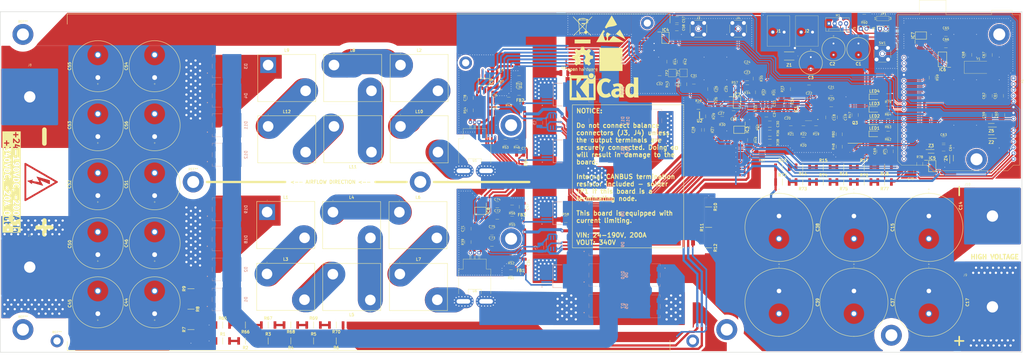
<source format=kicad_pcb>
(kicad_pcb (version 20240108) (generator "pcbnew") (generator_version "8.0")
  (layers (0 "F.Cu" signal) (31 "B.Cu" signal) (34 "B.Paste" user) (35 "F.Paste" user) (36 "B.SilkS" user "B.Silkscreen") (37 "F.SilkS" user "F.Silkscreen") (38 "B.Mask" user) (39 "F.Mask" user) (44 "Edge.Cuts" user))
  (net 0 "")
  (net 1 "StatusLED_1")
  (net 2 "Arduino_Temp2")
  (net 3 "Arduino_VOutSense")
  (net 5 "Phase1_GateGnd")
  (net 6 "Arduino_Temp1")
  (net 7 "Arduino_Ph1CM")
  (net 8 "+5V")
  (net 10 "FanPWM")
  (net 11 "StatusLED_3")
  (net 12 "RegulatorEnable_L")
  (net 13 "+12V")
  (net 14 "CAN_CS")
  (net 15 "Arduino_Ph2CM")
  (net 20 "Net-(A1-~{RESET})")
  (net 21 "CAN_SI")
  (net 22 "Arduino_VinSense")
  (net 23 "CAN_SCK")
  (net 26 "CAN_SO")
  (net 27 "StatusLED_2")
  (net 28 "FanTach")
  (net 29 "StatusLED_0")
  (net 30 "CAN_INT")
  (net 31 "+VBus_In")
  (net 32 "-VBus_In")
  (net 33 "+VBus_Out")
  (net 34 "Net-(IC1-REF)")
  (net 35 "VoltageFeedback_Multiboard")
  (net 36 "Net-(IC1-SS)")
  (net 37 "Net-(IC2-OUT2)")
  (net 38 "Net-(IC2-IN1-)")
  (net 39 "Net-(C26-Pad2)")
  (net 40 "Net-(IC2-IN1+)")
  (net 41 "V_Ref")
  (net 42 "Net-(C30-Pad1)")
  (net 43 "Net-(IC1-CS1)")
  (net 44 "Net-(IC1-CS2)")
  (net 45 "Net-(C35-Pad1)")
  (net 46 "Net-(Q1-GATE)")
  (net 47 "Net-(C36-Pad1)")
  (net 48 "Net-(Q2-GATE)")
  (net 49 "Net-(C47-Pad1)")
  (net 50 "Net-(Q4-GATE)")
  (net 51 "Net-(IC6-OSC1)")
  (net 52 "Net-(IC6-OSC2)")
  (net 53 "Net-(IC5-IN2+)")
  (net 54 "Net-(IC5-IN1+)")
  (net 55 "Net-(IC8-IN1+)")
  (net 56 "Net-(Q5-GATE)")
  (net 57 "Net-(C77-Pad1)")
  (net 58 "Net-(IC9-IN1+)")
  (net 59 "Net-(Q1-DRAIN)")
  (net 60 "Net-(Q2-DRAIN)")
  (net 61 "Phase1_Gate")
  (net 62 "Phase2_Gate")
  (net 64 "Phase2_PWM")
  (net 65 "Net-(IC1-DISCHG)")
  (net 66 "Net-(IC1-CHG)")
  (net 67 "Phase1_PWM")
  (net 68 "Net-(IC1-LINEUV)")
  (net 69 "Net-(IC1-SLOPE)")
  (net 70 "Net-(IC1-LINEHYS)")
  (net 71 "Net-(IC1-LINEOV)")
  (net 72 "Net-(IC2-OUT1)")
  (net 73 "Net-(IC3-ENBB)")
  (net 74 "Net-(IC3-ENBA)")
  (net 75 "Arduino_Ph1Curr")
  (net 76 "Arduino_Ph2Curr")
  (net 77 "Net-(IC6-TXCAN)")
  (net 86 "Net-(IC6-~{RESET})")
  (net 87 "Net-(IC6-RXCAN)")
  (net 89 "CanL_External")
  (net 90 "CanH_External")
  (net 91 "Ph1_CurrentSense")
  (net 92 "Ph2_CurrentSense")
  (net 93 "Net-(JP1-A)")
  (net 94 "Net-(L1-Pad2)")
  (net 95 "Net-(L10-Pad1)")
  (net 96 "Net-(L2-Pad1)")
  (net 97 "Net-(L3-Pad2)")
  (net 98 "Net-(L4-Pad1)")
  (net 99 "Net-(L4-Pad2)")
  (net 100 "Net-(L6-Pad2)")
  (net 101 "Net-(U6-IP+)")
  (net 102 "Net-(L11-Pad1)")
  (net 103 "Net-(L12-Pad1)")
  (net 104 "Net-(U1-IP+)")
  (net 105 "Net-(L11-Pad2)")
  (net 106 "Net-(LED1-A)")
  (net 107 "Net-(LED2-A)")
  (net 108 "Net-(LED3-A)")
  (net 109 "Net-(LED4-A)")
  (net 112 "Net-(Q3-D)")
  (net 115 "Net-(R1-Pad2)")
  (net 116 "Net-(R2-Pad1)")
  (net 117 "Net-(R3-Pad2)")
  (net 118 "Net-(R4-Pad1)")
  (net 119 "Net-(R5-Pad2)")
  (net 120 "+VBus_In_Sense")
  (net 121 "Net-(R7-Pad2)")
  (net 122 "Net-(R8-Pad1)")
  (net 123 "Net-(R10-Pad2)")
  (net 124 "Net-(R11-Pad1)")
  (net 125 "Net-(R13-Pad2)")
  (net 126 "Net-(R14-Pad1)")
  (net 127 "Net-(R15-Pad2)")
  (net 128 "Net-(R16-Pad1)")
  (net 129 "Net-(R17-Pad2)")
  (net 130 "+VBus_Out_Sense")
  (net 131 "Net-(U2-REF)")
  (net 132 "Net-(U6-VIOUT)")
  (net 133 "Net-(U1-VIOUT)")
  (net 134 "Net-(R65-Pad2)")
  (net 135 "Net-(R66-Pad1)")
  (net 136 "Net-(R67-Pad2)")
  (net 137 "Net-(R68-Pad1)")
  (net 138 "Net-(R69-Pad2)")
  (net 139 "Net-(R72-Pad2)")
  (net 140 "Net-(R73-Pad1)")
  (net 141 "Net-(R74-Pad2)")
  (net 142 "Net-(R75-Pad1)")
  (net 143 "Net-(R76-Pad2)")
  (footprint "Capacitor_SMD:C_1210_3225Metric_Pad1.33x2.70mm_HandSolder" (layer "F.Cu") (at 329 24.5)
    (property "Reference" "C24")
    (property "Value" "10uF")
  )
  (footprint "InverterCom:1SMB2EZ15_R1_00001" (layer "F.Cu") (at 347.475 19.5 180)
    (property "Reference" "Z1")
    (property "Value" "1SMB2EZ15_R1_00001" (hide yes))
  )
  (footprint "Connector_Coaxial:SMA_Wurth_60312002114503_Vertical" (layer "F.Cu") (at 325 7.5)
    (property "Reference" "J4")
    (property "Value" "Conn_Coaxial")
  )
  (footprint "InverterCom:SOIC127P600X175-8N" (layer "F.Cu") (at 410.5 68)
    (property "Reference" "IC5")
    (property "Value" "LM358DR" (hide yes))
  )
  (footprint "Resistor_SMD:R_1210_3225Metric_Pad1.30x2.65mm_HandSolder" (layer "F.Cu") (at 359.3 51.635 180)
    (property "Reference" "R19")
    (property "Value" "12.79k")
  )
  (footprint "InverterCom:CAPPRD1000W190D2250H2700" (layer "F.Cu") (at 68 55 90)
    (property "Reference" "C56")
    (property "Value" "330uF" (hide yes))
  )
  (footprint "InverterCom:RESC6431X65N" (layer "F.Cu") (at 353.5 68.5 180)
    (property "Reference" "R14")
    (property "Value" "RC2512JK-071ML" (hide yes))
  )
  (footprint "InverterCom:CAPPRD1000W190D2250H2700" (layer "F.Cu") (at 68 29 90)
    (property "Reference" "C54")
    (property "Value" "330uF" (hide yes))
  )
  (footprint "InverterCom:LEDC3216X120N" (layer "F.Cu") (at 385 53.8)
    (property "Reference" "LED1")
    (property "Value" "LTST-C230CKT" (hide yes))
  )
  (footprint "Capacitor_SMD:C_1210_3225Metric_Pad1.33x2.70mm_HandSolder" (layer "F.Cu") (at 346.7 44.635 180)
    (property "Reference" "C20")
    (property "Value" "1uF")
  )
  (footprint "Resistor_SMD:R_1210_3225Metric_Pad1.30x2.65mm_HandSolder" (layer "F.Cu") (at 223.95 39 180)
    (property "Reference" "R45")
    (property "Value" "1")
  )
  (footprint "InverterCom:ALH82A750CB600" (layer "F.Cu") (at 343 123 -90)
    (property "Reference" "C39")
    (property "Value" "75uF" (hide yes))
  )
  (footprint "InverterCom:BEADC1608X100N" (layer "F.Cu") (at 229.2 115.5)
    (property "Reference" "FB1")
    (property "Value" "FBMJ1608HS220NTR" (hide yes))
  )
  (footprint "Resistor_SMD:R_1210_3225Metric_Pad1.30x2.65mm_HandSolder" (layer "F.Cu") (at 225.45 91.5 180)
    (property "Reference" "R55")
    (property "Value" "10k")
  )
  (footprint "Capacitor_SMD:C_1210_3225Metric_Pad1.33x2.70mm_HandSolder" (layer "F.Cu") (at 216.5625 97)
    (property "Reference" "C75")
    (property "Value" "10uF")
  )
  (footprint "InverterCom:IHDM1008BCEV2R2M20" (layer "F.Cu") (at 175.795 88.295)
    (property "Reference" "L6")
    (property "Value" "IHDM1008BCEV2R2M20" (hide yes))
  )
  (footprint "Connector_Coaxial:SMA_Wurth_60312002114503_Vertical" (layer "F.Cu") (at 388.5 18.5)
    (property "Reference" "SW1")
    (property "Value" "SW_Push")
  )
  (footprint "Capacitor_SMD:C_1210_3225Metric_Pad1.33x2.70mm_HandSolder" (layer "F.Cu") (at 298.0625 3.5)
    (property "Reference" "C57")
    (property "Value" "10uF")
  )
  (footprint "InverterCom:CAPPRD500W60D1025H1750" (layer "F.Cu") (at 357 20 -90)
    (property "Reference" "C3")
    (property "Value" "1000uF" (hide yes))
  )
  (footprint "InverterCom:RESC6431X65N" (layer "F.Cu") (at 362.5 75)
    (property "Reference" "R74")
    (property "Value" "RC2512JK-071ML" (hide yes))
  )
  (footprint "InverterCom:RESC6431X65N" (layer "F.Cu") (at 362.5 68.5)
    (property "Reference" "R15")
    (property "Value" "RC2512JK-071ML" (hide yes))
  )
  (footprint "InverterCom:IHDM1008BCEV2R2M20" (layer "F.Cu") (at 117.5 115.5)
    (property "Reference" "L3")
    (property "Value" "IHDM1008BCEV2R2M20" (hide yes))
  )
  (footprint "InverterCom:ALH82A750CB600" (layer "F.Cu") (at 376 123 -90)
    (property "Reference" "C37")
    (property "Value" "75uF" (hide yes))
  )
  (footprint "InverterCom:CAPPRD500W60D1025H1750" (layer "F.Cu") (at 367 14 -90)
    (property "Reference" "C2")
    (property "Value" "1000uF" (hide yes))
  )
  (footprint "Connector_Coaxial:SMA_Wurth_60312002114503_Vertical" (layer "F.Cu") (at 307.5 7.5)
    (property "Reference" "J3")
    (property "Value" "Conn_Coaxial")
  )
  (footprint "Symbol:WEEE-Logo_8.4x12mm_SilkScreen" (layer "F.Cu") (at 256.5 8)
    (property "Reference" "REF**" (hide yes))
    (property "Value" "WEEE-Logo_8.4x12mm_SilkScreen" (hide yes))
  )
  (footprint "MountingHole:MountingHole_5.3mm_M5_DIN965_Pad" (layer "F.Cu") (at 10 10)
    (property "Reference" "REF**")
    (property "Value" "MountingHole_5.3mm_M5_DIN965_Pad" (hide yes))
  )
  (footprint "InverterCom:RESC6431X65N" (layer "F.Cu") (at 138 145)
    (property "Reference" "R5")
    (property "Value" "RC2512JK-071ML" (hide yes))
  )
  (footprint "Capacitor_SMD:C_1210_3225Metric_Pad1.33x2.70mm_HandSolder" (layer "F.Cu") (at 426.5 19 90)
    (property "Reference" "C68")
    (property "Value" "22pF")
  )
  (footprint "InverterCom:1987724" (layer "F.Cu") (at 357.76 9 180)
    (property "Reference" "J2")
    (property "Value" "1987724" (hide yes))
  )
  (footprint "Capacitor_SMD:C_1210_3225Metric_Pad1.33x2.70mm_HandSolder" (layer "F.Cu") (at 307.5125 52.0625 90)
    (property "Reference" "C28")
    (property "Value" "4.7uF")
  )
  (footprint "Connector:FanPinHeader_1x04_P2.54mm_Vertical" (layer "F.Cu") (at 364.96 5.2)
    (property "Reference" "M1")
    (property "Value" "Fan_4pin")
  )
  (footprint "Resistor_SMD:R_1210_3225Metric_Pad1.30x2.65mm_HandSolder" (layer "F.Cu") (at 334 35.5 -90)
    (property "Reference" "R32")
    (property "Value" "120k")
  )
  (footprint "InverterCom:BEADC1608X100N" (layer "F.Cu") (at 230 66.3 -90)
    (property "Reference" "FB4")
    (property "Value" "FBMJ1608HS220NTR" (hide yes))
  )
  (footprint "Capacitor_SMD:C_1210_3225Metric_Pad1.33x2.70mm_HandSolder" (layer "F.Cu") (at 337.4375 45)
    (property "Reference" "C34")
    (property "Value" "100nF")
  )
  (footprint "InverterCom:IHDM1008BCEV2R2M20" (layer "F.Cu") (at 176.295 50.5)
    (property "Reference" "L10")
    (property "Value" "IHDM1008BCEV2R2M20" (hide yes))
  )
  (footprint "InverterCom:RESC6431X65N" (layer "F.Cu") (at 128 138 180)
    (property "Reference" "R68")
    (property "Value" "RC2512JK-071ML" (hide yes))
  )
  (footprint "Capacitor_SMD:C_1210_3225Metric_Pad1.33x2.70mm_HandSolder" (layer "F.Cu") (at 220.4375 28)
    (property "Reference" "C79")
    (property "Value" "100nF")
  )
  (footprint "InverterCom:SIHFR120GE3" (layer "F.Cu") (at 376.5 56.946)
    (property "Reference" "Q3")
    (property "Value" "SIHFR120-GE3" (hide yes))
  )
  (footprint "InverterCom:LEDC3216X120N" (layer "F.Cu") (at 385.05 48.5)
    (property "Reference" "LED2")
    (property "Value" "LTST-C230GKT" (hide yes))
  )
  (footprint "Resistor_SMD:R_1210_3225Metric_Pad1.30x2.65mm_HandSolder" (layer "F.Cu") (at 296 32 90)
    (property "Reference" "R43")
    (property "Value" "0")
  )
  (footprint "InverterCom:IHDM1008BCEV2R2M20" (layer "F.Cu") (at 117.545 88.25)
    (property "Reference" "L1")
    (property "Value" "IHDM1008BCEV2R2M20" (hide yes))
  )
  (footprint "InverterCom:RESC6431X65N" (layer "F.Cu") (at 98 138)
    (property "Reference" "R65")
    (property "Value" "RC2512JK-071ML" (hide yes))
  )
  (footprint "InverterCom:RESC6431X65N" (layer "F.Cu") (at 98 145)
    (property "Reference" "R1")
    (property "Value" "RC2512JK-071ML" (hide yes))
  )
  (footprint "Capacitor_SMD:C_1210_3225Metric_Pad1.33x2.70mm_HandSolder" (layer "F.Cu") (at 230 85.9375 -90)
    (property "Reference" "C47")
    (property "Value" "1nF")
  )
  (footprint "Resistor_SMD:R_1210_3225Metric_Pad1.30x2.65mm_HandSolder" (layer "F.Cu") (at 391.05 48.5 180)
    (property "Reference" "R63")
    (property "Value" "220")
  )
  (footprint "TestPoint:TestPoint_Pad_3.0x3.0mm" (layer "F.Cu") (at 300.95 26.95 90)
    (property "Reference" "TP1")
    (property "Value" "TestPoint")
  )
  (footprint "" (layer "F.Cu") (at 392.5 142.5)
    (property "Reference" "")
    (property "Value" "")
  )
  (footprint "InverterCom:IHDM1008BCEV2R2M20" (layer "F.Cu") (at 146.545 88.295)
    (property "Reference" "L4")
    (property "Value" "IHDM1008BCEV2R2M20" (hide yes))
  )
  (footprint "Resistor_SMD:R_1210_3225Metric_Pad1.30x2.65mm_HandSolder" (layer "F.Cu") (at 329 33.5 180)
    (property "Reference" "R34")
    (property "Value" "1k")
  )
  (footprint "InverterCom:SOP65P640X120-20N" (layer "F.Cu") (at 415 21 180)
    (property "Reference" "IC6")
    (property "Value" "MCP2515-e_ST" (hide yes))
  )
  (footprint "Capacitor_SMD:C_1210_3225Metric_Pad1.33x2.70mm_HandSolder" (layer "F.Cu") (at 217.4375 39)
    (property "Reference" "C76")
    (property "Value" "10uF")
  )
  (footprint "Resistor_SMD:R_1210_3225Metric_Pad1.30x2.65mm_HandSolder" (layer "F.Cu") (at 318 47.5 180)
    (property "Reference" "R30")
    (property "Value" "0")
  )
  (footprint "Resistor_SMD:R_1210_3225Metric_Pad1.30x2.65mm_HandSolder" (layer "F.Cu") (at 369.5 54 -90)
    (property "Reference" "R80")
    (property "Value" "100k")
  )
  (footprint "Resistor_SMD:R_1210_3225Metric_Pad1.30x2.65mm_HandSolder" (layer "F.Cu") (at 224.95 115 180)
    (property "Reference" "R51")
    (property "Value" "10k")
  )
  (footprint "InverterCom:BEADC1608X100N" (layer "F.Cu") (at 229 40.5)
    (property "Reference" "FB2")
    (property "Value" "FBMJ1608HS220NTR" (hide yes))
  )
  (footprint "Capacitor_SMD:C_1210_3225Metric_Pad1.33x2.70mm_HandSolder" (layer "F.Cu") (at 290.4375 29.5 180)
    (property "Reference" "C32")
    (property "Value" "470pF")
  )
  (footprint "Capacitor_SMD:C_1210_3225Metric_Pad1.33x2.70mm_HandSolder" (layer "F.Cu") (at 216.5625 102)
    (property "Reference" "C73")
    (property "Value" "100nF")
  )
  (footprint "" (layer "F.Cu") (at 225 100)
    (property "Reference" "")
    (property "Value" "")
  )
  (footprint "InverterCom:SOIC127P600X175-8N" (layer "F.Cu") (at 293 11.5)
    (property "Reference" "IC4")
    (property "Value" "LM358DR" (hide yes))
  )
  (footprint "TestPoint:TestPoint_Pad_3.0x3.0mm" (layer "F.Cu") (at 296 27 90)
    (property "Reference" "TP2")
    (property "Value" "TestPoint")
  )
  (footprint "InverterCom:CAPPRD1000W190D2250H2700" (layer "F.Cu") (at 43 133 90)
    (property "Reference" "C45")
    (property "Value" "330uF" (hide yes))
  )
  (footprint "InverterCom:WireSolderJoint" (layer "F.Cu") (at 437 130 90)
    (property "Reference" "J9")
    (property "Value" "~")
  )
  (footprint "" (layer "F.Cu") (at 440 10)
    (property "Reference" "")
    (property "Value" "")
  )
  (footprint "InverterCom:RESC6431X65N" (layer "F.Cu") (at 108 138 180)
    (property "Reference" "R66")
    (property "Value" "RC2512JK-071ML" (hide yes))
  )
  (footprint "InverterCom:UCC28220D" (layer "F.Cu") (at 356 43 90)
    (property "Reference" "IC1")
    (property "Value" "UCC28220D" (hide yes))
  )
  (footprint "Capacitor_SMD:C_1210_3225Metric_Pad1.33x2.70mm_HandSolder" (layer "F.Cu") (at 328.9375 29)
    (property "Reference" "C23")
    (property "Value" "100nF")
  )
  (footprint "MountingHole:MountingHole_5.3mm_M5_DIN965_Pad" (layer "F.Cu") (at 85 75)
    (property "Reference" "REF**")
    (property "Value" "MountingHole_5.3mm_M5_DIN965_Pad" (hide yes))
  )
  (footprint "InverterCom:RESC6431X65N" (layer "F.Cu") (at 371.5 75 180)
    (property "Reference" "R75")
    (property "Value" "RC2512JK-071ML" (hide yes))
  )
  (footprint "Capacitor_SMD:C_1210_3225Metric_Pad1.33x2.70mm_HandSolder" (layer "F.Cu") (at 218.9375 85)
    (property "Reference" "C74")
    (property "Value" "100nF")
  )
  (footprint "Resistor_SMD:R_1210_3225Metric_Pad1.30x2.65mm_HandSolder" (layer "F.Cu") (at 353.7 56.635 180)
    (property "Reference" "R20")
    (property "Value" "101.85k")
  )
  (footprint "Resistor_SMD:R_1210_3225Metric_Pad1.30x2.65mm_HandSolder" (layer "F.Cu") (at 312.0125 46.0625 -90)
    (property "Reference" "R29")
    (property "Value" "0")
  )
  (footprint "Resistor_SMD:R_1210_3225Metric_Pad1.30x2.65mm_HandSolder" (layer "F.Cu") (at 228.5 29.5 180)
    (property "Reference" "R40")
    (property "Value" "10k")
  )
  (footprint "InverterCom:RESC6431X65N" (layer "F.Cu") (at 371.5 68.5 180)
    (property "Reference" "R16")
    (property "Value" "RC2512JK-071ML" (hide yes))
  )
  (footprint "Capacitor_SMD:C_1210_3225Metric_Pad1.33x2.70mm_HandSolder" (layer "F.Cu") (at 229 62.5)
    (property "Reference" "C77")
    (property "Value" "1nF")
  )
  (footprint "InverterCom:WireSolderJoint" (layer "F.Cu") (at 13 37.5)
    (property "Reference" "J8")
    (property "Value" "~")
  )
  (footprint "InverterCom:RESC6431X65N" (layer "F.Cu") (at 148 145 180)
    (property "Reference" "R6")
    (property "Value" "RC2512JK-071ML" (hide yes))
  )
  (footprint "InverterCom:RESC6431X65N" (layer "F.Cu") (at 344.5 68.5)
    (property "Reference" "R13")
    (property "Value" "RC2512JK-071ML" (hide yes))
  )
  (footprint "Capacitor_SMD:C_1210_3225Metric_Pad1.33x2.70mm_HandSolder" (layer "F.Cu") (at 356.2 33.635 180)
    (property "Reference" "C22")
    (property "Value" "1uF")
  )
  (footprint "Resistor_SMD:R_1210_3225Metric_Pad1.30x2.65mm_HandSolder" (layer "F.Cu") (at 369.5 59.45 -90)
    (property "Reference" "R48")
    (property "Value" "300k")
  )
  (footprint "Capacitor_SMD:C_1210_3225Metric_Pad1.33x2.70mm_HandSolder" (layer "F.Cu") (at 365 46.5625 -90)
    (property "Reference" "C18")
    (property "Value" "100nF")
  )
  (footprint "Resistor_SMD:R_1210_3225Metric_Pad1.30x2.65mm_HandSolder" (layer "F.Cu") (at 301 31.95 90)
    (property "Reference" "R41")
    (property "Value" "0")
  )
  (footprint "InverterCom:RESC6431X65N" (layer "F.Cu") (at 312 104 -90)
    (property "Reference" "R12")
    (property "Value" "RC2512JK-071ML" (hide yes))
  )
  (footprint "Capacitor_SMD:C_1210_3225Metric_Pad1.33x2.70mm_HandSolder" (layer "F.Cu") (at 366 35.5625)
    (property "Reference" "C21")
    (property "Value" "180pF")
  )
  (footprint "Symbol:ESD-Logo_13.2x12mm_SilkScreen" (layer "F.Cu") (at 269 7.5)
    (property "Reference" "REF**" (hide yes))
    (property "Value" "ESD-Logo_13.2x12mm_SilkScreen" (hide yes))
  )
  (footprint "Resistor_SMD:R_1210_3225Metric_Pad1.30x2.65mm_HandSolder" (layer "F.Cu") (at 330.5 42.55 -90)
    (property "Reference" "R33")
    (property "Value" "28k")
  )
  (footprint "InverterCom:RESC6431X65N" (layer "F.Cu") (at 84 122 90)
    (property "Reference" "R9")
    (property "Value" "RC2512JK-071ML" (hide yes))
  )
  (footprint "InverterCom:RESC6431X65N" (layer "F.Cu") (at 344.5 75)
    (property "Reference" "R72")
    (property "Value" "RC2512JK-071ML" (hide yes))
  )
  (footprint "InverterCom:Arduino_UNO_R3_ModifiedCourtyard" (layer "F.Cu") (at 446.26 29.325 -90)
    (property "Reference" "A1")
    (property "Value" "Arduino_UNO_R3")
  )
  (footprint "InverterCom:SOD3716X135N" (layer "F.Cu") (at 436.5 50 180)
    (property "Reference" "Z5")
    (property "Value" "MMSZ5231B-TP" (hide yes))
  )
  (footprint "InverterCom:SOD3716X135N" (layer "F.Cu") (at 410 61.5)
    (property "Reference" "Z3")
    (property "Value" "MMSZ5231B-TP" (hide yes))
  )
  (footprint "Capacitor_SMD:C_1210_3225Metric_Pad1.33x2.70mm_HandSolder" (layer "F.Cu") (at 206 95.5625 90)
    (property "Reference" "C71")
    (property "Value" "470pF")
  )
  (footprint "Capacitor_SMD:C_1210_3225Metric_Pad1.33x2.70mm_HandSolder" (layer "F.Cu") (at 415.5 56.5)
    (property "Reference" "C63")
    (property "Value" "10uF")
  )
  (footprint "Resistor_SMD:R_1210_3225Metric_Pad1.30x2.65mm_HandSolder" (layer "F.Cu") (at 338.95 57.5 180)
    (property "Reference" "R38")
    (property "Value" "~")
  )
  (footprint "Capacitor_SMD:C_1210_3225Metric_Pad1.33x2.70mm_HandSolder" (layer "F.Cu") (at 230.5 110.5625 -90)
    (property "Reference" "C35")
    (property "Value" "1nF")
  )
  (footprint "InverterCom:RESC6431X65N" (layer "F.Cu") (at 84 131 -90)
    (property "Reference" "R8")
    (property "Value" "RC2512JK-071ML" (hide yes))
  )
  (footprint "" (layer "F.Cu") (at 305 145)
    (property "Reference" "")
    (property "Value" "")
  )
  (footprint "InverterCom:RESC6431X65N" (layer "F.Cu") (at 118 138)
    (property "Reference" "R67")
    (property "Value" "RC2512JK-071ML" (hide yes))
  )
  (footprint "InverterCom:WireSolderJoint" (layer "F.Cu") (at 13 112.5)
    (property "Reference" "J7")
    (property "Value" "~")
  )
  (footprint "Resistor_SMD:R_1210_3225Metric_Pad1.30x2.65mm_HandSolder" (layer "F.Cu") (at 405 67.05 90)
    (property "Reference" "R78")
    (property "Value" "40k")
  )
  (footprint "Capacitor_SMD:C_1210_3225Metric_Pad1.33x2.70mm_HandSolder" (layer "F.Cu") (at 435.5 45.5625 90)
    (property "Reference" "C59")
    (property "Value" "10uF")
  )
  (footprint "InverterCom:ALH82A750CB600" (layer "F.Cu") (at 409 123 -90)
    (property "Reference" "C17")
    (property "Value" "75uF" (hide yes))
  )
  (footprint "InverterCom:WireSolderJoint" (layer "F.Cu") (at 437 90 90)
    (property "Reference" "J10")
    (property "Value" "~")
  )
  (footprint "Resistor_SMD:R_1210_3225Metric_Pad1.30x2.65mm_HandSolder" (layer "F.Cu") (at 338.5 35.5 -90)
    (property "Reference" "R31")
    (property "Value" "45.00k")
  )
  (footprint "Capacitor_SMD:C_1210_3225Metric_Pad1.33x2.70mm_HandSolder" (layer "F.Cu") (at 323 45 180)
    (property "Reference" "C29")
    (property "Value" "1nF")
  )
  (footprint "Resistor_SMD:R_1210_3225Metric_Pad1.30x2.65mm_HandSolder" (layer "F.Cu") (at 346.7 34.085 90)
    (property "Reference" "R23")
    (property "Value" "40.8k")
  )
  (footprint "InverterCom:SOIC127P600X175-8N" (layer "F.Cu") (at 325.5 52 -90)
    (property "Reference" "IC3")
    (property "Value" "UCC27424QDRQ1" (hide yes))
  )
  (footprint "InverterCom:RESC6431X65N" (layer "F.Cu") (at 148 138 180)
    (property "Reference" "R70")
    (property "Value" "1M" (hide yes))
  )
  (footprint "Resistor_SMD:R_1210_3225Metric_Pad1.30x2.65mm_HandSolder" (layer "F.Cu") (at 348.2 51.635 180)
    (property "Reference" "R21")
    (property "Value" "149.21k")
  )
  (footprint "InverterCom:RESC6431X65N" (layer "F.Cu") (at 312 86 -90)
    (property "Reference" "R10")
    (property "Value" "RC2512JK-071ML" (hide yes))
  )
  (footprint "InverterCom:RESC6431X65N" (layer "F.Cu") (at 312 95 90)
    (property "Reference" "R11")
    (property "Value" "RC2512JK-071ML" (hide yes))
  )
  (footprint "InverterCom:SOIC127P600X175-8N" (layer "F.Cu") (at 405.5 10.5 90)
    (property "Reference" "IC7")
    (property "Value" "TJA1050T_CM,118" (hide yes))
  )
  (footprint "InverterCom:SOD3716X135N" (layer "F.Cu") (at 419 64.5 90)
    (property "Reference" "Z4")
    (property "Value" "MMSZ5231B-TP" (hide yes))
  )
  (footprint "Resistor_SMD:R_1210_3225Metric_Pad1.30x2.65mm_HandSolder" (layer "F.Cu") (at 227.5 57.5 180)
    (property "Reference" "R46")
    (property "Value" "10k")
  )
  (footprint "MountingHole:MountingHole_5.3mm_M5_DIN965_Pad" (layer "F.Cu") (at 10 140)
    (property "Reference" "REF**")
    (property "Value" "MountingHole_5.3mm_M5_DIN965_Pad" (hide yes))
  )
  (footprint "Resistor_SMD:R_1210_3225Metric_Pad1.30x2.65mm_HandSolder" (layer "F.Cu") (at 391.05 54 180)
    (property "Reference" "R62")
    (property "Value" "220")
  )
  (footprint "InverterCom:RESC6431X65N" (layer "F.Cu") (at 118 145)
    (property "Reference" "R3")
    (property "Value" "RC2512JK-071ML" (hide yes))
  )
  (footprint "Capacitor_SMD:C_1210_3225Metric_Pad1.33x2.70mm_HandSolder" (layer "F.Cu") (at 435.5 37.0625 90)
    (property "Reference" "C62")
    (property "Value" "10uF")
  )
  (footprint "Capacitor_SMD:C_1210_3225Metric_Pad1.33x2.70mm_HandSolder" (layer "F.Cu") (at 305.5 30.5)
    (property "Reference" "C31")
    (property "Value" "470pF")
  )
  (footprint "Capacitor_SMD:C_1210_3225Metric_Pad1.33x2.70mm_HandSolder" (layer "F.Cu") (at 207 38 90)
    (property "Reference" "C78")
    (property "Value" "470pF")
  )
  (footprint "Capacitor_SMD:C_1210_3225Metric_Pad1.33x2.70mm_HandSolder" (layer "F.Cu") (at 317.5 34 -90)
    (property "Reference" "C25")
    (property "Value" "10nF")
  )
  (footprint "InverterCom:SOT95P237X112-3N" (layer "F.Cu") (at 308.0125 45.5625 180)
    (property "Reference" "U2")
    (property "Value" "TL431AIDBZR" (hide yes))
  )
  (footprint "InverterCom:CAPPRD1000W190D2250H2700" (layer "F.Cu") (at 68 81 90)
    (property "Reference" "C51")
    (property "Value" "330uF" (hide yes))
  )
  (footprint "Resistor_SMD:R_1210_3225Metric_Pad1.30x2.65mm_HandSolder" (layer "F.Cu") (at 249.05 91.5)
    (property "Reference" "R58")
    (property "Value" "0")
  )
  (footprint "InverterCom:SOIC127P600X175-8N" (layer "F.Cu") (at 213 31 -90)
    (property "Reference" "IC9")
    (property "Value" "LM358DR" (hide yes))
  )
  (footprint "InverterCom:SOD3716X135N" (layer "F.Cu") (at 436.5 55 180)
    (property "Reference" "Z2")
    (property "Value" "MMSZ5231B-TP" (hide yes))
  )
  (footprint "InverterCom:IHDM1008BCEV2R2M20" (layer "F.Cu") (at 176 115.545)
    (property "Reference" "L7")
    (property "Value" "IHDM1008BCEV2R2M20" (hide yes))
  )
  (footprint "Resistor_SMD:R_1210_3225Metric_Pad1.30x2.65mm_HandSolder" (layer "F.Cu") (at 330.5 56.5 -90)
    (property "Reference" "R49")
    (property "Value" "100k")
  )
  (footprint "Resistor_SMD:R_1210_3225Metric_Pad1.30x2.65mm_HandSolder" (layer "F.Cu") (at 392 61.5 90)
    (property "Reference" "R71")
    (property "Value" "120k")
  )
  (footprint "Resistor_SMD:R_1210_3225Metric_Pad1.30x2.65mm_HandSolder" (layer "F.Cu") (at 331.5 51 -90)
    (property "Reference" "R50")
    (property "Value" "100k")
  )
  (footprint "InverterCom:CAPPRD1000W190D2250H2700" (layer "F.Cu") (at 43 107 90)
    (property "Reference" "C50")
    (property "Value" "330uF" (hide yes))
  )
  (footprint "Capacitor_SMD:C_1210_3225Metric_Pad1.33x2.70mm_HandSolder" (layer "F.Cu") (at 228.5 35.5)
    (property "Reference" "C36")
    (property "Value" "1nF")
  )
  (footprint "InverterCom:SOIC127P600X175-8N" (layer "F.Cu") (at 324.5 40)
    (property "Reference" "IC2")
    (property "Value" "LM358DR" (hide yes))
  )
  (footprint "InverterCom:SOIC127P600X175-8N" (layer "F.Cu") (at 211.5 87.711 -90)
    (property "Reference" "IC8")
    (property "Value" "LM358DR" (hide yes))
  )
  (footprint "Resistor_SMD:R_1210_3225Metric_Pad1.30x2.65mm_HandSolder" (layer "F.Cu") (at 353.75 51.635 180)
    (property "Reference" "R22")
    (property "Value" "100k")
  )
  (footprint "InverterCom:1987724" (layer "F.Cu") (at 345.26 9 180)
    (property "Reference" "J1")
    (property "Value" "1987724" (hide yes))
  )
  (footprint "Sensor_Current:Allegro_CB_PFF" (layer "F.Cu") (at 210.9 106.175 180)
    (property "Reference" "U6")
    (property "Value" "ACS758xCB-200U-PFF")
  )
  (footprint "InverterCom:ALH82A750CB600" (layer "F.Cu") (at 409 90 -90)
    (property "Reference" "C14")
    (property "Value" "75uF" (hide yes))
  )
  (footprint "Resistor_SMD:R_1210_3225Metric_Pad1.30x2.65mm_HandSolder" (layer "F.Cu") (at 380.55 2.5 180)
    (property "Reference" "R60")
    (property "Value" "120")
  )
  (footprint "" (layer "F.Cu") (at 205 22.5)
    (property "Reference" "")
    (property "Value" "")
  )
  (footprint "InverterCom:RESC6431X65N" (layer "F.Cu") (at 128 145 180)
    (property "Reference" "R4")
    (property "Value" "RC2512JK-071ML" (hide yes))
  )
  (footprint "InverterCom:CAPPRD1000W190D2250H2700" (layer "F.Cu") (at 68 133 90)
    (property "Reference" "C44")
    (property "Value" "330uF" (hide yes))
  )
  (footprint "Capacitor_SMD:C_1210_3225Metric_Pad1.33x2.70mm_HandSolder" (layer "F.Cu") (at 337.4375 40.75)
    (property "Reference" "C33")
    (property "Value" "10uF")
  )
  (footprint "InverterCom:CAPPRD1000W190D2250H2700" (layer "F.Cu") (at 43 55 90)
    (property "Reference" "C53")
    (property "Value" "330uF" (hide yes))
  )
  (footprint "Capacitor_SMD:C_1210_3225Metric_Pad1.33x2.70mm_HandSolder" (layer "F.Cu") (at 217.5 44.5)
    (property "Reference" "C48")
    (property "Value" "100nF")
  )
  (footprint "Resistor_SMD:R_1210_3225Metric_Pad1.30x2.65mm_HandSolder" (layer "F.Cu") (at 335.5 61.95 -90)
    (property "Reference" "R37")
    (property "Value" "100k")
  )
  (footprint "Resistor_SMD:R_1210_3225Metric_Pad1.30x2.65mm_HandSolder" (layer "F.Cu") (at 207 43.45 90)
    (property "Reference" "R54")
    (property "Value" "4.7k")
  )
  (footprint "" (layer "F.Cu") (at 185 75)
    (property "Reference" "")
    (property "Value" "")
  )
  (footprint "Resistor_SMD:R_1210_3225Metric_Pad1.30x2.65mm_HandSolder" (layer "F.Cu") (at 333 29.45 -90)
    (property "Reference" "R35")
    (property "Value" "1k")
  )
  (footprint "Resistor_SMD:R_1210_3225Metric_Pad1.30x2.65mm_HandSolder" (layer "F.Cu") (at 391.05 37.5 180)
    (property "Reference" "R79")
    (property "Value" "220")
  )
  (footprint "InverterCom:IHDM1008BCEV2R2M20" (layer "F.Cu") (at 147 23.5)
    (property "Reference" "L8")
    (property "Value" "IHDM1008BCEV2R2M20" (hide yes))
  )
  (footprint "Resistor_SMD:R_1210_3225Metric_Pad1.30x2.65mm_HandSolder" (layer "F.Cu") (at 299.5 22 -90)
    (property "Reference" "R42")
    (property "Value" "~")
  )
  (footprint "InverterCom:RESC6431X65N" (layer "F.Cu") (at 389.5 68.5 180)
    (property "Reference" "R18")
    (property "Value" "RC2512JK-071ML" (hide yes))
  )
  (footprint "Capacitor_SMD:C_1210_3225Metric_Pad1.33x2.70mm_HandSolder" (layer "F.Cu") (at 435.5 19.0625 90)
    (property "Reference" "C67")
    (property "Value" "22pF")
  )
  (footprint "InverterCom:IHDM1008BCEV2R2M20" (layer "F.Cu") (at 118 50.5)
    (property "Reference" "L12")
    (property "Value" "IHDM1008BCEV2R2M20" (hide yes))
  )
  (footprint "Resistor_SMD:R_1210_3225Metric_Pad1.30x2.65mm_HandSolder" (layer "F.Cu") (at 225.05 108.5 180)
    (property "Reference" "R52")
    (property "Value" "1")
  )
  (footprint "Jumper:SolderJumper-3_P2.0mm_Open_TrianglePad1.0x1.5mm_NumberLabels" (layer "F.Cu") (at 388.7 3)
    (property "Reference" "JP1")
    (property "Value" "Jumper_2_Bridged")
  )
  (footprint "Capacitor_SMD:C_1210_3225Metric_Pad1.33x2.70mm_HandSolder" (layer "F.Cu") (at 401 70.5 -90)
    (property "Reference" "C70")
    (property "Value" "100nF")
  )
  (footprint "InverterCom:CAPPRD1000W190D2250H2700" (layer "F.Cu") (at 43 81 90)
    (property "Reference" "C52")
    (property "Value" "330uF" (hide yes))
  )
  (footprint "Capacitor_SMD:C_1210_3225Metric_Pad1.33x2.70mm_HandSolder" (layer "F.Cu") (at 416.5 9.5)
    (property "Reference" "C65")
    (property "Value" "100nF")
  )
  (footprint "InverterCom:CAPPRD1000W190D2250H2700" (layer "F.Cu") (at 43 29 90)
    (property "Reference" "C55")
    (property "Value" "330uF" (hide yes))
  )
  (footprint "Symbol:OSHW-Logo2_14.6x12mm_SilkScreen" (layer "F.Cu") (at 256.5 21)
    (property "Reference" "REF**" (hide yes))
    (property "Value" "OSHW-Logo2_14.6x12mm_SilkScreen" (hide yes))
  )
  (footprint "Connector_PinSocket_2.54mm:PinSocket_1x02_P2.54mm_Vertical" (layer "F.Cu") (at 387.46 7.5 90)
    (property "Reference" "J6")
    (property "Value" "Conn_01x02_Pin")
  )
  (footprint "Resistor_SMD:R_1210_3225Metric_Pad1.30x2.65mm_HandSolder" (layer "F.Cu") (at 206 101.45 90)
    (property "Reference" "R39")
    (property "Value" "4.7k")
  )
  (footprint "Capacitor_SMD:C_1210_3225Metric_Pad1.33x2.70mm_HandSolder" (layer "F.Cu") (at 317.5 42.5 180)
    (property "Reference" "C27")
    (property "Value" "1nF")
  )
  (footprint "InverterCom:IHDM1008BCEV2R2M20" (layer "F.Cu") (at 163.5 61.84 180)
    (property "Reference" "L11")
    (property "Value" "IHDM1008BCEV2R2M20" (hide yes))
  )
  (footprint "Capacitor_SMD:C_1210_3225Metric_Pad1.33x2.70mm_HandSolder" (layer "F.Cu") (at 313 34.0625 -90)
    (property "Reference" "C26")
    (property "Value" "~")
  )
  (footprint "InverterCom:RESC6431X65N" (layer "F.Cu") (at 380.5 75)
    (property "Reference" "R76")
    (property "Value" "RC2512JK-071ML" (hide yes))
  )
  (footprint "Symbol:Symbol_HighVoltage_Triangle_17x15mm_Copper" (layer "F.Cu") (at 18 75 -90)
    (property "Reference" "REF**" (hide yes))
    (property "Value" "Symbol_HighVoltage_Triangle_17x15mm_Copper" (hide yes))
  )
  (footprint "InverterCom:LEDC3216X120N" (layer "F.Cu") (at 385 43)
    (property "Reference" "LED3")
    (property "Value" "LTST-C230GKT" (hide yes))
  )
  (footprint "Capacitor_SMD:C_1210_3225Metric_Pad1.33x2.70mm_HandSolder" (layer "F.Cu") (at 415.5 60)
    (property "Reference" "C64")
    (property "Value" "100nF")
  )
  (footprint "Resistor_SMD:R_1210_3225Metric_Pad1.30x2.65mm_HandSolder" (layer "F.Cu") (at 311.5125 52.0625 -90)
    (property "Reference" "R27")
    (property "Value" "5.6k")
  )
  (footprint "InverterCom:RESC6431X65N" (layer "F.Cu") (at 389.5 75 180)
    (property "Reference" "R77")
    (property "Value" "1M" (hide yes))
  )
  (footprint "Resistor_SMD:R_1210_3225Metric_Pad1.30x2.65mm_HandSolder" (layer "F.Cu") (at 222.5 57.5 180)
    (property "Reference" "R53")
    (property "Value" "1")
  )
  (footprint "Resistor_SMD:R_1210_3225Metric_Pad1.30x2.65mm_HandSolder" (layer "F.Cu") (at 391 43 180)
    (property "Reference" "R64")
    (property "Value" "220")
  )
  (footprint "Resistor_SMD:R_1210_3225Metric_Pad1.30x2.65mm_HandSolder" (layer "F.Cu") (at 346.7 39.5 -90)
    (property "Reference" "R24")
    (property "Value" "10.2k")
  )
  (footprint "" (layer "F.Cu") (at 320 140)
    (property "Reference" "")
    (property "Value" "")
  )
  (footprint "InverterCom:BEADC1608X100N" (layer "F.Cu") (at 229.7 91)
    (property "Reference" "FB3")
    (property "Value" "FBMJ1608HS220NTR" (hide yes))
  )
  (footprint "InverterCom:LEDC3216X120N" (layer "F.Cu") (at 385.05 37.5)
    (property "Reference" "LED4")
    (property "Value" "LTST-C230GKT" (hide yes))
  )
  (footprint "Resistor_SMD:R_1210_3225Metric_Pad1.30x2.65mm_HandSolder" (layer "F.Cu") (at 307.5125 41.5625)
    (property "Reference" "R28")
    (property "Value" "10k")
  )
  (footprint "" (layer "F.Cu") (at 430 65)
    (property "Reference" "")
    (property "Value" "")
  )
  (footprint "Resistor_SMD:R_1210_3225Metric_Pad1.30x2.65mm_HandSolder" (layer "F.Cu") (at 338.95 53.5 180)
    (property "Reference" "R36")
    (property "Value" "800.00k")
  )
  (footprint "" (layer "F.Cu") (at 225 50)
    (property "Reference" "")
    (property "Value" "")
  )
  (footprint "InverterCom:ALH82A750CB600" (layer "F.Cu") (at 343 90 -90)
    (property "Reference" "C38")
    (property "Value" "75uF" (hide yes))
  )
  (footprint "Resistor_SMD:R_1210_3225Metric_Pad1.30x2.65mm_HandSolder" (layer "F.Cu") (at 376.5 45.5 90)
    (property "Reference" "R47")
    (property "Value" "10k")
  )
  (footprint "InverterCom:RESC6431X65N" (layer "F.Cu") (at 138 138)
    (property "Reference" "R69")
    (property "Value" "RC2512JK-071ML" (hide yes))
  )
  (footprint "Resistor_SMD:R_1210_3225Metric_Pad1.30x2.65mm_HandSolder" (layer "F.Cu") (at 410.5 29.05 -90)
    (property "Reference" "R59")
    (property "Value" "10k")
  )
  (footprint "Capacitor_SMD:C_1210_3225Metric_Pad1.33x2.70mm_HandSolder" (layer "F.Cu") (at 441 45.4375 90)
    (property "Reference" "C60")
    (property "Value" "100nF")
  )
  (footprint "InverterCom:CAPPRD500W60D1025H1750" (layer "F.Cu") (at 378 14 -90)
    (property "Reference" "C1")
    (property "Value" "1000uF" (hide yes))
  )
  (footprint "Capacitor_SMD:C_1210_3225Metric_Pad1.33x2.70mm_HandSolder" (layer "F.Cu") (at 218.9375 90)
    (property "Reference" "C72")
    (property "Value" "10uF")
  )
  (footprint "Capacitor_SMD:C_1210_3225Metric_Pad1.33x2.70mm_HandSolder" (layer "F.Cu") (at 370 46.5 -90)
    (property "Reference" "C19")
    (property "Value" "10uF")
  )
  (footprint "InverterCom:CAPPRD1000W190D2250H2700" (layer "F.Cu") (at 68 107 90)
    (property "Reference" "C46")
    (property "Value" "330uF" (hide yes))
  )
  (footprint "Resistor_SMD:R_1210_3225Metric_Pad1.30x2.65mm_HandSolder" (layer "F.Cu") (at 248.45 27)
    (property "Reference" "R61")
    (property "Value" "0")
  )
  (footprint "Capacitor_SMD:C_1210_3225Metric_Pad1.33x2.70mm_HandSolder" (layer "F.Cu") (at 298 7)
    (property "Reference" "C58")
    (property "Value" "100nF")
  )
  (footprint "" (layer "F.Cu") (at 285 5)
    (property "Reference" "")
    (property "Value" "")
  )
  (footprint "Resistor_SMD:R_1210_3225Metric_Pad1.30x2.65mm_HandSolder" (layer "F.Cu") (at 323.5 33.5)
    (property "Reference" "R57")
    (property "Value" "1k")
  )
  (footprint "MountingHole:MountingHole_3.2mm_M3_DIN965_Pad" (layer "F.Cu") (at 25 145)
    (property "Reference" "REF**")
    (property "Value" "MountingHole_3.2mm_M3_DIN965_Pad" (hide yes))
  )
  (footprint "Resistor_SMD:R_1210_3225Metric_Pad1.30x2.65mm_HandSolder" (layer "F.Cu") (at 295 22 -90)
    (property "Reference" "R44")
    (property "Value" "~")
  )
  (footprint "Sensor_Current:Allegro_CB_PFF" (layer "F.Cu") (at 210.9 48.675 180)
    (property "Reference" "U1")
    (property "Value" "ACS758xCB-200U-PFF")
  )
  (footprint "InverterCom:IHDM1008BCEV2R2M20" (layer "F.Cu") (at 176.295 23.5)
    (property "Reference" "L2")
    (property "Value" "IHDM1008BCEV2R2M20" (hide yes))
  )
  (footprint "Capacitor_SMD:C_1210_3225Metric_Pad1.33x2.70mm_HandSolder" (layer "F.Cu") (at 220.4375 33)
    (property "Reference" "C80")
    (property "Value" "10uF")
  )
  (footprint "Resistor_SMD:R_1210_3225Metric_Pad1.30x2.65mm_HandSolder" (layer "F.Cu") (at 366 40.5625)
    (property "Reference" "R25")
    (property "Value" "7k")
  )
  (footprint "Resistor_SMD:R_1210_3225Metric_Pad1.30x2.65mm_HandSolder" (layer "F.Cu") (at 313 39 -90)
    (property "Reference" "R26")
    (property "Value" "100k")
  )
  (footprint "InverterCom:IHDM1008BCEV2R2M20" (layer "F.Cu") (at 163 126.955 180)
    (property "Reference" "L5")
    (property "Value" "IHDM1008BCEV2R2M20" (hide yes))
  )
  (footprint "Connector_PinSocket_2.54mm:PinSocket_1x02_P2.54mm_Vertical" (layer "F.Cu") (at 379 7.5 90)
    (property "Reference" "J5")
    (property "Value" "Conn_01x02_Pin")
  )
  (footprint "InverterCom:IHDM1008BCEV2R2M20" (layer "F.Cu") (at 118 23.5)
    (property "Reference" "L9")
    (property "Value" "IHDM1008BCEV2R2M20" (hide yes))
  )
  (footprint "InverterCom:RESC6431X65N" (layer "F.Cu") (at 380.5 68.5)
    (property "Reference" "R17")
    (property "Value" "RC2512JK-071ML" (hide yes))
  )
  (footprint "Capacitor_SMD:C_1210_3225Metric_Pad1.33x2.70mm_HandSolder" (layer "F.Cu") (at 338.9625 49.5)
    (property "Reference" "C30")
    (property "Value" "1nF")
  )
  (footprint "Resistor_SMD:R_1210_3225Metric_Pad1.30x2.65mm_HandSolder" (layer "F.Cu") (at 225.45 86.5 180)
    (property "Reference" "R56")
    (property "Value" "1")
  )
  (footprint "InverterCom:ALH82A750CB600" (layer "F.Cu") (at 376 90 -90)
    (property "Reference" "C15")
    (property "Value" "75uF" (hide yes))
  )
  (footprint "Capacitor_SMD:C_1210_3225Metric_Pad1.33x2.70mm_HandSolder" (layer "F.Cu") (at 416.5 14.5)
    (property "Reference" "C66")
    (property "Value" "10uF")
  )
  (footprint "Symbol:KiCad-Logo_12mm_SilkScreen" (layer "F.Cu") (at 266 33)
    (property "Reference" "REF**" (hide yes))
    (property "Value" "KiCad-Logo_12mm_SilkScreen" (hide yes))
  )
  (footprint "Capacitor_SMD:C_1210_3225Metric_Pad1.33x2.70mm_HandSolder" (layer "F.Cu") (at 387.5 61.5 90)
    (property "Reference" "C69")
    (property "Value" "100nF")
  )
  (footprint "InverterCom:RESC6431X65N" (layer "F.Cu") (at 108 145 180)
    (property "Reference" "R2")
    (property "Value" "RC2512JK-071ML" (hide yes))
  )
  (footprint "Crystal:Crystal_SMD_7050-2Pin_7.0x5.0mm_HandSoldering" (layer "F.Cu") (at 430.85 24.5)
    (property "Reference" "Y1")
    (property "Value" "8MHz")
  )
  (footprint "InverterCom:RESC6431X65N" (layer "F.Cu") (at 84 140 90)
    (property "Reference" "R7")
    (property "Value" "RC2512JK-071ML" (hide yes))
  )
  (footprint "InverterCom:RESC6431X65N" (layer "F.Cu") (at 353.5 75 180)
    (property "Reference" "R73")
    (property "Value" "RC2512JK-071ML" (hide yes))
  )
  (footprint "Capacitor_SMD:C_1210_3225Metric_Pad1.33x2.70mm_HandSolder" (layer "F.Cu") (at 440.5 37.0625 90)
    (property "Reference" "C61")
    (property "Value" "100nF")
  )
  (footprint "InverterCom:VS30CDU06HM3I" (layer "B.Cu") (at 97.71928 63 90)
    (property "Reference" "D12")
    (property "Value" "VS-30CDU06HM3_I" (hide yes))
  )
  (footprint "InverterCom:VS30CDU06HM3I" (layer "B.Cu") (at 97.71928 113.5 90)
    (property "Reference" "D2")
    (property "Value" "VS-30CDU06HM3_I" (hide yes))
  )
  (footprint "InverterCom:VS30CDU06HM3I" (layer "B.Cu") (at 97.692 126.75 90)
    (property "Reference" "D1")
    (property "Value" "VS-30CDU06HM3_I" (hide yes))
  )
  (footprint "Package_SO:SOIC-8_3.9x4.9mm_P1.27mm" (layer "B.Cu") (at 243.095 102 90)
    (property "Reference" "U5")
    (property "Value" "TMP36xS")
  )
  (footprint "InverterCom:TO127P1500X470-8N-2-V1" (layer "B.Cu") (at 246 116.5)
    (property "Reference" "Q1" (hide yes))
    (property "Value" "IMBG65R015M2H" (hide yes))
  )
  (footprint "InverterCom:VS30CDU06HM3I" (layer "B.Cu") (at 263.692 47.96 90)
    (property "Reference" "D17")
    (property "Value" "VS-30CDU06HM3_I" (hide yes))
  )
  (footprint "InverterCom:VS30CDU06HM3I" (layer "B.Cu") (at 97.71928 37 90)
    (property "Reference" "D4")
    (property "Value" "VS-30CDU06HM3_I" (hide yes))
  )
  (footprint "InverterCom:VS30CDU06HM3I" (layer "B.Cu") (at 97.71928 87 90)
    (property "Reference" "D19")
    (property "Value" "VS-30CDU06HM3_I" (hide yes))
  )
  (footprint "Capacitor_SMD:C_1210_3225Metric_Pad1.33x2.70mm_HandSolder" (layer "B.Cu") (at 237.5 48.9375 -90)
    (property "Reference" "C5")
    (property "Value" "1uF")
  )
  (footprint "InverterCom:VS30CDU06HM3I" (layer "B.Cu") (at 263.66 61 90)
    (property "Reference" "D13")
    (property "Value" "VS-30CDU06HM3_I" (hide yes))
  )
  (footprint "InverterCom:VS30CDU06HM3I" (layer "B.Cu") (at 286.918 61 -90)
    (property "Reference" "D14")
    (property "Value" "VS-30CDU06HM3_I" (hide yes))
  )
  (footprint "InverterCom:TO127P1500X470-8N-2-V1" (layer "B.Cu") (at 246 88.75)
    (property "Reference" "Q4" (hide yes))
    (property "Value" "IMBG65R015M2H" (hide yes))
  )
  (footprint "Capacitor_SMD:C_1210_3225Metric_Pad1.33x2.70mm_HandSolder" (layer "B.Cu") (at 238 103.9375 -90)
    (property "Reference" "C4")
    (property "Value" "1uF")
  )
  (footprint "InverterCom:VS30CDU06HM3I" (layer "B.Cu") (at 263.692 129.5 90)
    (property "Reference" "D7")
    (property "Value" "VS-30CDU06HM3_I" (hide yes))
  )
  (footprint "InverterCom:VS30CDU06HM3I" (layer "B.Cu") (at 263.692 102.5 90)
    (property "Reference" "D9")
    (property "Value" "VS-30CDU06HM3_I" (hide yes))
  )
  (footprint "InverterCom:VS30CDU06HM3I" (layer "B.Cu") (at 97.71928 24 90)
    (property "Reference" "D3")
    (property "Value" "VS-30CDU06HM3_I" (hide yes))
  )
  (footprint "InverterCom:VS30CDU06HM3I" (layer "B.Cu") (at 263.692 21.5 90)
    (property "Reference" "D16")
    (property "Value" "VS-30CDU06HM3_I" (hide yes))
  )
  (footprint "InverterCom:TO127P1500X470-8N-2-V1" (layer "B.Cu") (at 246.15 36.5)
    (property "Reference" "Q2" (hide yes))
    (property "Value" "IMBG65R015M2H" (hide yes))
  )
  (footprint "InverterCom:VS30CDU06HM3I" (layer "B.Cu") (at 263.692 89.075 90)
    (property "Reference" "D8")
    (property "Value" "VS-30CDU06HM3_I" (hide yes))
  )
  (footprint "Package_SO:SOIC-8_3.9x4.9mm_P1.27mm" (layer "B.Cu") (at 243 48.525 90)
    (property "Reference" "U4")
    (property "Value" "TMP36xS")
  )
  (footprint "InverterCom:VS30CDU06HM3I" (layer "B.Cu") (at 286.308 129.76 -90)
    (property "Reference" "D5")
    (property "Value" "VS-30CDU06HM3_I" (hide yes))
  )
  (footprint "InverterCom:VS30CDU06HM3I" (layer "B.Cu") (at 97.692 100.25 90)
    (property "Reference" "D18")
    (property "Value" "VS-30CDU06HM3_I" (hide yes))
  )
  (footprint "InverterCom:VS30CDU06HM3I" (layer "B.Cu") (at 263.66 34.75 90)
    (property "Reference" "D20")
    (property "Value" "VS-30CDU06HM3_I" (hide yes))
  )
  (footprint "InverterCom:VS30CDU06HM3I" (layer "B.Cu") (at 263.692 116 90)
    (property "Reference" "D10")
    (property "Value" "VS-30CDU06HM3_I" (hide yes))
  )
  (footprint "InverterCom:VS30CDU06HM3I" (layer "B.Cu") (at 286.308 116 -90)
    (property "Reference" "D6")
    (property "Value" "VS-30CDU06HM3_I" (hide yes))
  )
  (footprint "InverterCom:VS30CDU06HM3I" (layer "B.Cu") (at 97.71928 50 90)
    (property "Reference" "D11")
    (property "Value" "VS-30CDU06HM3_I" (hide yes))
  )
  (footprint "InverterCom:VS30CDU06HM3I" (layer "B.Cu") (at 286.968 48 -90)
    (property "Reference" "D15")
    (property "Value" "VS-30CDU06HM3_I" (hide yes))
  )
  (footprint "InverterCom:TO127P1500X470-8N-2-V1" (layer "B.Cu") (at 246.15 61.5)
    (property "Reference" "Q5" (hide yes))
    (property "Value" "IMBG65R015M2H" (hide yes))
  )
  (gr_line (start 29.5 1) (end 295 1) (stroke (width 0.2)) (layer "F.SilkS"))
  (gr_line (start 295 1) (end 295 5) (stroke (width 0.2)) (layer "F.SilkS"))
  (gr_line (start 165.25 75) (end 179 75) (stroke (width 1)) (layer "F.SilkS"))
  (gr_line (start 29.5 149.25) (end 29.5 145.25) (stroke (width 0.2)) (layer "F.SilkS"))
  (gr_line (start 295 149.25) (end 29.5 149.25) (stroke (width 0.2)) (layer "F.SilkS"))
  (gr_line (start 191 75) (end 233 75) (stroke (width 1)) (layer "F.SilkS"))
  (gr_line (start 91 75) (end 125.5 75) (stroke (width 1)) (layer "F.SilkS"))
  (gr_line (start 29.5 5.5) (end 29.5 1) (stroke (width 0.2)) (layer "F.SilkS"))
  (gr_line (start 295 144.75) (end 295 149.25) (stroke (width 0.2)) (layer "F.SilkS"))
  (gr_rect (start 264 16) (end 274 26) (stroke (width 0.2)) (fill solid) (layer "F.SilkS"))
  (gr_rect (start 0 0) (end 450 150) (stroke (width 0.2)) (fill none) (layer "Edge.Cuts"))
  (gr_text "+24-190VDC, ~200A In\n+340VDC, ~20A Out" (at 5 75 270) (layer "F.SilkS" knockout) (effects (font (size 2.5 2.5) (thickness 0.5) (bold yes))))
  (gr_text "-" (at 422 79 90) (layer "F.SilkS") (effects (font (size 5 5) (thickness 0.7) (bold yes))))
  (gr_text "-" (at 20 55 270) (layer "F.SilkS") (effects (font (size 8 8) (thickness 2) (bold yes))))
  (gr_text "+" (at 20 95 270) (layer "F.SilkS") (effects (font (size 8 8) (thickness 2) (bold yes))))
  (gr_text "HIGH VOLTAGE" (at 438 108 0) (layer "F.SilkS") (effects (font (size 2 2) (thickness 0.5) (bold yes))))
  (gr_text "+" (at 422 145 90) (layer "F.SilkS") (effects (font (size 5 5) (thickness 0.7) (bold yes))))
  (gr_text "<-- AIRFLOW DIRECTION <--" (at 145.5 75 0) (layer "F.SilkS") (effects (font (size 1.5 1.5) (thickness 0.3) (bold yes))))
  (gr_text_box "NOTICE:\n\nDo not connect balance connectors (J3, J4) unless the output terminals are securely connected. Doing so will result in damage to the board.\n\nInternal CANBUS termination resistor included - solder JP1 if this board is a terminating node.\n\nThis board is equipped with current limiting.\n\nVIN: 24-190V, 200A\nVOUT: 340V" (start 252 41) (end 301 104) (layer "F.SilkS") (effects (font (size 2 2) (thickness 0.4) (bold yes)) (justify left top)) (border yes) (stroke (width 0.2)))
  (segment (start 393.195 49.645) (end 398 49.645) (width 0.2) (layer "F.Cu") (net 1))
  (segment (start 392.05 48.5) (end 393.195 49.645) (width 0.2) (layer "F.Cu") (net 1))
  (segment (start 308.727208 69) (end 274.727208 103) (width 0.7) (layer "F.Cu") (net 2))
  (segment (start 404 72.5) (end 405 73.5) (width 0.7) (layer "F.Cu") (net 2))
  (segment (start 405 73.5) (end 437 73.5) (width 0.7) (layer "F.Cu") (net 2))
  (segment (start 274.727208 103) (end 247.5 103) (width 0.7) (layer "F.Cu") (net 2))
  (segment (start 326.5 69) (end 308.727208 69) (width 0.7) (layer "F.Cu") (net 2))
  (segment (start 437 73.5) (end 445.615 64.885) (width 0.7) (layer "F.Cu") (net 2))
  (segment (start 445.615 64.885) (end 446.26 64.885) (width 0.7) (layer "F.Cu") (net 2))
  (via (at 404 72.5) (size 0.6) (drill 0.3) (layers "F.Cu" "B.Cu") (net 2))
  (via (at 247.5 103) (size 0.5) (drill 0.3) (layers "F.Cu" "B.Cu") (net 2))
  (via (at 326.5 69) (size 0.6) (drill 0.3) (layers "F.Cu" "B.Cu") (net 2))
  (segment (start 247.5 103) (end 246.025 104.475) (width 0.7) (layer "B.Cu") (net 2))
  (segment (start 246.025 104.475) (end 245 104.475) (width 0.7) (layer "B.Cu") (net 2))
  (segment (start 328 69) (end 331 66) (width 0.7) (layer "B.Cu") (net 2))
  (segment (start 342.5 66) (end 349 72.5) (width 0.7) (layer "B.Cu") (net 2))
  (segment (start 331 66) (end 342.5 66) (width 0.7) (layer "B.Cu") (net 2))
  (segment (start 349 72.5) (end 404 72.5) (width 0.7) (layer "B.Cu") (net 2))
  (segment (start 326.5 69) (end 328 69) (width 0.7) (layer "B.Cu") (net 2))
  (segment (start 407.789 67.365) (end 408.865 67.365) (width 0.5) (layer "F.Cu") (net 3))
  (segment (start 407.789 66.095) (end 407.789 61.911) (width 0.5) (layer "F.Cu") (net 3))
  (segment (start 407.789 61.911) (end 408.2 61.5) (width 0.5) (layer "F.Cu") (net 3))
  (segment (start 407.789 67.365) (end 407.789 66.095) (width 0.5) (layer "F.Cu") (net 3))
  (segment (start 408.865 67.365) (end 409 67.5) (width 0.5) (layer "F.Cu") (net 3))
  (via (at 409 67.5) (size 0.6) (drill 0.3) (layers "F.Cu" "B.Cu") (net 3))
  (segment (start 434.065 72) (end 446.26 59.805) (width 0.5) (layer "B.Cu") (net 3))
  (segment (start 411.5 70) (end 414.171751 70) (width 0.5) (layer "B.Cu") (net 3))
  (segment (start 409 67.5) (end 411.5 70) (width 0.5) (layer "B.Cu") (net 3))
  (segment (start 416.171751 72) (end 434.065 72) (width 0.5) (layer "B.Cu") (net 3))
  (segment (start 414.171751 70) (end 416.171751 72) (width 0.5) (layer "B.Cu") (net 3))
  (segment (start 306.5 64) (end 324 64) (width 1.3) (layer "F.Cu") (net 5))
  (segment (start 305 82) (end 311 76) (width 1) (layer "F.Cu") (net 5))
  (segment (start 250.6 91.5) (end 279 91.5) (width 1.3) (layer "F.Cu") (net 5))
  (segment (start 323.5 62.5) (end 306 62.5) (width 0.7) (layer "F.Cu") (net 5))
  (segment (start 305 104) (end 305 82) (width 0.7) (layer "F.Cu") (net 5))
  (segment (start 275 104.5) (end 247.5 104.5) (width 1) (layer "F.Cu") (net 5))
  (segment (start 247.25 48.775) (end 247.275 48.775) (width 0.7) (layer "F.Cu") (net 5))
  (segment (start 288.595 13.405) (end 288 14) (width 1) (layer "F.Cu") (net 5))
  (segment (start 290.289 13.405) (end 288.595 13.405) (width 1) (layer "F.Cu") (net 5))
  (segment (start 247.5 101.5) (end 274.954416 101.5) (width 0.7) (layer "F.Cu") (net 5))
  (segment (start 309.5 70.5) (end 309 70.5) (width 1) (layer "F.Cu") (net 5))
  (segment (start 274.954416 101.5) (end 308.454416 68) (width 0.7) (layer "F.Cu") (net 5))
  (segment (start 324.865 47.635) (end 325 47.5) (width 0.8) (layer "F.Cu") (net 5))
  (segment (start 256 86) (end 250.5 80.5) (width 0.7) (layer "F.Cu") (net 5))
  (segment (start 257.2 84.2) (end 281.754416 84.2) (width 0.7) (layer "F.Cu") (net 5))
  (segment (start 252.3 55.279416) (end 252.3 79.3) (width 0.7) (layer "F.Cu") (net 5))
  (segment (start 354.6375 33.635) (end 356.4 35.3975) (width 0.5) (layer "F.Cu") (net 5))
  (segment (start 219.5 58.5) (end 219.5 57.5) (width 0.7) (layer "F.Cu") (net 5))
  (segment (start 324.865 49.289) (end 324.865 47.635) (width 0.8) (layer "F.Cu") (net 5))
  (segment (start 250.5 56.025) (end 247.25 52.775) (width 0.7) (layer "F.Cu") (net 5))
  (segment (start 248.5 50) (end 248.5 51.479416) (width 0.7) (layer "F.Cu") (net 5))
  (segment (start 282.5 86) (end 256 86) (width 0.7) (layer "F.Cu") (net 5))
  (segment (start 221.5 67.125) (end 221.5 75.25) (width 0.7) (layer "F.Cu") (net 5))
  (segment (start 324 62) (end 323.5 62.5) (width 0.7) (layer "F.Cu") (net 5))
  (segment (start 221.5 75.25) (end 220.25 76.5) (width 0.7) (layer "F.Cu") (net 5))
  (segment (start 220.25 76.5) (end 215.5 76.5) (width 0.7) (layer "F.Cu") (net 5))
  (segment (start 215.5 76.5) (end 213 79) (width 0.7) (layer "F.Cu") (net 5))
  (segment (start 248.5 51.479416) (end 252.3 55.279416) (width 0.7) (layer "F.Cu") (net 5))
  (segment (start 220.95 57.5) (end 219.5 57.5) (width 0.7) (layer "F.Cu") (net 5))
  (segment (start 309 70.5) (end 275 104.5) (width 1) (layer "F.Cu") (net 5))
  (segment (start 308.454416 68) (end 324 68) (width 0.7) (layer "F.Cu") (net 5))
  (segment (start 306 62.5) (end 282.5 86) (width 0.7) (layer "F.Cu") (net 5))
  (segment (start 281.754416 84.2) (end 305.954416 60) (width 0.7) (layer "F.Cu") (net 5))
  (segment (start 356.4 35.3975) (end 356.4 39.6) (width 0.5) (layer "F.Cu") (net 5))
  (segment (start 227.5 80.5) (end 227.5 66.5) (width 0.7) (layer "F.Cu") (net 5))
  (segment (start 247.275 48.775) (end 248.5 50) (width 0.7) (layer "F.Cu") (net 5))
  (segment (start 250 24) (end 278 24) (width 0.7) (layer "F.Cu") (net 5))
  (segment (start 277 10.5) (end 272.5 15) (width 0.8) (layer "F.Cu") (net 5))
  (segment (start 356.4 39.6) (end 354.905 41.095) (width 0.5) (layer "F.Cu") (net 5))
  (segment (start 279 91.5) (end 306.5 64) (width 1.3) (layer "F.Cu") (net 5))
  (segment (start 305.954416 60) (end 324 60) (width 0.7) (layer "F.Cu") (net 5))
  (segment (start 252.3 79.3) (end 257.2 84.2) (width 0.7) (layer "F.Cu") (net 5))
  (segment (start 214 59.625) (end 221.5 67.125) (width 0.7) (layer "F.Cu") (net 5))
  (segment (start 219.5 57.5) (end 219.5 53.5) (width 0.7) (layer "F.Cu") (net 5))
  (segment (start 272.5 15) (end 250 15) (width 0.8) (layer "F.Cu") (net 5))
  (segment (start 214 53.5) (end 214 59.625) (width 0.7) (layer "F.Cu") (net 5))
  (segment (start 354.905 41.095) (end 353.3 41.095) (width 0.5) (layer "F.Cu") (net 5))
  (segment (start 250.5 80.5) (end 250.5 56.025) (width 0.7) (layer "F.Cu") (net 5))
  (segment (start 309.5 70.5) (end 324 70.5) (width 1) (layer "F.Cu") (net 5))
  (segment (start 227.5 66.5) (end 219.5 58.5) (width 0.7) (layer "F.Cu") (net 5))
  (via (at 298 36) (size 0.6) (drill 0.3) (layers "F.Cu" "B.Cu") (net 5))
  (via (at 331 12) (size 0.6) (drill 0.3) (layers "F.Cu" "B.Cu") (net 5))
  (via (at 205 79) (size 0.6) (drill 0.3) (layers "F.Cu" "B.Cu") (net 5))
  (via (at 414 3) (size 0.6) (drill 0.3) (layers "F.Cu" "B.Cu") (net 5))
  (via (at 365 62) (size 0.6) (drill 0.3) (layers "F.Cu" "B.Cu") (net 5))
  (via (at 218 116) (size 0.6) (drill 0.3) (layers "F.Cu" "B.Cu") (net 5))
  (via (at 214 19) (size 0.6) (drill 0.3) (layers "F.Cu" "B.Cu") (net 5))
  (via (at 268 1) (size 0.6) (drill 0.3) (layers "F.Cu" "B.Cu") (net 5))
  (via (at 279 36) (size 0.6) (drill 0.3) (layers "F.Cu" "B.Cu") (net 5))
  (via (at 358 62) (size 0.6) (drill 0.3) (layers "F.Cu" "B.Cu") (net 5))
  (via (at 202 28) (size 0.6) (drill 0.3) (layers "F.Cu" "B.Cu") (net 5))
  (via (at 225 27) (size 0.6) (drill 0.3) (layers "F.Cu" "B.Cu") (net 5))
  (via (at 208 53) (size 0.6) (drill 0.3) (layers "F.Cu" "B.Cu") (net 5))
  (via (at 408 3) (size 0.6) (drill 0.3) (layers "F.Cu" "B.Cu") (net 5))
  (via (at 258 1) (size 0.6) (drill 0.3) (layers "F.Cu" "B.Cu") (net 5))
  (via (at 306 3) (size 0.6) (drill 0.3) (layers "F.Cu" "B.Cu") (net 5))
  (via (at 426 3) (size 0.6) (drill 0.3) (layers "F.Cu" "B.Cu") (net 5))
  (via (at 251 1) (size 0.6) (drill 0.3) (layers "F.Cu" "B.Cu") (net 5))
  (via (at 278 36) (size 0.6) (drill 0.3) (layers "F.Cu" "B.Cu") (net 5))
  (via (at 446 6) (size 0.6) (drill 0.3) (layers "F.Cu" "B.Cu") (net 5))
  (via (at 202 47) (size 0.6) (drill 0.3) (layers "F.Cu" "B.Cu") (net 5))
  (via (at 263 1) (size 0.6) (drill 0.3) (layers "F.Cu" "B.Cu") (net 5))
  (via (at 429 3) (size 0.6) (drill 0.3) (layers "F.Cu" "B.Cu") (net 5))
  (via (at 278 34) (size 0.6) (drill 0.3) (layers "F.Cu" "B.Cu") (net 5))
  (via (at 202 101) (size 0.6) (drill 0.3) (layers "F.Cu" "B.Cu") (net 5))
  (via (at 219 116) (size 0.6) (drill 0.3) (layers "F.Cu" "B.Cu") (net 5))
  (via (at 202 95) (size 0.6) (drill 0.3) (layers "F.Cu" "B.Cu") (net 5))
  (via (at 446 19) (size 0.6) (drill 0.3) (layers "F.Cu" "B.Cu") (net 5))
  (via (at 278 10) (size 0.6) (drill 0.3) (layers "F.Cu" "B.Cu") (net 5))
  (via (at 289 36) (size 0.6) (drill 0.3) (layers "F.Cu" "B.Cu") (net 5))
  (via (at 259 1) (size 0.6) (drill 0.3) (layers "F.Cu" "B.Cu") (net 5))
  (via (at 284 36) (size 0.6) (drill 0.3) (layers "F.Cu" "B.Cu") (net 5))
  (via (at 202 81) (size 0.6) (drill 0.3) (layers "F.Cu" "B.Cu") (net 5))
  (via (at 322 3) (size 0.6) (drill 0.3) (layers "F.Cu" "B.Cu") (net 5))
  (via (at 217 19) (size 0.5) (drill 0.3) (layers "F.Cu" "B.Cu") (net 5))
  (via (at 278 24) (size 0.6) (drill 0.3) (layers "F.Cu" "B.Cu") (net 5))
  (via (at 277 10.5) (size 0.6) (drill 0.3) (layers "F.Cu" "B.Cu") (net 5))
  (via (at 385 1) (size 0.6) (drill 0.3) (layers "F.Cu" "B.Cu") (net 5))
  (via (at 320 52.5) (size 0.6) (drill 0.3) (layers "F.Cu" "B.Cu") (net 5))
  (via (at 324 62) (size 0.6) (drill 0.3) (layers "F.Cu" "B.Cu") (net 5))
  (via (at 311 3) (size 0.6) (drill 0.3) (layers "F.Cu" "B.Cu") (net 5))
  (via (at 310 3) (size 0.6) (drill 0.3) (layers "F.Cu" "B.Cu") (net 5))
  (via (at 227 82) (size 0.6) (drill 0.3) (layers "F.Cu" "B.Cu") (net 5))
  (via (at 430 30) (size 0.6) (drill 0.3) (layers "F.Cu" "B.Cu") (net 5))
  (via (at 325 3) (size 0.6) (drill 0.3) (layers "F.Cu" "B.Cu") (net 5))
  (via (at 208 19) (size 0.6) (drill 0.3) (layers "F.Cu" "B.Cu") (net 5))
  (via (at 308 3) (size 0.6) (drill 0.3) (layers "F.Cu" "B.Cu") (net 5))
  (via (at 250 10) (size 0.6) (drill 0.3) (layers "F.Cu" "B.Cu") (net 5))
  (via (at 278 30) (size 0.6) (drill 0.3) (layers "F.Cu" "B.Cu") (net 5))
  (via (at 314 3) (size 0.6) (drill 0.3) (layers "F.Cu" "B.Cu") (net 5))
  (via (at 282 1) (size 0.6) (drill 0.3) (layers "F.Cu" "B.Cu") (net 5))
  (via (at 203 19) (size 0.6) (drill 0.3) (layers "F.Cu" "B.Cu") (net 5))
  (via (at 264 1) (size 0.6) (drill 0.3) (layers "F.Cu" "B.Cu") (net 5))
  (via (at 256 1) (size 0.6) (drill 0.3) (layers "F.Cu" "B.Cu") (net 5))
  (via (at 390 25) (size 0.6) (drill 0.3) (layers "F.Cu" "B.Cu") (net 5))
  (via (at 268 10) (size 0.6) (drill 0.3) (layers "F.Cu" "B.Cu") (net 5))
  (via (at 425 3) (size 0.6) (drill 0.3) (layers "F.Cu" "B.Cu") (net 5))
  (via (at 405 3) (size 0.6) (drill 0.3) (layers "F.Cu" "B.Cu") (net 5))
  (via (at 330 3) (size 0.6) (drill 0.3) (layers "F.Cu" "B.Cu") (net 5))
  (via (at 291 36) (size 0.6) (drill 0.3) (layers "F.Cu" "B.Cu") (net 5))
  (via (at 301 60) (size 0.6) (drill 0.3) (layers "F.Cu" "B.Cu") (net 5))
  (via (at 301 52) (size 0.6) (drill 0.3) (layers "F.Cu" "B.Cu") (net 5))
  (via (at 417 3) (size 0.6) (drill 0.3) (layers "F.Cu" "B.Cu") (net 5))
  (via (at 203 53) (size 0.6) (drill 0.3) (layers "F.Cu" "B.Cu") (net 5))
  (via (at 202 82) (size 0.6) (drill 0.3) (layers "F.Cu" "B.Cu") (net 5))
  (via (at 386 25) (size 0.6) (drill 0.3) (layers "F.Cu" "B.Cu") (net 5))
  (via (at 392 25) (size 0.6) (drill 0.3) (layers "F.Cu" "B.Cu") (net 5))
  (via (at 301 55) (size 0.6) (drill 0.3) (layers "F.Cu" "B.Cu") (net 5))
  (via (at 384 1) (size 0.6) (drill 0.3) (layers "F.Cu" "B.Cu") (net 5))
  (via (at 202 97) (size 0.6) (drill 0.3) (layers "F.Cu" "B.Cu") (net 5))
  (via (at 285 1) (size 0.6) (drill 0.3) (layers "F.Cu" "B.Cu") (net 5))
  (via (at 263 10) (size 0.6) (drill 0.3) (layers "F.Cu" "B.Cu") (net 5))
  (via (at 325 47.5) (size 0.6) (drill 0.3) (layers "F.Cu" "B.Cu") (net 5))
  (via (at 446 20) (size 0.6) (drill 0.3) (layers "F.Cu" "B.Cu") (net 5))
  (via (at 419 3) (size 0.6) (drill 0.3) (layers "F.Cu" "B.Cu") (net 5))
  (via (at 281 1) (size 0.6) (drill 0.3) (layers "F.Cu" "B.Cu") (net 5))
  (via (at 301 38) (size 0.6) (drill 0.3) (layers "F.Cu" "B.Cu") (net 5))
  (via (at 202 106) (size 0.6) (drill 0.3) (layers "F.Cu" "B.Cu") (net 5))
  (via (at 420 50) (size 0.6) (drill 0.3) (layers "F.Cu" "B.Cu") (net 5))
  (via (at 387 1) (size 0.6) (drill 0.3) (layers "F.Cu" "B.Cu") (net 5))
  (via (at 320 30) (size 0.6) (drill 0.3) (layers "F.Cu" "B.Cu") (net 5))
  (via (at 292 36) (size 0.6) (drill 0.3) (layers "F.Cu" "B.Cu") (net 5))
  (via (at 403 3) (size 0.6) (drill 0.3) (layers "F.Cu" "B.Cu") (net 5))
  (via (at 250 4) (size 0.6) (drill 0.3) (layers "F.Cu" "B.Cu") (net 5))
  (via (at 323 3) (size 0.6) (drill 0.3) (layers "F.Cu" "B.Cu") (net 5))
  (via (at 250 9) (size 0.6) (drill 0.3) (layers "F.Cu" "B.Cu") (net 5))
  (via (at 304 3) (size 0.6) (drill 0.3) (layers "F.Cu" "B.Cu") (net 5))
  (via (at 273 1) (size 0.6) (drill 0.3) (layers "F.Cu" "B.Cu") (net 5))
  (via (at 250 6) (size 0.6) (drill 0.3) (layers "F.Cu" "B.Cu") (net 5))
  (via (at 254 10) (size 0.6) (drill 0.3) (layers "F.Cu" "B.Cu") (net 5))
  (via (at 354 62) (size 0.6) (drill 0.3) (layers "F.Cu" "B.Cu") (net 5))
  (via (at 202 86) (size 0.6) (drill 0.3) (layers "F.Cu" "B.Cu") (net 5))
  (via (at 273 10) (size 0.6) (drill 0.3) (layers "F.Cu" "B.Cu") (net 5))
  (via (at 331 10) (size 0.6) (drill 0.3) (layers "F.Cu" "B.Cu") (net 5))
  (via (at 437 3) (size 0.6) (drill 0.3) (layers "F.Cu" "B.Cu") (net 5))
  (via (at 202 98) (size 0.6) (drill 0.3) (layers "F.Cu" "B.Cu") (net 5))
  (via (at 413 3) (size 0.6) (drill 0.3) (layers "F.Cu" "B.Cu") (net 5))
  (via (at 225 34) (size 0.6) (drill 0.3) (layers "F.Cu" "B.Cu") (net 5))
  (via (at 202 89) (size 0.6) (drill 0.3) (layers "F.Cu" "B.Cu") (net 5))
  (via (at 267 1) (size 0.6) (drill 0.3) (layers "F.Cu" "B.Cu") (net 5))
  (via (at 446 8) (size 0.6) (drill 0.3) (layers "F.Cu" "B.Cu") (net 5))
  (via (at 229 106.5) (size 0.5) (drill 0.3) (layers "F.Cu" "B.Cu") (net 5))
  (via (at 343 59) (size 0.6) (drill 0.3) (layers "F.Cu" "B.Cu") (net 5))
  (via (at 410 3) (size 0.6) (drill 0.3) (layers "F.Cu" "B.Cu") (net 5))
  (via (at 202 102) (size 0.6) (drill 0.3) (layers "F.Cu" "B.Cu") (net 5))
  (via (at 393 25) (size 0.6) (drill 0.3) (layers "F.Cu" "B.Cu") (net 5))
  (via (at 301 56) (size 0.6) (drill 0.3) (layers "F.Cu" "B.Cu") (net 5))
  (via (at 316 3) (size 0.6) (drill 0.3) (layers "F.Cu" "B.Cu") (net 5))
  (via (at 364 62) (size 0.6) (drill 0.3) (layers "F.Cu" "B.Cu") (net 5))
  (via (at 434 3) (size 0.6) (drill 0.3) (layers "F.Cu" "B.Cu") (net 5))
  (via (at 309 3) (size 0.6) (drill 0.3) (layers "F.Cu" "B.Cu") (net 5))
  (via (at 327 3) (size 0.6) (drill 0.3) (layers "F.Cu" "B.Cu") (net 5))
  (via (at 225 28) (size 0.6) (drill 0.3) (layers "F.Cu" "B.Cu") (net 5))
  (via (at 290 1) (size 0.6) (drill 0.3) (layers "F.Cu" "B.Cu") (net 5))
  (via (at 351 62) (size 0.6) (drill 0.3) (layers "F.Cu" "B.Cu") (net 5))
  (via (at 202 100) (size 0.6) (drill 0.3) (layers "F.Cu" "B.Cu") (net 5))
  (via (at 202 103) (size 0.6) (drill 0.3) (layers "F.Cu" "B.Cu") (net 5))
  (via (at 207 116) (size 0.6) (drill 0.3) (layers "F.Cu" "B.Cu") (net 5))
  (via (at 444 30) (size 0.6) (drill 0.3) (layers "F.Cu" "B.Cu") (net 5))
  (via (at 202 37) (size 0.6) (drill 0.3) (layers "F.Cu" "B.Cu") (net 5))
  (via (at 391 1) (size 0.6) (drill 0.3) (layers "F.Cu" "B.Cu") (net 5))
  (via (at 431 3) (size 0.6) (drill 0.3) (layers "F.Cu" "B.Cu") (net 5))
  (via (at 301 49) (size 0.6) (drill 0.3) (layers "F.Cu" "B.Cu") (net 5))
  (via (at 440 30) (size 0.6) (drill 0.3) (layers "F.Cu" "B.Cu") (net 5))
  (via (at 262 10) (size 0.6) (drill 0.3) (layers "F.Cu" "B.Cu") (net 5))
  (via (at 275 1) (size 0.6) (drill 0.3) (layers "F.Cu" "B.Cu") (net 5))
  (via (at 400 20) (size 0.6) (drill 0.3) (layers "F.Cu" "B.Cu") (net 5))
  (via (at 446 10) (size 0.6) (drill 0.3) (layers "F.Cu" "B.Cu") (net 5))
  (via (at 278 35) (size 0.6) (drill 0.3) (layers "F.Cu" "B.Cu") (net 5))
  (via (at 278 23) (size 0.6) (drill 0.3) (layers "F.Cu" "B.Cu") (net 5))
  (via (at 225 30) (size 0.6) (drill 0.3) (layers "F.Cu" "B.Cu") (net 5))
  (via (at 212.5 52.5) (size 0.6) (drill 0.3) (layers "F.Cu" "B.Cu") (net 5))
  (via (at 446 21) (size 0.6) (drill 0.3) (layers "F.Cu" "B.Cu") (net 5))
  (via (at 282 36) (size 0.6) (drill 0.3) (layers "F.Cu" "B.Cu") (net 5))
  (via (at 443 3) (size 0.6) (drill 0.3) (layers "F.Cu" "B.Cu") (net 5))
  (via (at 212 116) (size 0.6) (drill 0.3) (layers "F.Cu" "B.Cu") (net 5))
  (via (at 250 24) (size 0.5) (drill 0.3) (layers "F.Cu" "B.Cu") (net 5))
  (via (at 272 1) (size 0.6) (drill 0.3) (layers "F.Cu" "B.Cu") (net 5))
  (via (at 444 28) (size 0.6) (drill 0.3) (layers "F.Cu" "B.Cu") (net 5))
  (via (at 215 19) (size 0.6) (drill 0.3) (layers "F.Cu" "B.Cu") (net 5))
  (via (at 317 3) (size 0.6) (drill 0.3) (layers "F.Cu" "B.Cu") (net 5))
  (via (at 305 104) (size 0.6) (drill 0.3) (layers "F.Cu" "B.Cu") (net 5))
  (via (at 313 3) (size 0.6) (drill 0.3) (layers "F.Cu" "B.Cu") (net 5))
  (via (at 223 111) (size 0.6) (drill 0.3) (layers "F.Cu" "B.Cu") (net 5))
  (via (at 280 1) (size 0.6) (drill 0.3) (layers "F.Cu" "B.Cu") (net 5))
  (via (at 357 62) (size 0.6) (drill 0.3) (layers "F.Cu" "B.Cu") (net 5))
  (via (at 250 2) (size 0.6) (drill 0.3) (layers "F.Cu" "B.Cu") (net 5))
  (via (at 269 1) (size 0.6) (drill 0.3) (layers "F.Cu" "B.Cu") (net 5))
  (via (at 274 1) (size 0.6) (drill 0.3) (layers "F.Cu" "B.Cu") (net 5))
  (via (at 389 1) (size 0.6) (drill 0.3) (layers "F.Cu" "B.Cu") (net 5))
  (via (at 398 16) (size 0.6) (drill 0.3) (layers "F.Cu" "B.Cu") (net 5))
  (via (at 331 15) (size 0.6) (drill 0.3) (layers "F.Cu" "B.Cu") (net 5))
  (via (at 398 12) (size 0.6) (drill 0.3) (layers "F.Cu" "B.Cu") (net 5))
  (via (at 388 1) (size 0.6) (drill 0.3) (layers "F.Cu" "B.Cu") (net 5))
  (via (at 262 1) (size 0.6) (drill 0.3) (layers "F.Cu" "B.Cu") (net 5))
  (via (at 226 26) (size 0.6) (drill 0.3) (layers "F.Cu" "B.Cu") (net 5))
  (via (at 345 59) (size 0.6) (drill 0.3) (layers "F.Cu" "B.Cu") (net 5))
  (via (at 324 60) (size 0.6) (drill 0.3) (layers "F.Cu" "B.Cu") (net 5))
  (via (at 404 3) (size 0.6) (drill 0.3) (layers "F.Cu" "B.Cu") (net 5))
  (via (at 278 31) (size 0.6) (drill 0.3) (layers "F.Cu" "B.Cu") (net 5))
  (via (at 202 40) (size 0.6) (drill 0.3) (layers "F.Cu" "B.Cu") (net 5))
  (via (at 247.5 104.5) (size 0.5) (drill 0.3) (layers "F.Cu" "B.Cu") (net 5))
  (via (at 444 35) (size 0.6) (drill 0.3) (layers "F.Cu" "B.Cu") (net 5))
  (via (at 315 3) (size 0.6) (drill 0.3) (layers "F.Cu" "B.Cu") (net 5))
  (via (at 222 37) (size 0.6) (drill 0.3) (layers "F.Cu" "B.Cu") (net 5))
  (via (at 202 39) (size 0.6) (drill 0.3) (layers "F.Cu" "B.Cu") (net 5))
  (via (at 331 5) (size 0.6) (drill 0.3) (layers "F.Cu" "B.Cu") (net 5))
  (via (at 250 3) (size 0.6) (drill 0.3) (layers "F.Cu" "B.Cu") (net 5))
  (via (at 282.5 2.5) (size 0.6) (drill 0.3) (layers "F.Cu" "B.Cu") (net 5))
  (via (at 202 25) (size 0.6) (drill 0.3) (layers "F.Cu" "B.Cu") (net 5))
  (via (at 221 114) (size 0.6) (drill 0.3) (layers "F.Cu" "B.Cu") (net 5))
  (via (at 202 112) (size 0.6) (drill 0.3) (layers "F.Cu" "B.Cu") (net 5))
  (via (at 301 41) (size 0.6) (drill 0.3) (layers "F.Cu" "B.Cu") (net 5))
  (via (at 288.014329 17.043164) (size 0.8) (drill 0.5) (layers "F.Cu" "B.Cu") (net 5))
  (via (at 301 48) (size 0.6) (drill 0.3) (layers "F.Cu" "B.Cu") (net 5))
  (via (at 219 37) (size 0.6) (drill 0.3) (layers "F.Cu" "B.Cu") (net 5))
  (via (at 329 3) (size 0.6) (drill 0.3) (layers "F.Cu" "B.Cu") (net 5))
  (via (at 212 19) (size 0.6) (drill 0.3) (layers "F.Cu" "B.Cu") (net 5))
  (via (at 287.5 2.5) (size 0.6) (drill 0.3) (layers "F.Cu" "B.Cu") (net 5))
  (via (at 442 3) (size 0.6) (drill 0.3) (layers "F.Cu" "B.Cu") (net 5))
  (via (at 202 33) (size 0.6) (drill 0.3) (layers "F.Cu" "B.Cu") (net 5))
  (via (at 202 35) (size 0.6) (drill 0.3) (layers "F.Cu" "B.Cu") (net 5))
  (via (at 324 64) (size 0.6) (drill 0.3) (layers "F.Cu" "B.Cu") (net 5))
  (via (at 346 59) (size 0.6) (drill 0.3) (layers "F.Cu" "B.Cu") (net 5))
  (via (at 347 59) (size 0.6) (drill 0.3) (layers "F.Cu" "B.Cu") (net 5))
  (via (at 202 27) (size 0.6) (drill 0.3) (layers "F.Cu" "B.Cu") (net 5))
  (via (at 294 36) (size 0.6) (drill 0.3) (layers "F.Cu" "B.Cu") (net 5))
  (via (at 301 54) (size 0.6) (drill 0.3) (layers "F.Cu" "B.Cu") (net 5))
  (via (at 270 10) (size 0.6) (drill 0.3) (layers "F.Cu" "B.Cu") (net 5))
  (via (at 202 53) (size 0.6) (drill 0.3) (layers "F.Cu" "B.Cu") (net 5))
  (via (at 433 3) (size 0.6) (drill 0.3) (layers "F.Cu" "B.Cu") (net 5))
  (via (at 361 62) (size 0.6) (drill 0.3) (layers "F.Cu" "B.Cu") (net 5))
  (via (at 286 36) (size 0.6) (drill 0.3) (layers "F.Cu" "B.Cu") (net 5))
  (via (at 222 112) (size 0.6) (drill 0.3) (layers "F.Cu" "B.Cu") (net 5))
  (via (at 342 59) (size 0.6) (drill 0.3) (layers "F.Cu" "B.Cu") (net 5))
  (via (at 202 109) (size 0.6) (drill 0.3) (layers "F.Cu" "B.Cu") (net 5))
  (via (at 202 41) (size 0.6) (drill 0.3) (layers "F.Cu" "B.Cu") (net 5))
  (via (at 278 29) (size 0.6) (drill 0.3) (layers "F.Cu" "B.Cu") (net 5))
  (via (at 208 80) (size 0.6) (drill 0.3) (layers "F.Cu" "B.Cu") (net 5))
  (via (at 202 42) (size 0.6) (drill 0.3) (layers "F.Cu" "B.Cu") (net 5))
  (via (at 283 36) (size 0.6) (drill 0.3) (layers "F.Cu" "B.Cu") (net 5))
  (via (at 331 3) (size 0.6) (drill 0.3) (layers "F.Cu" "B.Cu") (net 5))
  (via (at 204 79) (size 0.6) (drill 0.3) (layers "F.Cu" "B.Cu") (net 5))
  (via (at 261 10) (size 0.6) (drill 0.3) (layers "F.Cu" "B.Cu") (net 5))
  (via (at 312 3) (size 0.6) (drill 0.3) (layers "F.Cu" "B.Cu") (net 5))
  (via (at 221 115) (size 0.6) (drill 0.3) (layers "F.Cu" "B.Cu") (net 5))
  (via (at 250 5) (size 0.6) (drill 0.3) (layers "F.Cu" "B.Cu") (net 5))
  (via (at 446 9) (size 0.6) (drill 0.3) (layers "F.Cu" "B.Cu") (net 5))
  (via (at 202 50) (size 0.6) (drill 0.3) (layers "F.Cu" "B.Cu") (net 5))
  (via (at 202 48) (size 0.6) (drill 0.3) (layers "F.Cu" "B.Cu") (net 5))
  (via (at 445 27) (size 0.6) (drill 0.3) (layers "F.Cu" "B.Cu") (net 5))
  (via (at 331 13) (size 0.6) (drill 0.3) (layers "F.Cu" "B.Cu") (net 5))
  (via (at 202 115) (size 0.6) (drill 0.3) (layers "F.Cu" "B.Cu") (net 5))
  (via (at 446 12) (size 0.6) (drill 0.3) (layers "F.Cu" "B.Cu") (net 5))
  (via (at 446 14) (size 0.6) (drill 0.3) (layers "F.Cu" "B.Cu") (net 5))
  (via (at 400 60) (size 0.6) (drill 0.3) (layers "F.Cu" "B.Cu") (net 5))
  (via (at 202 51) (size 0.6) (drill 0.3) (layers "F.Cu" "B.Cu") (net 5))
  (via (at 289 1) (size 0.6) (drill 0.3) (layers "F.Cu" "B.Cu") (net 5))
  (via (at 279 1) (size 0.6) (drill 0.3) (layers "F.Cu" "B.Cu") (net 5))
  (via (at 398 4) (size 0.6) (drill 0.3) (layers "F.Cu" "B.Cu") (net 5))
  (via (at 202 79) (size 0.6) (drill 0.3) (layers "F.Cu" "B.Cu") (net 5))
  (via (at 266 10) (size 0.6) (drill 0.3) (layers "F.Cu" "B.Cu") (net 5))
  (via (at 209 116) (size 0.6) (drill 0.3) (layers "F.Cu" "B.Cu") (net 5))
  (via (at 321 3) (size 0.6) (drill 0.3) (layers "F.Cu" "B.Cu") (net 5))
  (via (at 430 3) (size 0.6) (drill 0.3) (layers "F.Cu" "B.Cu") (net 5))
  (via (at 203 116) (size 0.6) (drill 0.3) (layers "F.Cu" "B.Cu") (net 5))
  (via (at 439 3) (size 0.6) (drill 0.3) (layers "F.Cu" "B.Cu") (net 5))
  (via (at 274 10) (size 0.6) (drill 0.3) (layers "F.Cu" "B.Cu") (net 5))
  (via (at 302 3) (size 0.6) (drill 0.3) (layers "F.Cu" "B.Cu") (net 5))
  (via (at 352 62) (size 0.6) (drill 0.3) (layers "F.Cu" "B.Cu") (net 5))
  (via (at 407 3) (size 0.6) (drill 0.3) (layers "F.Cu" "B.Cu") (net 5))
  (via (at 278 32) (size 0.6) (drill 0.3) (layers "F.Cu" "B.Cu") (net 5))
  (via (at 301 53) (size 0.6) (drill 0.3) (layers "F.Cu" "B.Cu") (net 5))
  (via (at 225 26) (size 0.6) (drill 0.3) (layers "F.Cu" "B.Cu") (net 5))
  (via (at 428 3) (size 0.6) (drill 0.3) (layers "F.Cu" "B.Cu") (net 5))
  (via (at 356 62) (size 0.6) (drill 0.3) (layers "F.Cu" "B.Cu") (net 5))
  (via (at 204 53) (size 0.6) (drill 0.3) (layers "F.Cu" "B.Cu") (net 5))
  (via (at 372.5 37.5) (size 0.6) (drill 0.3) (layers "F.Cu" "B.Cu") (net 5))
  (via (at 331 9) (size 0.6) (drill 0.3) (layers "F.Cu" "B.Cu") (net 5))
  (via (at 252 1) (size 0.6) (drill 0.3) (layers "F.Cu" "B.Cu") (net 5))
  (via (at 436 3) (size 0.6) (drill 0.3) (layers "F.Cu" "B.Cu") (net 5))
  (via (at 435 3) (size 0.6) (drill 0.3) (layers "F.Cu" "B.Cu") (net 5))
  (via (at 202 19) (size 0.6) (drill 0.3) (layers "F.Cu" "B.Cu") (net 5))
  (via (at 301 51) (size 0.6) (drill 0.3) (layers "F.Cu" "B.Cu") (net 5))
  (via (at 202 49) (size 0.6) (drill 0.3) (layers "F.Cu" "B.Cu") (net 5))
  (via (at 217 116) (size 0.6) (drill 0.3) (layers "F.Cu" "B.Cu") (net 5))
  (via (at 446 16) (size 0.6) (drill 0.3) (layers "F.Cu" "B.Cu") (net 5))
  (via (at 202 116) (size 0.6) (drill 0.3) (layers "F.Cu" "B.Cu") (net 5))
  (via (at 285 36) (size 0.6) (drill 0.3) (layers "F.Cu" "B.Cu") (net 5))
  (via (at 359 62) (size 0.6) (drill 0.3) (layers "F.Cu" "B.Cu") (net 5))
  (via (at 271 1) (size 0.6) (drill 0.3) (layers "F.Cu" "B.Cu") (net 5))
  (via (at 389 25) (size 0.6) (drill 0.3) (layers "F.Cu" "B.Cu") (net 5))
  (via (at 202 30) (size 0.6) (drill 0.3) (layers "F.Cu" "B.Cu") (net 5))
  (via (at 207 53) (size 0.6) (drill 0.3) (layers "F.Cu" "B.Cu") (net 5))
  (via (at 324 3) (size 0.6) (drill 0.3) (layers "F.Cu" "B.Cu") (net 5))
  (via (at 446 18) (size 0.6) (drill 0.3) (layers "F.Cu" "B.Cu") (net 5))
  (via (at 411 3) (size 0.6) (drill 0.3) (layers "F.Cu" "B.Cu") (net 5))
  (via (at 398 11) (size 0.6) (drill 0.3) (layers "F.Cu" "B.Cu") (net 5))
  (via (at 202 45) (size 0.6) (drill 0.3) (layers "F.Cu" "B.Cu") (net 5))
  (via (at 216 116) (size 0.6) (drill 0.3) (layers "F.Cu" "B.Cu") (net 5))
  (via (at 208 116) (size 0.6) (drill 0.3) (layers "F.Cu" "B.Cu") (net 5))
  (via (at 387 25) (size 0.6) (drill 0.3) (layers "F.Cu" "B.Cu") (net 5))
  (via (at 202 84) (size 0.6) (drill 0.3) (layers "F.Cu" "B.Cu") (net 5))
  (via (at 202 44) (size 0.6) (drill 0.3) (layers "F.Cu" "B.Cu") (net 5))
  (via (at 228 26) (size 0.6) (drill 0.3) (layers "F.Cu" "B.Cu") (net 5))
  (via (at 202 94) (size 0.6) (drill 0.3) (layers "F.Cu" "B.Cu") (net 5))
  (via (at 301 39) (size 0.6) (drill 0.3) (layers "F.Cu" "B.Cu") (net 5))
  (via (at 226 82) (size 0.6) (drill 0.3) (layers "F.Cu" "B.Cu") (net 5))
  (via (at 250 15) (size 0.5) (drill 0.3) (layers "F.Cu" "B.Cu") (net 5))
  (via (at 251 10) (size 0.6) (drill 0.3) (layers "F.Cu" "B.Cu") (net 5))
  (via (at 363 62) (size 0.6) (drill 0.3) (layers "F.Cu" "B.Cu") (net 5))
  (via (at 206 79) (size 0.6) (drill 0.3) (layers "F.Cu" "B.Cu") (net 5))
  (via (at 331 11) (size 0.6) (drill 0.3) (layers "F.Cu" "B.Cu") (net 5))
  (via (at 330 47.5) (size 0.6) (drill 0.3) (layers "F.Cu" "B.Cu") (net 5))
  (via (at 301 42) (size 0.6) (drill 0.3) (layers "F.Cu" "B.Cu") (net 5))
  (via (at 298 143) (size 0.6) (drill 0.3) (layers "F.Cu" "B.Cu") (net 5))
  (via (at 253 10) (size 0.6) (drill 0.3) (layers "F.Cu" "B.Cu") (net 5))
  (via (at 393 1) (size 0.6) (drill 0.3) (layers "F.Cu" "B.Cu") (net 5))
  (via (at 301 59) (size 0.6) (drill 0.3) (layers "F.Cu" "B.Cu") (net 5))
  (via (at 281 36) (size 0.6) (drill 0.3) (layers "F.Cu" "B.Cu") (net 5))
  (via (at 446 17) (size 0.6) (drill 0.3) (layers "F.Cu" "B.Cu") (net 5))
  (via (at 288 14) (size 0.8) (drill 0.5) (layers "F.Cu" "B.Cu") (net 5))
  (via (at 202 114) (size 0.6) (drill 0.3) (layers "F.Cu" "B.Cu") (net 5))
  (via (at 394 25) (size 0.6) (drill 0.3) (layers "F.Cu" "B.Cu") (net 5))
  (via (at 331 4) (size 0.6) (drill 0.3) (layers "F.Cu" "B.Cu") (net 5))
  (via (at 209 53) (size 0.6) (drill 0.3) (layers "F.Cu" "B.Cu") (net 5))
  (via (at 218.5 50) (size 0.6) (drill 0.3) (layers "F.Cu" "B.Cu") (net 5))
  (via (at 271 10) (size 0.6) (drill 0.3) (layers "F.Cu" "B.Cu") (net 5))
  (via (at 331 8) (size 0.6) (drill 0.3) (layers "F.Cu" "B.Cu") (net 5))
  (via (at 270 1) (size 0.6) (drill 0.3) (layers "F.Cu" "B.Cu") (net 5))
  (via (at 202 26) (size 0.6) (drill 0.3) (layers "F.Cu" "B.Cu") (net 5))
  (via (at 310 30) (size 0.6) (drill 0.3) (layers "F.Cu" "B.Cu") (net 5))
  (via (at 398 13) (size 0.6) (drill 0.3) (layers "F.Cu" "B.Cu") (net 5))
  (via (at 202 92) (size 0.6) (drill 0.3) (layers "F.Cu" "B.Cu") (net 5))
  (via (at 202 29) (size 0.6) (drill 0.3) (layers "F.Cu" "B.Cu") (net 5))
  (via (at 265 10) (size 0.6) (drill 0.3) (layers "F.Cu" "B.Cu") (net 5))
  (via (at 255 1) (size 0.6) (drill 0.3) (layers "F.Cu" "B.Cu") (net 5))
  (via (at 202 83) (size 0.6) (drill 0.3) (layers "F.Cu" "B.Cu") (net 5))
  (via (at 301 47) (size 0.6) (drill 0.3) (layers "F.Cu" "B.Cu") (net 5))
  (via (at 398 5) (size 0.6) (drill 0.3) (layers "F.Cu" "B.Cu") (net 5))
  (via (at 207 79) (size 0.6) (drill 0.3) (layers "F.Cu" "B.Cu") (net 5))
  (via (at 247.5 101.5) (size 0.5) (drill 0.3) (layers "F.Cu" "B.Cu") (net 5))
  (via (at 301 45) (size 0.6) (drill 0.3) (layers "F.Cu" "B.Cu") (net 5))
  (via (at 438 3) (size 0.6) (drill 0.3) (layers "F.Cu" "B.Cu") (net 5))
  (via (at 225 31) (size 0.6) (drill 0.3) (layers "F.Cu" "B.Cu") (net 5))
  (via (at 250 1) (size 0.6) (drill 0.3) (layers "F.Cu" "B.Cu") (net 5))
  (via (at 446 5) (size 0.6) (drill 0.3) (layers "F.Cu" "B.Cu") (net 5))
  (via (at 278 11) (size 0.6) (drill 0.3) (layers "F.Cu" "B.Cu") (net 5))
  (via (at 331 6) (size 0.6) (drill 0.3) (layers "F.Cu" "B.Cu") (net 5))
  (via (at 423 3) (size 0.6) (drill 0.3) (layers "F.Cu" "B.Cu") (net 5))
  (via (at 446 23) (size 0.6) (drill 0.3) (layers "F.Cu" "B.Cu") (net 5))
  (via (at 360 62) (size 0.6) (drill 0.3) (layers "F.Cu" "B.Cu") (net 5))
  (via (at 225 29) (size 0.6) (drill 0.3) (layers "F.Cu" "B.Cu") (net 5))
  (via (at 209 81) (size 0.6) (drill 0.3) (layers "F.Cu" "B.Cu") (net 5))
  (via (at 395 18) (size 0.6) (drill 0.3) (layers "F.Cu" "B.Cu") (net 5))
  (via (at 253 1) (size 0.6) (drill 0.3) (layers "F.Cu" "B.Cu") (net 5))
  (via (at 446 15) (size 0.6) (drill 0.3) (layers "F.Cu" "B.Cu") (net 5))
  (via (at 430 20) (size 0.6) (drill 0.3) (layers "F.Cu" "B.Cu") (net 5))
  (via (at 228 82) (size 0.6) (drill 0.3) (layers "F.Cu" "B.Cu") (net 5))
  (via (at 303 3) (size 0.6) (drill 0.3) (layers "F.Cu" "B.Cu") (net 5))
  (via (at 202 91) (size 0.6) (drill 0.3) (layers "F.Cu" "B.Cu") (net 5))
  (via (at 221 116) (size 0.6) (drill 0.3) (layers "F.Cu" "B.Cu") (net 5))
  (via (at 430 10) (size 0.6) (drill 0.3) (layers "F.Cu" "B.Cu") (net 5))
  (via (at 267 10) (size 0.6) (drill 0.3) (layers "F.Cu" "B.Cu") (net 5))
  (via (at 292 1) (size 0.6) (drill 0.3) (layers "F.Cu" "B.Cu") (net 5))
  (via (at 280 36) (size 0.6) (drill 0.3) (layers "F.Cu" "B.Cu") (net 5))
  (via (at 412 3) (size 0.6) (drill 0.3) (layers "F.Cu" "B.Cu") (net 5))
  (via (at 301 57) (size 0.6) (drill 0.3) (layers "F.Cu" "B.Cu") (net 5))
  (via (at 202 32) (size 0.6) (drill 0.3) (layers "F.Cu" "B.Cu") (net 5))
  (via (at 287 36) (size 0.6) (drill 0.3) (layers "F.Cu" "B.Cu") (net 5))
  (via (at 427 3) (size 0.6) (drill 0.3) (layers "F.Cu" "B.Cu") (net 5))
  (via (at 399 3) (size 0.6) (drill 0.3) (layers "F.Cu" "B.Cu") (net 5))
  (via (at 278 1) (size 0.6) (drill 0.3) (layers "F.Cu" "B.Cu") (net 5))
  (via (at 398 3) (size 0.6) (drill 0.3) (layers "F.Cu" "B.Cu") (net 5))
  (via (at 406 3) (size 0.6) (drill 0.3) (layers "F.Cu" "B.Cu") (net 5))
  (via (at 202 36) (size 0.6) (drill 0.3) (layers "F.Cu" "B.Cu") (net 5))
  (via (at 209 19) (size 0.6) (drill 0.3) (layers "F.Cu" "B.Cu") (net 5))
  (via (at 367 63) (size 0.6) (drill 0.3) (layers "F.Cu" "B.Cu") (net 5))
  (via (at 444 29) (size 0.6) (drill 0.3) (layers "F.Cu" "B.Cu") (net 5))
  (via (at 444 37) (size 0.6) (drill 0.3) (layers "F.Cu" "B.Cu") (net 5))
  (via (at 293 36) (size 0.6) (drill 0.3) (layers "F.Cu" "B.Cu") (net 5))
  (via (at 206 53) (size 0.6) (drill 0.3) (layers "F.Cu" "B.Cu") (net 5))
  (via (at 348 60) (size 0.6) (drill 0.3) (layers "F.Cu" "B.Cu") (net 5))
  (via (at 257 1) (size 0.6) (drill 0.3) (layers "F.Cu" "B.Cu") (net 5))
  (via (at 214 116) (size 0.6) (drill 0.3) (layers "F.Cu" "B.Cu") (net 5))
  (via (at 202 107) (size 0.6) (drill 0.3) (layers "F.Cu" "B.Cu") (net 5))
  (via (at 278 28) (size 0.6) (drill 0.3) (layers "F.Cu" "B.Cu") (net 5))
  (via (at 221 113) (size 0.6) (drill 0.3) (layers "F.Cu" "B.Cu") (net 5))
  (via (at 247.25 52.775) (size 0.5) (drill 0.3) (layers "F.Cu" "B.Cu") (net 5))
  (via (at 213 19) (size 0.6) (drill 0.3) (layers "F.Cu" "B.Cu") (net 5))
  (via (at 301 44) (size 0.6) (drill 0.3) (layers "F.Cu" "B.Cu") (net 5))
  (via (at 202 96) (size 0.6) (drill 0.3) (layers "F.Cu" "B.Cu") (net 5))
  (via (at 250 7) (size 0.6) (drill 0.3) (layers "F.Cu" "B.Cu") (net 5))
  (via (at 320 10) (size 0.6) (drill 0.3) (layers "F.Cu" "B.Cu") (net 5))
  (via (at 444 36) (size 0.6) (drill 0.3) (layers "F.Cu" "B.Cu") (net 5))
  (via (at 293 1) (size 0.6) (drill 0.3) (layers "F.Cu" "B.Cu") (net 5))
  (via (at 307 3) (size 0.6) (drill 0.3) (layers "F.Cu" "B.Cu") (net 5))
  (via (at 416 66) (size 0.5) (drill 0.3) (layers "F.Cu" "B.Cu") (net 5))
  (via (at 391 25) (size 0.6) (drill 0.3) (layers "F.Cu" "B.Cu") (net 5))
  (via (at 422 3) (size 0.6) (drill 0.3) (layers "F.Cu" "B.Cu") (net 5))
  (via (at 446 11) (size 0.6) (drill 0.3) (layers "F.Cu" "B.Cu") (net 5))
  (via (at 204 116) (size 0.6) (drill 0.3) (layers "F.Cu" "B.Cu") (net 5))
  (via (at 265 1) (size 0.6) (drill 0.3) (layers "F.Cu" "B.Cu") (net 5))
  (via (at 310 20) (size 0.6) (drill 0.3) (layers "F.Cu" "B.Cu") (net 5))
  (via (at 444 3) (size 0.6) (drill 0.3) (layers "F.Cu" "B.Cu") (net 5))
  (via (at 301 40) (size 0.6) (drill 0.3) (layers "F.Cu" "B.Cu") (net 5))
  (via (at 215 116) (size 0.6) (drill 0.3) (layers "F.Cu" "B.Cu") (net 5))
  (via (at 223 37) (size 0.6) (drill 0.3) (layers "F.Cu" "B.Cu") (net 5))
  (via (at 395 25) (size 0.6) (drill 0.3) (layers "F.Cu" "B.Cu") (net 5))
  (via (at 202 38) (size 0.6) (drill 0.3) (layers "F.Cu" "B.Cu") (net 5))
  (via (at 259 10) (size 0.6) (drill 0.3) (layers "F.Cu" "B.Cu") (net 5))
  (via (at 220 37) (size 0.6) (drill 0.3) (layers "F.Cu" "B.Cu") (net 5))
  (via (at 278 25) (size 0.6) (drill 0.3) (layers "F.Cu" "B.Cu") (net 5))
  (via (at 229 82) (size 0.6) (drill 0.3) (layers "F.Cu" "B.Cu") (net 5))
  (via (at 207 19) (size 0.6) (drill 0.3) (layers "F.Cu" "B.Cu") (net 5))
  (via (at 398 10) (size 0.6) (drill 0.3) (layers "F.Cu" "B.Cu") (net 5))
  (via (at 446 25) (size 0.6) (drill 0.3) (layers "F.Cu" "B.Cu") (net 5))
  (via (at 328 3) (size 0.6) (drill 0.3) (layers "F.Cu" "B.Cu") (net 5))
  (via (at 311 138.5) (size 0.6) (drill 0.3) (layers "F.Cu" "B.Cu") (net 5))
  (via (at 420 10) (size 0.6) (drill 0.3) (layers "F.Cu" "B.Cu") (net 5))
  (via (at 301 50) (size 0.6) (drill 0.3) (layers "F.Cu" "B.Cu") (net 5))
  (via (at 250 8) (size 0.6) (drill 0.3) (layers "F.Cu" "B.Cu") (net 5))
  (via (at 202 88) (size 0.6) (drill 0.3) (layers "F.Cu" "B.Cu") (net 5))
  (via (at 444 32) (size 0.6) (drill 0.3) (layers "F.Cu" "B.Cu") (net 5))
  (via (at 420 3) (size 0.6) (drill 0.3) (layers "F.Cu" "B.Cu") (net 5))
  (via (at 276 1) (size 0.6) (drill 0.3) (layers "F.Cu" "B.Cu") (net 5))
  (via (at 202 110) (size 0.6) (drill 0.3) (layers "F.Cu" "B.Cu") (net 5))
  (via (at 225 82) (size 0.6) (drill 0.3) (layers "F.Cu" "B.Cu") (net 5))
  (via (at 252 10) (size 0.6) (drill 0.3) (layers "F.Cu" "B.Cu") (net 5))
  (via (at 254 1) (size 0.6) (drill 0.3) (layers "F.Cu" "B.Cu") (net 5))
  (via (at 205 116) (size 0.6) (drill 0.3) (layers "F.Cu" "B.Cu") (net 5))
  (via (at 395 21) (size 0.6) (drill 0.3) (layers "F.Cu" "B.Cu") (net 5))
  (via (at 416 68.5) (size 0.5) (drill 0.3) (layers "F.Cu" "B.Cu") (net 5))
  (via (at 355 62) (size 0.6) (drill 0.3) (layers "F.Cu" "B.Cu") (net 5))
  (via (at 432 3) (size 0.6) (drill 0.3) (layers "F.Cu" "B.Cu") (net 5))
  (via (at 446 22) (size 0.6) (drill 0.3) (layers "F.Cu" "B.Cu") (net 5))
  (via (at 210 19) (size 0.6) (drill 0.3) (layers "F.Cu" "B.Cu") (net 5))
  (via (at 220 116) (size 0.6) (drill 0.3) (layers "F.Cu" "B.Cu") (net 5))
  (via (at 202 87) (size 0.6) (drill 0.3) (layers "F.Cu" "B.Cu") (net 5))
  (via (at 349 61) (size 0.6) (drill 0.3) (layers "F.Cu" "B.Cu") (net 5))
  (via (at 275 10) (size 0.6) (drill 0.3) (layers "F.Cu" "B.Cu") (net 5))
  (via (at 283 1) (size 0.6) (drill 0.3) (layers "F.Cu" "B.Cu") (net 5))
  (via (at 210 116) (size 0.6) (drill 0.3) (layers "F.Cu" "B.Cu") (net 5))
  (via (at 440 20) (size 0.6) (drill 0.3) (layers "F.Cu" "B.Cu") (net 5))
  (via (at 230 82) (size 0.6) (drill 0.3) (layers "F.Cu" "B.Cu") (net 5))
  (via (at 420 60) (size 0.6) (drill 0.3) (layers "F.Cu" "B.Cu") (net 5))
  (via (at 202 90) (size 0.6) (drill 0.3) (layers "F.Cu" "B.Cu") (net 5))
  (via (at 445 4) (size 0.6) (drill 0.3) (layers "F.Cu" "B.Cu") (net 5))
  (via (at 227 26) (size 0.6) (drill 0.3) (layers "F.Cu" "B.Cu") (net 5))
  (via (at 247.25 48.775) (size 0.5) (drill 0.3) (layers "F.Cu" "B.Cu") (net 5))
  (via (at 440 60) (size 0.6) (drill 0.3) (layers "F.Cu" "B.Cu") (net 5))
  (via (at 286 1) (size 0.6) (drill 0.3) (layers "F.Cu" "B.Cu") (net 5))
  (via (at 202 31) (size 0.6) (drill 0.3) (layers "F.Cu" "B.Cu") (net 5))
  (via (at 202 93) (size 0.6) (drill 0.3) (layers "F.Cu" "B.Cu") (net 5))
  (via (at 415 3) (size 0.6) (drill 0.3) (layers "F.Cu" "B.Cu") (net 5))
  (via (at 320 20) (size 0.6) (drill 0.3) (layers "F.Cu" "B.Cu") (net 5))
  (via (at 202 52) (size 0.6) (drill 0.3) (layers "F.Cu" "B.Cu") (net 5))
  (via (at 202 105) (size 0.6) (drill 0.3) (layers "F.Cu" "B.Cu") (net 5))
  (via (at 324 68) (size 0.6) (drill 0.3) (layers "F.Cu" "B.Cu") (net 5))
  (via (at 290 20) (size 0.6) (drill 0.3) (layers "F.Cu" "B.Cu") (net 5))
  (via (at 211 19) (size 0.6) (drill 0.3) (layers "F.Cu" "B.Cu") (net 5))
  (via (at 202 34) (size 0.6) (drill 0.3) (layers "F.Cu" "B.Cu") (net 5))
  (via (at 350 62) (size 0.6) (drill 0.3) (layers "F.Cu" "B.Cu") (net 5))
  (via (at 420 30) (size 0.6) (drill 0.3) (layers "F.Cu" "B.Cu") (net 5))
  (via (at 324 70.5) (size 0.6) (drill 0.3) (layers "F.Cu" "B.Cu") (net 5))
  (via (at 326 3) (size 0.6) (drill 0.3) (layers "F.Cu" "B.Cu") (net 5))
  (via (at 228.5 24) (size 0.5) (drill 0.3) (layers "F.Cu" "B.Cu") (net 5))
  (via (at 395 24) (size 0.6) (drill 0.3) (layers "F.Cu" "B.Cu") (net 5))
  (via (at 297 36) (size 0.6) (drill 0.3) (layers "F.Cu" "B.Cu") (net 5))
  (via (at 296 36) (size 0.6) (drill 0.3) (layers "F.Cu" "B.Cu") (net 5))
  (via (at 225 33) (size 0.6) (drill 0.3) (layers "F.Cu" "B.Cu") (net 5))
  (via (at 446 13) (size 0.6) (drill 0.3) (layers "F.Cu" "B.Cu") (net 5))
  (via (at 392 1) (size 0.6) (drill 0.3) (layers "F.Cu" "B.Cu") (net 5))
  (via (at 216 19) (size 0.6) (drill 0.3) (layers "F.Cu" "B.Cu") (net 5))
  (via (at 418 3) (size 0.6) (drill 0.3) (layers "F.Cu" "B.Cu") (net 5))
  (via (at 258 10) (size 0.6) (drill 0.3) (layers "F.Cu" "B.Cu") (net 5))
  (via (at 261 1) (size 0.6) (drill 0.3) (layers "F.Cu" "B.Cu") (net 5))
  (via (at 202 104) (size 0.6) (drill 0.3) (layers "F.Cu" "B.Cu") (net 5))
  (via (at 394 1) (size 0.6) (drill 0.3) (layers "F.Cu" "B.Cu") (net 5))
  (via (at 301 43) (size 0.6) (drill 0.3) (layers "F.Cu" "B.Cu") (net 5))
  (via (at 446 24) (size 0.6) (drill 0.3) (layers "F.Cu" "B.Cu") (net 5))
  (via (at 266 1) (size 0.6) (drill 0.3) (layers "F.Cu" "B.Cu") (net 5))
  (via (at 290 36) (size 0.6) (drill 0.3) (layers "F.Cu" "B.Cu") (net 5))
  (via (at 440 3) (size 0.6) (drill 0.3) (layers "F.Cu" "B.Cu") (net 5))
  (via (at 221 37) (size 0.6) (drill 0.3) (layers "F.Cu" "B.Cu") (net 5))
  (via (at 202 20) (size 0.6) (drill 0.3) (layers "F.Cu" "B.Cu") (net 5))
  (via (at 288 36) (size 0.6) (drill 0.3) (layers "F.Cu" "B.Cu") (net 5))
  (via (at 264 10) (size 0.6) (drill 0.3) (layers "F.Cu" "B.Cu") (net 5))
  (via (at 291 1) (size 0.6) (drill 0.3) (layers "F.Cu" "B.Cu") (net 5))
  (via (at 388 25) (size 0.6) (drill 0.3) (layers "F.Cu" "B.Cu") (net 5))
  (via (at 225 32) (size 0.6) (drill 0.3) (layers "F.Cu" "B.Cu") (net 5))
  (via (at 421 3) (size 0.6) (drill 0.3) (layers "F.Cu" "B.Cu") (net 5))
  (via (at 400 3) (size 0.6) (drill 0.3) (layers "F.Cu" "B.Cu") (net 5))
  (via (at 395 19) (size 0.6) (drill 0.3) (layers "F.Cu" "B.Cu") (net 5))
  (via (at 203 79) (size 0.6) (drill 0.3) (layers "F.Cu" "B.Cu") (net 5))
  (via (at 288 1) (size 0.6) (drill 0.3) (layers "F.Cu" "B.Cu") (net 5))
  (via (at 284 1) (size 0.6) (drill 0.3) (layers "F.Cu" "B.Cu") (net 5))
  (via (at 398 14) (size 0.6) (drill 0.3) (layers "F.Cu" "B.Cu") (net 5))
  (via (at 300 10) (size 0.6) (drill 0.3) (layers "F.Cu" "B.Cu") (net 5))
  (via (at 324 76) (size 0.6) (drill 0.3) (layers "F.Cu" "B.Cu") (net 5))
  (via (at 278 22) (size 0.6) (drill 0.3) (layers "F.Cu" "B.Cu") (net 5))
  (via (at 206 116) (size 0.6) (drill 0.3) (layers "F.Cu" "B.Cu") (net 5))
  (via (at 416 3) (size 0.6) (drill 0.3) (layers "F.Cu" "B.Cu") (net 5))
  (via (at 278 26) (size 0.6) (drill 0.3) (layers "F.Cu" "B.Cu") (net 5))
  (via (at 441 3) (size 0.6) (drill 0.3) (layers "F.Cu" "B.Cu") (net 5))
  (via (at 410 60) (size 0.6) (drill 0.3) (layers "F.Cu" "B.Cu") (net 5))
  (via (at 277 1) (size 0.6) (drill 0.3) (layers "F.Cu" "B.Cu") (net 5))
  (via (at 202 85) (size 0.6) (drill 0.3) (layers "F.Cu" "B.Cu") (net 5))
  (via (at 202 113) (size 0.6) (drill 0.3) (layers "F.Cu" "B.Cu") (net 5))
  (via (at 402 3) (size 0.6) (drill 0.3) (layers "F.Cu" "B.Cu") (net 5))
  (via (at 287 1) (size 0.6) (drill 0.3) (layers "F.Cu" "B.Cu") (net 5))
  (via (at 430 50) (size 0.6) (drill 0.3) (layers "F.Cu" "B.Cu") (net 5))
  (via (at 202 43) (size 0.6) (drill 0.3) (layers "F.Cu" "B.Cu") (net 5))
  (via (at 202 99) (size 0.6) (drill 0.3) (layers "F.Cu" "B.Cu") (net 5))
  (via (at 272 10) (size 0.6) (drill 0.3) (layers "F.Cu" "B.Cu") (net 5))
  (via (at 410 10) (size 0.6) (drill 0.3) (layers "F.Cu" "B.Cu") (net 5))
  (via (at 276 10) (size 0.6) (drill 0.3) (layers "F.Cu" "B.Cu") (net 5))
  (via (at 256 10) (size 0.6) (drill 0.3) (layers "F.Cu" "B.Cu") (net 5))
  (via (at 225 35) (size 0.6) (drill 0.3) (layers "F.Cu" "B.Cu") (net 5))
  (via (at 401 3) (size 0.6) (drill 0.3) (layers "F.Cu" "B.Cu") (net 5))
  (via (at 213 116) (size 0.6) (drill 0.3) (layers "F.Cu" "B.Cu") (net 5))
  (via (at 353 62) (size 0.6) (drill 0.3) (layers "F.Cu" "B.Cu") (net 5))
  (via (at 386 1) (size 0.6) (drill 0.3) (layers "F.Cu" "B.Cu") (net 5))
  (via (at 331 14) (size 0.6) (drill 0.3) (layers "F.Cu" "B.Cu") (net 5))
  (via (at 446 7) (size 0.6) (drill 0.3) (layers "F.Cu" "B.Cu") (net 5))
  (via (at 260 10) (size 0.6) (drill 0.3) (layers "F.Cu" "B.Cu") (net 5))
  (via (at 444 33) (size 0.6) (drill 0.3) (layers "F.Cu" "B.Cu") (net 5))
  (via (at 368 64) (size 0.6) (drill 0.3) (layers "F.Cu" "B.Cu") (net 5))
  (via (at 409 3) (size 0.6) (drill 0.3) (layers "F.Cu" "B.Cu") (net 5))
  (via (at 366 62) (size 0.6) (drill 0.3) (layers "F.Cu" "B.Cu") (net 5))
  (via (at 318 3) (size 0.6) (drill 0.3) (layers "F.Cu" "B.Cu") (net 5))
  (via (at 395 23) (size 0.6) (drill 0.3) (layers "F.Cu" "B.Cu") (net 5))
  (via (at 320 3) (size 0.6) (drill 0.3) (layers "F.Cu" "B.Cu") (net 5))
  (via (at 395 22) (size 0.6) (drill 0.3) (layers "F.Cu" "B.Cu") (net 5))
  (via (at 205 53) (size 0.6) (drill 0.3) (layers "F.Cu" "B.Cu") (net 5))
  (via (at 202 80) (size 0.6) (drill 0.3) (layers "F.Cu" "B.Cu") (net 5))
  (via (at 344 59) (size 0.6) (drill 0.3) (layers "F.Cu" "B.Cu") (net 5))
  (via (at 331 7) (size 0.6) (drill 0.3) (layers "F.Cu" "B.Cu") (net 5))
  (via (at 301 46) (size 0.6) (drill 0.3) (layers "F.Cu" "B.Cu") (net 5))
  (via (at 269 10) (size 0.6) (drill 0.3) (layers "F.Cu" "B.Cu") (net 5))
  (via (at 202 46) (size 0.6) (drill 0.3) (layers "F.Cu" "B.Cu") (net 5))
  (via (at 319 3) (size 0.6) (drill 0.3) (layers "F.Cu" "B.Cu") (net 5))
  (via (at 301 58) (size 0.6) (drill 0.3) (layers "F.Cu" "B.Cu") (net 5))
  (via (at 444 34) (size 0.6) (drill 0.3) (layers "F.Cu" "B.Cu") (net 5))
  (via (at 424 3) (size 0.6) (drill 0.3) (layers "F.Cu" "B.Cu") (net 5))
  (via (at 202 111) (size 0.6) (drill 0.3) (layers "F.Cu" "B.Cu") (net 5))
  (via (at 224 36) (size 0.6) (drill 0.3) (layers "F.Cu" "B.Cu") (net 5))
  (via (at 390 1) (size 0.6) (drill 0.3) (layers "F.Cu" "B.Cu") (net 5))
  (via (at 446 26) (size 0.6) (drill 0.3) (layers "F.Cu" "B.Cu") (net 5))
  (via (at 362 62) (size 0.6) (drill 0.3) (layers "F.Cu" "B.Cu") (net 5))
  (via (at 202 108) (size 0.6) (drill 0.3) (layers "F.Cu" "B.Cu") (net 5))
  (via (at 278 27) (size 0.6) (drill 0.3) (layers "F.Cu" "B.Cu") (net 5))
  (via (at 257 10) (size 0.6) (drill 0.3) (layers "F.Cu" "B.Cu") (net 5))
  (via (at 305 3) (size 0.6) (drill 0.3) (layers "F.Cu" "B.Cu") (net 5))
  (via (at 260 1) (size 0.6) (drill 0.3) (layers "F.Cu" "B.Cu") (net 5))
  (via (at 278 33) (size 0.6) (drill 0.3) (layers "F.Cu" "B.Cu") (net 5))
  (via (at 444 31) (size 0.6) (drill 0.3) (layers "F.Cu" "B.Cu") (net 5))
  (via (at 395 20) (size 0.6) (drill 0.3) (layers "F.Cu" "B.Cu") (net 5))
  (via (at 444 38) (size 0.6) (drill 0.3) (layers "F.Cu" "B.Cu") (net 5))
  (via (at 295 36) (size 0.6) (drill 0.3) (layers "F.Cu" "B.Cu") (net 5))
  (via (at 211 116) (size 0.6) (drill 0.3) (layers "F.Cu" "B.Cu") (net 5))
  (via (at 255 10) (size 0.6) (drill 0.3) (layers "F.Cu" "B.Cu") (net 5))
  (via (at 398 15) (size 0.6) (drill 0.3) (layers "F.Cu" "B.Cu") (net 5))
  (segment (start 416 66) (end 416 68.5) (width 0.5) (layer "B.Cu") (net 5))
  (segment (start 288 14) (end 288 17) (width 1) (layer "B.Cu") (net 5))
  (segment (start 311 138.5) (end 311 140) (width 0.7) (layer "B.Cu") (net 5))
  (segment (start 247.5 101.5) (end 247 102) (width 0.7) (layer "B.Cu") (net 5))
  (segment (start 324 60) (end 324 64) (width 0.8) (layer "B.Cu") (net 5))
  (segment (start 247.25 52.775) (end 247 52.525) (width 0.7) (layer "B.Cu") (net 5))
  (segment (start 324 70.5) (end 324 76) (width 0.7) (layer "B.Cu") (net 5))
  (segment (start 245.5 106.5) (end 247.5 104.5) (width 1) (layer "B.Cu") (net 5))
  (segment (start 247.25 48.775) (end 247 48.525) (width 0.7) (layer "B.Cu") (net 5))
  (segment (start 242.690001 102) (end 241.19 103.500001) (width 0.7) (layer "B.Cu") (net 5))
  (segment (start 247 102) (end 242.690001 102) (width 0.7) (layer "B.Cu") (net 5))
  (segment (start 241.19 105.19) (end 241.19 104.475) (width 0.7) (layer "B.Cu") (net 5))
  (segment (start 247 52.525) (end 241.645001 52.525) (width 0.7) (layer "B.Cu") (net 5))
  (segment (start 241.095 51.974999) (end 241.095 51) (width 0.7) (layer "B.Cu") (net 5))
  (segment (start 241.19 103.500001) (end 241.19 104.475) (width 0.7) (layer "B.Cu") (net 5))
  (segment (start 221 15) (end 250 15) (width 0.8) (layer "B.Cu") (net 5))
  (segment (start 324 57) (end 324 60) (width 0.8) (layer "B.Cu") (net 5))
  (segment (start 230 105.5) (end 240.165 105.5) (width 1) (layer "B.Cu") (net 5))
  (segment (start 311 140) (end 310 141) (width 0.7) (layer "B.Cu") (net 5))
  (segment (start 241.095 49.62) (end 241.095 51) (width 0.7) (layer "B.Cu") (net 5))
  (segment (start 310 141) (end 300 141) (width 0.7) (layer "B.Cu") (net 5))
  (segment (start 247 48.525) (end 242.19 48.525) (width 0.7) (layer "B.Cu") (net 5))
  (segment (start 300 141) (end 298 143) (width 0.7) (layer "B.Cu") (net 5))
  (segment (start 241.095 51) (end 238 51) (width 0.7) (layer "B.Cu") (net 5))
  (segment (start 238 51) (end 237.5 50.5) (width 0.7) (layer "B.Cu") (net 5))
  (segment (start 217 19) (end 221 15) (width 0.8) (layer "B.Cu") (net 5))
  (segment (start 241.19 105.386238) (end 242.303762 106.5) (width 1) (layer "B.Cu") (net 5))
  (segment (start 325 47.5) (end 325 56) (width 0.8) (layer "B.Cu") (net 5))
  (segment (start 324 68) (end 324 70.5) (width 0.8) (layer "B.Cu") (net 5))
  (segment (start 324 64) (end 324 68) (width 0.8) (layer "B.Cu") (net 5))
  (segment (start 241.19 105.19) (end 241.19 105.386238) (width 1) (layer "B.Cu") (net 5))
  (segment (start 240.165 105.5) (end 241.19 104.475) (width 1) (layer "B.Cu") (net 5))
  (segment (start 228.5 24) (end 250 24) (width 0.7) (layer "B.Cu") (net 5))
  (segment (start 305 104) (end 305 107.5) (width 0.7) (layer "B.Cu") (net 5))
  (segment (start 311 113.5) (end 311 138.5) (width 0.7) (layer "B.Cu") (net 5))
  (segment (start 242.303762 106.5) (end 245.5 106.5) (width 1) (layer "B.Cu") (net 5))
  (segment (start 325 56) (end 324 57) (width 0.8) (layer "B.Cu") (net 5))
  (segment (start 241.645001 52.525) (end 241.095 51.974999) (width 0.7) (layer "B.Cu") (net 5))
  (segment (start 242.19 48.525) (end 241.095 49.62) (width 0.7) (layer "B.Cu") (net 5))
  (segment (start 305 107.5) (end 311 113.5) (width 0.7) (layer "B.Cu") (net 5))
  (segment (start 229 106.5) (end 230 105.5) (width 1) (layer "B.Cu") (net 5))
  (segment (start 436.65 72.35) (end 446.26 62.74) (width 0.7) (layer "F.Cu") (net 6))
  (segment (start 256.6 85.1) (end 282.127208 85.1) (width 0.7) (layer "F.Cu") (net 6))
  (segment (start 247.5 51.025) (end 247.5 51.752208) (width 0.7) (layer "F.Cu") (net 6))
  (segment (start 282.127208 85.1) (end 306.227208 61) (width 0.7) (layer "F.Cu") (net 6))
  (segment (start 306.227208 61) (end 327.5 61) (width 0.7) (layer "F.Cu") (net 6))
  (segment (start 405.35 72.35) (end 436.65 72.35) (width 0.7) (layer "F.Cu") (net 6))
  (segment (start 251.4 55.652208) (end 251.4 79.9) (width 0.7) (layer "F.Cu") (net 6))
  (segment (start 251.4 79.9) (end 256.6 85.1) (width 0.7) (layer "F.Cu") (net 6))
  (segment (start 247.5 51.752208) (end 251.4 55.652208) (width 0.7) (layer "F.Cu") (net 6))
  (segment (start 247.25 50.775) (end 247.5 51.025) (width 0.7) (layer "F.Cu") (net 6))
  (segment (start 404 71) (end 405.35 72.35) (width 0.7) (layer "F.Cu") (net 6))
  (segment (start 446.26 62.74) (end 446.26 62.345) (width 0.7) (layer "F.Cu") (net 6))
  (via (at 327.5 61) (size 0.6) (drill 0.3) (layers "F.Cu" "B.Cu") (net 6))
  (via (at 404 71) (size 0.6) (drill 0.3) (layers "F.Cu" "B.Cu") (net 6))
  (via (at 247.25 50.775) (size 0.5) (drill 0.3) (layers "F.Cu" "B.Cu") (net 6))
  (segment (start 245.13 50.775) (end 244.905 51) (width 0.7) (layer "B.Cu") (net 6))
  (segment (start 342.5 64.5) (end 343.5 64.5) (width 0.7) (layer "B.Cu") (net 6))
  (segment (start 247.25 50.775) (end 245.13 50.775) (width 0.7) (layer "B.Cu") (net 6))
  (segment (start 331 64.5) (end 342.5 64.5) (width 0.7) (layer "B.Cu") (net 6))
  (segment (start 343.5 64.5) (end 350 71) (width 0.7) (layer "B.Cu") (net 6))
  (segment (start 350 71) (end 404 71) (width 0.7) (layer "B.Cu") (net 6))
  (segment (start 327.5 61) (end 331 64.5) (width 0.7) (layer "B.Cu") (net 6))
  (segment (start 386.5 29) (end 384 31.5) (width 0.5) (layer "F.Cu") (net 7))
  (segment (start 295.711 10.865) (end 296.865 10.865) (width 0.5) (layer "F.Cu") (net 7))
  (segment (start 446.26 52.185) (end 444.785 52.185) (width 0.5) (layer "F.Cu") (net 7))
  (segment (start 442.6 50) (end 438.3 50) (width 0.5) (layer "F.Cu") (net 7))
  (segment (start 296.865 10.865) (end 299 13) (width 0.5) (layer "F.Cu") (net 7))
  (segment (start 299 13) (end 299 14.5) (width 0.5) (layer "F.Cu") (net 7))
  (segment (start 392 29) (end 386.5 29) (width 0.5) (layer "F.Cu") (net 7))
  (segment (start 444.785 52.185) (end 442.6 50) (width 0.5) (layer "F.Cu") (net 7))
  (segment (start 295.711 10.865) (end 295.711 12.135) (width 0.5) (layer "F.Cu") (net 7))
  (via (at 384 31.5) (size 0.6) (drill 0.3) (layers "F.Cu" "B.Cu") (net 7))
  (via (at 392 29) (size 0.6) (drill 0.3) (layers "F.Cu" "B.Cu") (net 7))
  (via (at 299 14.5) (size 0.6) (drill 0.3) (layers "F.Cu" "B.Cu") (net 7))
  (segment (start 326.5 14.5) (end 299 14.5) (width 0.5) (layer "B.Cu") (net 7))
  (segment (start 446.775 43.275) (end 415.725 43.275) (width 0.5) (layer "B.Cu") (net 7))
  (segment (start 448 44.5) (end 446.775 43.275) (width 0.5) (layer "B.Cu") (net 7))
  (segment (start 373.5 30) (end 343.5 30) (width 0.5) (layer "B.Cu") (net 7))
  (segment (start 333 20.5) (end 327 14.5) (width 0.5) (layer "B.Cu") (net 7))
  (segment (start 415.725 43.275) (end 414.245 41.795) (width 0.5) (layer "B.Cu") (net 7))
  (segment (start 414.245 41.795) (end 394.295 41.795) (width 0.5) (layer "B.Cu") (net 7))
  (segment (start 334.5 21.5) (end 334 21.5) (width 0.5) (layer "B.Cu") (net 7))
  (segment (start 339.5 22) (end 339 21.5) (width 0.5) (layer "B.Cu") (net 7))
  (segment (start 378.5 31.5) (end 375 31.5) (width 0.5) (layer "B.Cu") (net 7))
  (segment (start 446.26 52.185) (end 447.945 50.5) (width 0.5) (layer "B.Cu") (net 7))
  (segment (start 394.295 41.795) (end 393.5 41) (width 0.5) (layer "B.Cu") (net 7))
  (segment (start 342.5 30) (end 339.5 27) (width 0.5) (layer "B.Cu") (net 7))
  (segment (start 327 14.5) (end 326.5 14.5) (width 0.5) (layer "B.Cu") (net 7))
  (segment (start 393.5 30.5) (end 392 29) (width 0.5) (layer "B.Cu") (net 7))
  (segment (start 339 21.5) (end 334.5 21.5) (width 0.5) (layer "B.Cu") (net 7))
  (segment (start 375 31.5) (end 373.5 30) (width 0.5) (layer "B.Cu") (net 7))
  (segment (start 447.945 50.5) (end 448 50.5) (width 0.5) (layer "B.Cu") (net 7))
  (segment (start 448 50.5) (end 448 44.5) (width 0.5) (layer "B.Cu") (net 7))
  (segment (start 334 21.5) (end 333 20.5) (width 0.5) (layer "B.Cu") (net 7))
  (segment (start 339.5 27) (end 339.5 22) (width 0.5) (layer "B.Cu") (net 7))
  (segment (start 343.5 30) (end 342.5 30) (width 0.5) (layer "B.Cu") (net 7))
  (segment (start 393.5 41) (end 393.5 30.5) (width 0.5) (layer "B.Cu") (net 7))
  (segment (start 384 31.5) (end 378.5 31.5) (width 0.5) (layer "B.Cu") (net 7))
  (segment (start 409.5 38) (end 409.5 30.6) (width 1) (layer "F.Cu") (net 8))
  (segment (start 407.515 39.485) (end 407 40) (width 1) (layer "F.Cu") (net 8))
  (segment (start 217.375 81.625) (end 217.375 85) (width 1) (layer "F.Cu") (net 8))
  (segment (start 213.922 90.422) (end 213.405 90.422) (width 0.8) (layer "F.Cu") (net 8))
  (segment (start 216 33.5) (end 218.375 33.5) (width 1) (layer "F.Cu") (net 8))
  (segment (start 218.875 33) (end 218.875 28) (width 1) (layer "F.Cu") (net 8))
  (segment (start 412.5 24.938) (end 412.5 29.8) (width 0.5) (layer "F.Cu") (net 8))
  (segment (start 275 22.5) (end 280 17.5) (width 0.7) (layer "F.Cu") (net 8))
  (segment (start 412.5 29.8) (end 411.7 30.6) (width 0.5) (layer "F.Cu") (net 8))
  (segment (start 411.7 30.6) (end 409.5 30.6) (width 0.5) (layer "F.Cu") (net 8))
  (segment (start 218.875 28) (end 218.875 25.125) (width 1) (layer "F.Cu") (net 8))
  (segment (start 214.5 105) (end 213.922 104.422) (width 0.7) (layer "F.Cu") (net 8))
  (segment (start 280 17.5) (end 282 17.5) (width 0.7) (layer "F.Cu") (net 8))
  (segment (start 410.985 39.485) (end 407.515 39.485) (width 1) (layer "F.Cu") (net 8))
  (segment (start 219 42) (end 215 42) (width 0.7) (layer "F.Cu") (net 8))
  (segment (start 226 78.25) (end 223.25 81) (width 1) (layer "F.Cu") (net 8))
  (segment (start 215 42) (end 215 47) (width 1) (layer "F.Cu") (net 8))
  (segment (start 213.922 104.422) (end 213.922 102.653) (width 0.7) (layer "F.Cu") (net 8))
  (segment (start 412.062 24.5) (end 412.062 23.95) (width 0.5) (layer "F.Cu") (net 8))
  (segment (start 406.135 14.475) (end 406.135 13.211) (width 0.5) (layer "F.Cu") (net 8))
  (segment (start 218 81) (end 217.375 81.625) (width 1) (layer "F.Cu") (net 8))
  (segment (start 218 58.944366) (end 226 66.944366) (width 1) (layer "F.Cu") (net 8))
  (segment (start 223.25 81) (end 218 81) (width 1) (layer "F.Cu") (net 8))
  (segment (start 215 34.5) (end 215 42) (width 1) (layer "F.Cu") (net 8))
  (segment (start 213.325 48.675) (end 210.9 48.675) (width 1) (layer "F.Cu") (net 8))
  (segment (start 216 33.5) (end 215.116 33.5) (width 0.6) (layer "F.Cu") (net 8))
  (segment (start 412.062 24.5) (end 412.5 24.938) (width 0.5) (layer "F.Cu") (net 8))
  (segment (start 214.422 102.653) (end 210.9 106.175) (width 1) (layer "F.Cu") (net 8))
  (segment (start 408.16 16.5) (end 406.135 14.475) (width 0.5) (layer "F.Cu") (net 8))
  (segment (start 215.116 33.5) (end 214.905 33.711) (width 0.6) (layer "F.Cu") (net 8))
  (segment (start 446.26 39.485) (end 410.985 39.485) (width 1) (layer "F.Cu") (net 8))
  (segment (start 414.9375 16.5) (end 414.9375 9.5) (width 0.5) (layer "F.Cu") (net 8))
  (segment (start 414.9375 16.5) (end 408.16 16.5) (width 0.5) (layer "F.Cu") (net 8))
  (segment (start 218.875 25.125) (end 220 24) (width 1) (layer "F.Cu") (net 8))
  (segment (start 216.953 90.422) (end 217.375 90) (width 1) (layer "F.Cu") (net 8))
  (segment (start 215.5625 44) (end 215.6875 43.875) (width 1) (layer "F.Cu") (net 8))
  (segment (start 412.062 24.5) (end 414.5 24.5) (width 0.5) (layer "F.Cu") (net 8))
  (segment (start 220 24) (end 225.5 24) (width 1) (layer "F.Cu") (net 8))
  (segment (start 217.375 90) (end 217.375 85) (width 1) (layer "F.Cu") (net 8))
  (segment (start 213.922 90.422) (end 216.953 90.422) (width 1) (layer "F.Cu") (net 8))
  (segment (start 414.9375 24.0625) (end 414.9375 16.5) (width 0.5) (layer "F.Cu") (net 8))
  (segment (start 414.5 24.5) (end 414.9375 24.0625) (width 0.5) (layer "F.Cu") (net 8))
  (segment (start 410.985 39.485) (end 409.5 38) (width 1) (layer "F.Cu") (net 8))
  (segment (start 226 66.944366) (end 226 78.25) (width 1) (layer "F.Cu") (net 8))
  (segment (start 216 33.5) (end 215 34.5) (width 1) (layer "F.Cu") (net 8))
  (segment (start 407 40) (end 407 45) (width 1) (layer "F.Cu") (net 8))
  (segment (start 215 47) (end 213.325 48.675) (width 1) (layer "F.Cu") (net 8))
  (segment (start 218 55) (end 218 58.944366) (width 1) (layer "F.Cu") (net 8))
  (segment (start 250 22.5) (end 275 22.5) (width 0.7) (layer "F.Cu") (net 8))
  (segment (start 213.922 90.422) (end 213.922 102.653) (width 1) (layer "F.Cu") (net 8))
  (segment (start 218.375 33.5) (end 218.875 33) (width 1) (layer "F.Cu") (net 8))
  (via (at 407 45) (size 0.8) (drill 0.5) (layers "F.Cu" "B.Cu") (net 8))
  (via (at 250 22.5) (size 0.5) (drill 0.3) (layers "F.Cu" "B.Cu") (net 8))
  (via (at 282 17.5) (size 0.8) (drill 0.5) (layers "F.Cu" "B.Cu") (net 8))
  (via (at 219 42) (size 0.5) (drill 0.3) (layers "F.Cu" "B.Cu") (net 8))
  (via (at 218 55) (size 0.5) (drill 0.3) (layers "F.Cu" "B.Cu") (net 8))
  (via (at 214.5 105) (size 0.5) (drill 0.3) (layers "F.Cu" "B.Cu") (net 8))
  (via (at 225 24) (size 0.5) (drill 0.3) (layers "F.Cu" "B.Cu") (net 8))
  (segment (start 245 99.525) (end 245 98.550001) (width 0.7) (layer "B.Cu") (net 8))
  (segment (start 218 56) (end 217 57) (width 1) (layer "B.Cu") (net 8))
  (segment (start 245 98.550001) (end 244.449999 98) (width 0.7) (layer "B.Cu") (net 8))
  (segment (start 244.079106 44.525) (end 241.920894 44.525) (width 0.7) (layer "B.Cu") (net 8))
  (segment (start 230 103.5) (end 228 105.5) (width 0.7) (layer "B.Cu") (net 8))
  (segment (start 225 24) (end 225 23) (width 0.7) (layer "B.Cu") (net 8))
  (segment (start 217 106.5) (end 216 106.5) (width 0.7) (layer "B.Cu") (net 8))
  (segment (start 333 3) (end 333 17.5) (width 0.7) (layer "B.Cu") (net 8))
  (segment (start 241.095 45.350894) (end 241.095 46.05) (width 0.7) (layer "B.Cu") (net 8))
  (segment (start 394.5 45) (end 392 42.5) (width 1) (layer "B.Cu") (net 8))
  (segment (start 333 17.5) (end 335 19.5) (width 0.7) (layer "B.Cu") (net 8))
  (segment (start 218 55) (end 218 56) (width 1) (layer "B.Cu") (net 8))
  (segment (start 343.5 28) (end 375 28) (width 0.7) (layer "B.Cu") (net 8))
  (segment (start 392 42.5) (end 392 31) (width 1) (layer "B.Cu") (net 8))
  (segment (start 241.095 46.05) (end 240.145 47) (width 0.7) (layer "B.Cu") (net 8))
  (segment (start 295 1) (end 331 1) (width 0.7) (layer "B.Cu") (net 8))
  (segment (start 210.9 56.1) (end 210.9 48.675) (width 1) (layer "B.Cu") (net 8))
  (segment (start 216 106.5) (end 214.5 105) (width 0.7) (layer "B.Cu") (net 8))
  (segment (start 241.920894 44.525) (end 241.095 45.350894) (width 0.7) (layer "B.Cu") (net 8))
  (segment (start 341.5 26) (end 343.5 28) (width 0.7) (layer "B.Cu") (net 8))
  (segment (start 244.629107 45.075001) (end 244.079106 44.525) (width 0.7) (layer "B.Cu") (net 8))
  (segment (start 341.5 20.5) (end 341.5 26) (width 0.7) (layer "B.Cu") (net 8))
  (segment (start 237.215 103.5) (end 230 103.5) (width 0.7) (layer "B.Cu") (net 8))
  (segment (start 230 47) (end 225 42) (width 0.7) (layer "B.Cu") (net 8))
  (segment (start 217 57) (end 211.8 57) (width 1) (layer "B.Cu") (net 8))
  (segment (start 282 14) (end 295 1) (width 0.7) (layer "B.Cu") (net 8))
  (segment (start 225.5 22.5) (end 250 22.5) (width 0.7) (layer "B.Cu") (net 8))
  (segment (start 340.5 19.5) (end 341.5 20.5) (width 0.7) (layer "B.Cu") (net 8))
  (segment (start 225 42) (end 219 42) (width 0.7) (layer "B.Cu") (net 8))
  (segment (start 244.905 45.075001) (end 244.629107 45.075001) (width 0.7) (layer "B.Cu") (net 8))
  (segment (start 241.19 99.525) (end 237.215 103.5) (width 0.7) (layer "B.Cu") (net 8))
  (segment (start 228 105.5) (end 227 106.5) (width 0.7) (layer "B.Cu") (net 8))
  (segment (start 244.449999 98) (end 241.740001 98) (width 0.7) (layer "B.Cu") (net 8))
  (segment (start 407 45) (end 394.5 45) (width 1) (layer "B.Cu") (net 8))
  (segment (start 241.740001 98) (end 241.19 98.550001) (width 0.7) (layer "B.Cu") (net 8))
  (segment (start 392 31) (end 389 28) (width 1) (layer "B.Cu") (net 8))
  (segment (start 282 17.5) (end 282 14) (width 0.7) (layer "B.Cu") (net 8))
  (segment (start 227 106.5) (end 217 106.5) (width 0.7) (layer "B.Cu") (net 8))
  (segment (start 240.145 47) (end 230 47) (width 0.7) (layer "B.Cu") (net 8))
  (segment (start 241.19 98.550001) (end 241.19 99.525) (width 0.7) (layer "B.Cu") (net 8))
  (segment (start 211.8 57) (end 210.9 56.1) (width 1) (layer "B.Cu") (net 8))
  (segment (start 335 19.5) (end 340.5 19.5) (width 0.7) (layer "B.Cu") (net 8))
  (segment (start 389 28) (end 375 28) (width 1) (layer "B.Cu") (net 8))
  (segment (start 225 23) (end 225.5 22.5) (width 0.7) (layer "B.Cu") (net 8))
  (segment (start 331 1) (end 333 3) (width 0.7) (layer "B.Cu") (net 8))
  (segment (start 244.905 46.05) (end 244.905 45.075001) (width 0.7) (layer "B.Cu") (net 8))
  (segment (start 377 11.5) (end 374.5 9) (width 0.3) (layer "F.Cu") (net 10))
  (segment (start 395.5 14) (end 393 11.5) (width 0.3) (layer "F.Cu") (net 10))
  (segment (start 393 11.5) (end 377 11.5) (width 0.3) (layer "F.Cu") (net 10))
  (segment (start 397 18) (end 395.5 16.5) (width 0.3) (layer "F.Cu") (net 10))
  (segment (start 400.5 18) (end 397 18) (width 0.3) (layer "F.Cu") (net 10))
  (segment (start 404.5 22) (end 400.5 18) (width 0.3) (layer "F.Cu") (net 10))
  (segment (start 398 52.185) (end 404.107894 52.185) (width 0.3) (layer "F.Cu") (net 10))
  (segment (start 404.5 51.792894) (end 404.5 22) (width 0.3) (layer "F.Cu") (net 10))
  (segment (start 404.107894 52.185) (end 404.5 51.792894) (width 0.3) (layer "F.Cu") (net 10))
  (segment (start 374.5 9) (end 373 9) (width 0.3) (layer "F.Cu") (net 10))
  (segment (start 395.5 16.5) (end 395.5 14) (width 0.3) (layer "F.Cu") (net 10))
  (via (at 373 9) (size 0.5) (drill 0.3) (layers "F.Cu" "B.Cu") (net 10))
  (segment (start 372.58 8.58) (end 373 9) (width 0.3) (layer "B.Cu") (net 10))
  (segment (start 372.58 5.2) (end 372.58 8.58) (width 0.3) (layer "B.Cu") (net 10))
  (segment (start 395.055 40.505) (end 398 40.505) (width 0.2) (layer "F.Cu") (net 11))
  (segment (start 392.05 37.5) (end 395.055 40.505) (width 0.2) (layer "F.Cu") (net 11))
  (segment (start 374.923 61) (end 374.214 60.291) (width 0.5) (layer "F.Cu") (net 12))
  (segment (start 372 58.077) (end 372 58) (width 0.5) (layer "F.Cu") (net 12))
  (segment (start 376 61) (end 374.923 61) (width 0.5) (layer "F.Cu") (net 12))
  (segment (start 374.214 60.291) (end 372 58.077) (width 0.5) (layer "F.Cu") (net 12))
  (segment (start 372 58) (end 371.95 57.95) (width 0.5) (layer "F.Cu") (net 12))
  (segment (start 409.871573 47.020707) (end 409.871573 51.128427) (width 0.5) (layer "F.Cu") (net 12))
  (segment (start 371.95 57.95) (end 369.5 57.95) (width 0.5) (layer "F.Cu") (net 12))
  (segment (start 409.871573 51.128427) (end 404 57) (width 0.5) (layer "F.Cu") (net 12))
  (segment (start 369.5 55.5) (end 369.5 57.95) (width 0.5) (layer "F.Cu") (net 12))
  (via (at 404 57) (size 0.5) (drill 0.3) (layers "F.Cu" "B.Cu") (net 12))
  (via (at 409.871573 47.020707) (size 0.5) (drill 0.3) (layers "F.Cu" "B.Cu") (net 12))
  (via (at 376 61) (size 0.5) (drill 0.3) (layers "F.Cu" "B.Cu") (net 12))
  (segment (start 409.895 47.105) (end 410 47) (width 0.5) (layer "B.Cu") (net 12))
  (segment (start 402.485 58.515) (end 378.485 58.515) (width 0.5) (layer "B.Cu") (net 12))
  (segment (start 398 47.105) (end 409.895 47.105) (width 0.5) (layer "B.Cu") (net 12))
  (segment (start 404 57) (end 402.485 58.515) (width 0.5) (layer "B.Cu") (net 12))
  (segment (start 378.485 58.515) (end 376 61) (width 0.5) (layer "B.Cu") (net 12))
  (segment (start 335.875 45) (end 335.875 40.75) (width 0.5) (layer "F.Cu") (net 13))
  (segment (start 328.45 58.05) (end 327.5 59) (width 0.5) (layer "F.Cu") (net 13))
  (segment (start 324.865 54.711) (end 324.865 53.635) (width 1) (layer "F.Cu") (net 13))
  (segment (start 327.5 59) (end 325.5 59) (width 1) (layer "F.Cu") (net 13))
  (segment (start 446.26 47.105) (end 435.52 47.105) (width 0.5) (layer "F.Cu") (net 13))
  (segment (start 331.5 52.55) (end 332.95 52.55) (width 0.5) (layer "F.Cu") (net 13))
  (segment (start 370 44.9375) (end 373.4375 41.5) (width 0.5) (layer "F.Cu") (net 13))
  (segment (start 369.9675 44.905) (end 370 44.9375) (width 0.5) (layer "F.Cu") (net 13))
  (segment (start 331.5 52.55) (end 333 54.05) (width 0.5) (layer "F.Cu") (net 13))
  (segment (start 324.5 58) (end 324.5 57) (width 1) (layer "F.Cu") (net 13))
  (segment (start 381.5 41.5) (end 381.5 47) (width 1) (layer "F.Cu") (net 13))
  (segment (start 350 19) (end 350 17) (width 1) (layer "F.Cu") (net 13))
  (segment (start 327.4375 30.5625) (end 327.4375 24.5) (width 0.5) (layer "F.Cu") (net 13))
  (segment (start 381.5 47) (end 381.5 63.5) (width 1) (layer "F.Cu") (net 13))
  (segment (start 369.5 63) (end 370 63.5) (width 0.5) (layer "F.Cu") (net 13))
  (segment (start 413.211 48.789) (end 414.5 47.5) (width 0.5) (layer "F.Cu") (net 13))
  (segment (start 333 54.05) (end 333 58) (width 0.5) (layer "F.Cu") (net 13))
  (segment (start 335.5 1) (end 336 1.5) (width 1) (layer "F.Cu") (net 13))
  (segment (start 327.211 36.711) (end 327 36.5) (width 0.5) (layer "F.Cu") (net 13))
  (segment (start 334.125 39) (end 331 39) (width 0.5) (layer "F.Cu") (net 13))
  (segment (start 324.5 57) (end 324.865 56.635) (width 1) (layer "F.Cu") (net 13))
  (segment (start 349.5 19.5) (end 350 19) (width 1) (layer "F.Cu") (net 13))
  (segment (start 332.95 58.05) (end 330.5 58.05) (width 0.5) (layer "F.Cu") (net 13))
  (segment (start 297.5 1) (end 335.5 1) (width 1) (layer "F.Cu") (net 13))
  (segment (start 313.4 55.5) (end 311.5125 53.6125) (width 1) (layer "F.Cu") (net 13))
  (segment (start 327.211 38.095) (end 327.211 36.711) (width 0.5) (layer "F.Cu") (net 13))
  (segment (start 327 31) (end 327.4375 30.5625) (width 0.5) (layer "F.Cu") (net 13))
  (segment (start 381.5 26.5) (end 381.5 41.5) (width 1) (layer "F.Cu") (net 13))
  (segment (start 373.4375 41.5) (end 374.5 41.5) (width 0.5) (layer "F.Cu") (net 13))
  (segment (start 333 58) (end 332.95 58.05) (width 0.5) (layer "F.Cu") (net 13))
  (segment (start 324.865 56.635) (end 324.865 54.711) (width 1) (layer "F.Cu") (net 13))
  (segment (start 332.95 52.55) (end 335.875 49.625) (width 0.5) (layer "F.Cu") (net 13))
  (segment (start 330.5 58.05) (end 328.45 58.05) (width 0.5) (layer "F.Cu") (net 13))
  (segment (start 369.5 61.05) (end 369.5 63) (width 0.5) (layer "F.Cu") (net 13))
  (segment (start 322.5 58) (end 322 57.5) (width 1) (layer "F.Cu") (net 13))
  (segment (start 325.5 59) (end 324.5 58) (width 1) (layer "F.Cu") (net 13))
  (segment (start 315 55.5) (end 313.4 55.5) (width 1) (layer "F.Cu") (net 13))
  (segment (start 370 63.5) (end 381.5 63.5) (width 0.5) (layer "F.Cu") (net 13))
  (segment (start 335.875 40.75) (end 334.125 39) (width 0.5) (layer "F.Cu") (net 13))
  (segment (start 296.4375 7) (end 296.4375 3.5625) (width 0.5) (layer "F.Cu") (net 13))
  (segment (start 296.5 2) (end 297.5 1) (width 1) (layer "F.Cu") (net 13))
  (segment (start 413.211 66.095) (end 413.211 48.789) (width 0.5) (layer "F.Cu") (net 13))
  (segment (start 324.5 58) (end 322.5 58) (width 1) (layer "F.Cu") (net 13))
  (segment (start 335.875 49.625) (end 335.875 45) (width 0.5) (layer "F.Cu") (net 13))
  (segment (start 295.711 9.595) (end 295.711 7.7265) (width 0.5) (layer "F.Cu") (net 13))
  (segment (start 296.5 3.5) (end 296.5 2) (width 1) (layer "F.Cu") (net 13))
  (segment (start 435.52 47.105) (end 435.5 47.125) (width 0.5) (layer "F.Cu") (net 13))
  (segment (start 295.711 7.7265) (end 296.4375 7) (width 0.5) (layer "F.Cu") (net 13))
  (segment (start 296.4375 3.5625) (end 296.5 3.5) (width 0.5) (layer "F.Cu") (net 13))
  (segment (start 358.7 44.905) (end 369.9675 44.905) (width 0.5) (layer "F.Cu") (net 13))
  (via (at 381.5 26.5) (size 0.8) (drill 0.5) (layers "F.Cu" "B.Cu") (net 13))
  (via (at 336 1.5) (size 0.5) (drill 0.3) (layers "F.Cu" "B.Cu") (net 13))
  (via (at 327.5 59) (size 0.8) (drill 0.5) (layers "F.Cu" "B.Cu") (net 13))
  (via (at 350 16) (size 2) (drill 1) (layers "F.Cu" "B.Cu") (net 13))
  (via (at 381.5 63.5) (size 0.8) (drill 0.5) (layers "F.Cu" "B.Cu") (net 13))
  (via (at 414.5 47.5) (size 0.8) (drill 0.5) (layers "F.Cu" "B.Cu") (net 13))
  (via (at 331 39) (size 0.8) (drill 0.5) (layers "F.Cu" "B.Cu") (net 13))
  (via (at 327 36.5) (size 0.8) (drill 0.5) (layers "F.Cu" "B.Cu") (net 13))
  (via (at 315 55.5) (size 0.8) (drill 0.5) (layers "F.Cu" "B.Cu") (net 13))
  (via (at 381.5 41.5) (size 0.5) (drill 0.3) (layers "F.Cu" "B.Cu") (net 13))
  (via (at 322 57.5) (size 0.8) (drill 0.5) (layers "F.Cu" "B.Cu") (net 13))
  (via (at 381.5 48.5) (size 0.8) (drill 0.5) (layers "F.Cu" "B.Cu") (net 13))
  (via (at 327 31) (size 0.8) (drill 0.5) (layers "F.Cu" "B.Cu") (net 13))
  (via (at 374.5 41.5) (size 0.5) (drill 0.3) (layers "F.Cu" "B.Cu") (net 13))
  (segment (start 327 36.5) (end 326.5 36) (width 0.5) (layer "B.Cu") (net 13))
  (segment (start 414.5 47.5) (end 414.895 47.105) (width 0.5) (layer "B.Cu") (net 13))
  (segment (start 414.5 47.5) (end 413.645 48.355) (width 0.5) (layer "B.Cu") (net 13))
  (segment (start 414.895 47.105) (end 446.26 47.105) (width 0.5) (layer "B.Cu") (net 13))
  (segment (start 370.5 67) (end 371 67) (width 1) (layer "B.Cu") (net 13))
  (segment (start 413.645 48.355) (end 381.645 48.355) (width 0.5) (layer "B.Cu") (net 13))
  (segment (start 381.5 26.5) (end 380.5 25.5) (width 1) (layer "B.Cu") (net 13))
  (segment (start 379 67) (end 370.5 67) (width 1) (layer "B.Cu") (net 13))
  (segment (start 374.5 41.5) (end 381.5 41.5) (width 0.5) (layer "B.Cu") (net 13))
  (segment (start 326.5 31.5) (end 327 31) (width 0.5) (layer "B.Cu") (net 13))
  (segment (start 381.5 63.5) (end 381.5 64.5) (width 1) (layer "B.Cu") (net 13))
  (segment (start 346 60.5) (end 332.5 60.5) (width 1) (layer "B.Cu") (net 13))
  (segment (start 326.5 36) (end 326.5 31.5) (width 0.5) (layer "B.Cu") (net 13))
  (segment (start 331 59) (end 327.5 59) (width 1) (layer "B.Cu") (net 13))
  (segment (start 381.645 48.355) (end 381.5 48.5) (width 0.5) (layer "B.Cu") (net 13))
  (segment (start 317 57.5) (end 315 55.5) (width 1) (layer "B.Cu") (net 13))
  (segment (start 380.5 25.5) (end 380.5 23.5) (width 1) (layer "B.Cu") (net 13))
  (segment (start 381.5 64.5) (end 379 67) (width 1) (layer "B.Cu") (net 13))
  (segment (start 352.5 67) (end 346 60.5) (width 1) (layer "B.Cu") (net 13))
  (segment (start 371 67) (end 352.5 67) (width 1) (layer "B.Cu") (net 13))
  (segment (start 331 39) (end 329.5 39) (width 0.5) (layer "B.Cu") (net 13))
  (segment (start 329.5 39) (end 327 36.5) (width 0.5) (layer "B.Cu") (net 13))
  (segment (start 322 57.5) (end 317 57.5) (width 1) (layer "B.Cu") (net 13))
  (segment (start 332.5 60.5) (end 331 59) (width 1) (layer "B.Cu") (net 13))
  (segment (start 407.6 35.4) (end 406 37) (width 0.3) (layer "F.Cu") (net 14))
  (segment (start 412.062 22.625) (end 408.875 22.625) (width 0.3) (layer "F.Cu") (net 14))
  (segment (start 406 37) (end 406 37.5) (width 0.3) (layer "F.Cu") (net 14))
  (segment (start 408.1 31.9) (end 407.6 32.4) (width 0.3) (layer "F.Cu") (net 14))
  (segment (start 407.5 28) (end 408.1 28.6) (width 0.3) (layer "F.Cu") (net 14))
  (segment (start 408.875 22.625) (end 407.5 24) (width 0.3) (layer "F.Cu") (net 14))
  (segment (start 407.6 32.4) (end 407.6 35.4) (width 0.3) (layer "F.Cu") (net 14))
  (segment (start 408.1 28.6) (end 408.1 31.9) (width 0.3) (layer "F.Cu") (net 14))
  (segment (start 406 37.5) (end 406.5 38) (width 0.3) (layer "F.Cu") (net 14))
  (segment (start 407.5 24) (end 407.5 28) (width 0.3) (layer "F.Cu") (net 14))
  (via (at 406.55209 37.896662) (size 0.5) (drill 0.3) (layers "F.Cu" "B.Cu") (net 14))
  (segment (start 406.483752 37.965) (end 398 37.965) (width 0.3) (layer "B.Cu") (net 14))
  (segment (start 406.55209 37.896662) (end 406.483752 37.965) (width 0.3) (layer "B.Cu") (net 14))
  (segment (start 446.26 54.725) (end 442.875 54.725) (width 0.5) (layer "F.Cu") (net 15))
  (segment (start 442.6 55) (end 438.3 55) (width 0.5) (layer "F.Cu") (net 15))
  (segment (start 292 10.5) (end 290.654 10.5) (width 0.5) (layer "F.Cu") (net 15))
  (segment (start 290.289 10.865) (end 290.289 9.595) (width 0.5) (layer "F.Cu") (net 15))
  (segment (start 290.654 10.5) (end 290.289 10.865) (width 0.5) (layer "F.Cu") (net 15))
  (segment (start 386 28) (end 384 30) (width 0.5) (layer "F.Cu") (net 15))
  (segment (start 393 28) (end 386 28) (width 0.5) (layer "F.Cu") (net 15))
  (segment (start 442.875 54.725) (end 442.6 55) (width 0.5) (layer "F.Cu") (net 15))
  (via (at 292 10.5) (size 0.5) (drill 0.3) (layers "F.Cu" "B.Cu") (net 15))
  (via (at 393 28) (size 0.6) (drill 0.3) (layers "F.Cu" "B.Cu") (net 15))
  (via (at 384 30) (size 0.6) (drill 0.3) (layers "F.Cu" "B.Cu") (net 15))
  (segment (start 416.5 42) (end 415 40.5) (width 0.5) (layer "B.Cu") (net 15))
  (segment (start 394.5 38) (end 394.5 29.5) (width 0.5) (layer "B.Cu") (net 15))
  (segment (start 399.755 39.255) (end 395.755 39.255) (width 0.5) (layer "B.Cu") (net 15))
  (segment (start 340.5 26.5) (end 340.5 21.5) (width 0.5) (layer "B.Cu") (net 15))
  (segment (start 415 40.5) (end 401 40.5) (width 0.5) (layer "B.Cu") (net 15))
  (segment (start 384 30) (end 375 30) (width 0.5) (layer "B.Cu") (net 15))
  (segment (start 334.5 20.5) (end 327.5 13.5) (width 0.5) (layer "B.Cu") (net 15))
  (segment (start 374 29) (end 343 29) (width 0.5) (layer "B.Cu") (net 15))
  (segment (start 444.5 42) (end 416.5 42) (width 0.5) (layer "B.Cu") (net 15))
  (segment (start 339.5 20.5) (end 334.5 20.5) (width 0.5) (layer "B.Cu") (net 15))
  (segment (start 395.755 39.255) (end 394.5 38) (width 0.5) (layer "B.Cu") (net 15))
  (segment (start 394.5 29.5) (end 393 28) (width 0.5) (layer "B.Cu") (net 15))
  (segment (start 375 30) (end 374 29) (width 0.5) (layer "B.Cu") (net 15))
  (segment (start 446.26 54.725) (end 449 51.985) (width 0.5) (layer "B.Cu") (net 15))
  (segment (start 445.765 40.735) (end 444.5 42) (width 0.5) (layer "B.Cu") (net 15))
  (segment (start 446.737767 40.735) (end 445.765 40.735) (width 0.5) (layer "B.Cu") (net 15))
  (segment (start 327.5 13.5) (end 294.5 13.5) (width 0.5) (layer "B.Cu") (net 15))
  (segment (start 340.5 21.5) (end 339.5 20.5) (width 0.5) (layer "B.Cu") (net 15))
  (segment (start 449 42.997233) (end 446.737767 40.735) (width 0.5) (layer "B.Cu") (net 15))
  (segment (start 343 29) (end 340.5 26.5) (width 0.5) (layer "B.Cu") (net 15))
  (segment (start 292 11) (end 292 10.5) (width 0.5) (layer "B.Cu") (net 15))
  (segment (start 401 40.5) (end 399.755 39.255) (width 0.5) (layer "B.Cu") (net 15))
  (segment (start 449 51.985) (end 449 43) (width 0.5) (layer "B.Cu") (net 15))
  (segment (start 449 43) (end 449 42.997233) (width 0.5) (layer "B.Cu") (net 15))
  (segment (start 294.5 13.5) (end 292 11) (width 0.5) (layer "B.Cu") (net 15))
  (segment (start 392.5 18.5) (end 388.5 18.5) (width 0.3) (layer "B.Cu") (net 20))
  (segment (start 395 1.5) (end 395 16) (width 0.3) (layer "B.Cu") (net 20))
  (segment (start 446.26 34.405) (end 448 32.665) (width 0.3) (layer "B.Cu") (net 20))
  (segment (start 395 16) (end 392.5 18.5) (width 0.3) (layer "B.Cu") (net 20))
  (segment (start 395.5 1) (end 395 1.5) (width 0.3) (layer "B.Cu") (net 20))
  (segment (start 445 1) (end 395.5 1) (width 0.3) (layer "B.Cu") (net 20))
  (segment (start 448 32.665) (end 448 4) (width 0.3) (layer "B.Cu") (net 20))
  (segment (start 448 4) (end 445 1) (width 0.3) (layer "B.Cu") (net 20))
  (segment (start 406 35) (end 406.5 35.5) (width 0.3) (layer "F.Cu") (net 21))
  (segment (start 407.1 29.6) (end 407.1 30.4) (width 0.3) (layer "F.Cu") (net 21))
  (segment (start 406.5 23.5) (end 406.5 29) (width 0.3) (layer "F.Cu") (net 21))
  (segment (start 412.062 21.325) (end 408.675 21.325) (width 0.3) (layer "F.Cu") (net 21))
  (segment (start 406.5 29) (end 407.1 29.6) (width 0.3) (layer "F.Cu") (net 21))
  (segment (start 408.675 21.325) (end 406.5 23.5) (width 0.3) (layer "F.Cu") (net 21))
  (segment (start 406 31.5) (end 406 35) (width 0.3) (layer "F.Cu") (net 21))
  (segment (start 407.1 30.4) (end 406 31.5) (width 0.3) (layer "F.Cu") (net 21))
  (via (at 406.5 35.5) (size 0.5) (drill 0.3) (layers "F.Cu" "B.Cu") (net 21))
  (segment (start 406.5 35.5) (end 406.425 35.425) (width 0.3) (layer "B.Cu") (net 21))
  (segment (start 406.425 35.425) (end 398 35.425) (width 0.3) (layer "B.Cu") (net 21))
  (segment (start 417.935 67.365) (end 421.57 71) (width 0.5) (layer "F.Cu") (net 22))
  (segment (start 444.5 59.025) (end 446.26 57.265) (width 0.5) (layer "F.Cu") (net 22))
  (segment (start 436.5 71) (end 444.5 63) (width 0.5) (layer "F.Cu") (net 22))
  (segment (start 417.935 67.365) (end 419 66.3) (width 0.5) (layer "F.Cu") (net 22))
  (segment (start 444.5 63) (end 444.5 59.025) (width 0.5) (layer "F.Cu") (net 22))
  (segment (start 413.211 67.365) (end 417.935 67.365) (width 0.5) (layer "F.Cu") (net 22))
  (segment (start 421.57 71) (end 436.5 71) (width 0.5) (layer "F.Cu") (net 22))
  (segment (start 413.211 68.635) (end 413.211 67.365) (width 0.5) (layer "F.Cu") (net 22))
  (segment (start 406 29.5) (end 406.5 30) (width 0.3) (layer "F.Cu") (net 23))
  (segment (start 412.062 20.025) (end 409.182106 20.025) (width 0.3) (layer "F.Cu") (net 23))
  (segment (start 409.182106 20.025) (end 406 23.207106) (width 0.3) (layer "F.Cu") (net 23))
  (segment (start 406 23.207106) (end 406 29.5) (width 0.3) (layer "F.Cu") (net 23))
  (via (at 406.5 30) (size 0.5) (drill 0.3) (layers "F.Cu" "B.Cu") (net 23))
  (segment (start 406.5 30) (end 406.155 30.345) (width 0.3) (layer "B.Cu") (net 23))
  (segment (start 406.155 30.345) (end 398 30.345) (width 0.3) (layer "B.Cu") (net 23))
  (segment (start 407.6 30.607106) (end 407 31.207106) (width 0.3) (layer "F.Cu") (net 26))
  (segment (start 408.732106 21.975) (end 407 23.707106) (width 0.3) (layer "F.Cu") (net 26))
  (segment (start 407 23.707106) (end 407 28.5) (width 0.3) (layer "F.Cu") (net 26))
  (segment (start 407.6 29.1) (end 407.6 30.607106) (width 0.3) (layer "F.Cu") (net 26))
  (segment (start 412.062 21.975) (end 408.732106 21.975) (width 0.3) (layer "F.Cu") (net 26))
  (segment (start 407 31.207106) (end 407 32.5) (width 0.3) (layer "F.Cu") (net 26))
  (segment (start 407 28.5) (end 407.6 29.1) (width 0.3) (layer "F.Cu") (net 26))
  (via (at 407 32.5) (size 0.5) (drill 0.3) (layers "F.Cu" "B.Cu") (net 26))
  (segment (start 406.615 32.885) (end 398 32.885) (width 0.3) (layer "B.Cu") (net 26))
  (segment (start 407 32.5) (end 406.615 32.885) (width 0.3) (layer "B.Cu") (net 26))
  (segment (start 397.955 43) (end 398 43.045) (width 0.2) (layer "F.Cu") (net 27))
  (segment (start 392 43) (end 397.955 43) (width 0.2) (layer "F.Cu") (net 27))
  (segment (start 377.5 11) (end 374.5 8) (width 0.3) (layer "F.Cu") (net 28))
  (segment (start 399.735 57.265) (end 405 52) (width 0.3) (layer "F.Cu") (net 28))
  (segment (start 370.04 7.04) (end 370.04 5.2) (width 0.3) (layer "F.Cu") (net 28))
  (segment (start 405 21.792894) (end 400.707106 17.5) (width 0.3) (layer "F.Cu") (net 28))
  (segment (start 400.707106 17.5) (end 397.207106 17.5) (width 0.3) (layer "F.Cu") (net 28))
  (segment (start 405 52) (end 405 21.792894) (width 0.3) (layer "F.Cu") (net 28))
  (segment (start 397.207106 17.5) (end 396 16.292894) (width 0.3) (layer "F.Cu") (net 28))
  (segment (start 398 57.265) (end 399.735 57.265) (width 0.3) (layer "F.Cu") (net 28))
  (segment (start 374.5 8) (end 371 8) (width 0.3) (layer "F.Cu") (net 28))
  (segment (start 393.207106 11) (end 377.5 11) (width 0.3) (layer "F.Cu") (net 28))
  (segment (start 396 16.292894) (end 396 13.792894) (width 0.3) (layer "F.Cu") (net 28))
  (segment (start 396 13.792894) (end 393.207106 11) (width 0.3) (layer "F.Cu") (net 28))
  (segment (start 371 8) (end 370.04 7.04) (width 0.3) (layer "F.Cu") (net 28))
  (segment (start 392.05 54) (end 392.775 54.725) (width 0.2) (layer "F.Cu") (net 29))
  (segment (start 392.775 54.725) (end 398 54.725) (width 0.2) (layer "F.Cu") (net 29))
  (segment (start 412.062 19.375) (end 409.125 19.375) (width 0.3) (layer "F.Cu") (net 30))
  (segment (start 409.125 19.375) (end 405.5 23) (width 0.3) (layer "F.Cu") (net 30))
  (segment (start 405.5 52.305) (end 398 59.805) (width 0.3) (layer "F.Cu") (net 30))
  (segment (start 405.5 23) (end 405.5 52.305) (width 0.3) (layer "F.Cu") (net 30))
  (segment (start 84 143) (end 84 146) (width 1) (layer "F.Cu") (net 31))
  (segment (start 95 138) (end 92 138) (width 1) (layer "F.Cu") (net 31))
  (segment (start 95 145) (end 92 145) (width 1) (layer "F.Cu") (net 31))
  (via (at 84 96.75) (size 2) (drill 1) (layers "F.Cu" "B.Cu") (net 31))
  (via (at 84 23) (size 2) (drill 1) (layers "F.Cu" "B.Cu") (net 31))
  (via (at 86 98.25) (size 2) (drill 1) (layers "F.Cu" "B.Cu") (net 31))
  (via (at 23 94) (size 2) (drill 1) (layers "F.Cu" "B.Cu") (net 31))
  (via (at 17 98) (size 2) (drill 1) (layers "F.Cu" "B.Cu") (net 31))
  (via (at 88 47) (size 2) (drill 1) (layers "F.Cu" "B.Cu") (net 31))
  (via (at 15.4 131) (size 2) (drill 1) (layers "F.Cu" "B.Cu") (net 31))
  (via (at 84 29) (size 2) (drill 1) (layers "F.Cu" "B.Cu") (net 31))
  (via (at 24.5 92) (size 2) (drill 1) (layers "F.Cu" "B.Cu") (net 31))
  (via (at 18.5 131) (size 2) (drill 1) (layers "F.Cu" "B.Cu") (net 31))
  (via (at 23 98) (size 2) (drill 1) (layers "F.Cu" "B.Cu") (net 31))
  (via (at 12.4 96) (size 2) (drill 1) (layers "F.Cu" "B.Cu") (net 31))
  (via (at 23 129) (size 2) (drill 1) (layers "F.Cu" "B.Cu") (net 31))
  (via (at 86 42.5) (size 2) (drill 1) (layers "F.Cu" "B.Cu") (net 31))
  (via (at 84 87.75) (size 2) (drill 1) (layers "F.Cu" "B.Cu") (net 31))
  (via (at 21.5 131) (size 2) (drill 1) (layers "F.Cu" "B.Cu") (net 31))
  (via (at 88 26) (size 2) (drill 1) (layers "F.Cu" "B.Cu") (net 31))
  (via (at 84 111.75) (size 2) (drill 1) (layers "F.Cu" "B.Cu") (net 31))
  (via (at 7.9 98) (size 2) (drill 1) (layers "F.Cu" "B.Cu") (net 31))
  (via (at 82 36.5) (size 2) (drill 1) (layers "F.Cu" "B.Cu") (net 31))
  (via (at 84 93.75) (size 2) (drill 1) (layers "F.Cu" "B.Cu") (net 31))
  (via (at 82 95.25) (size 2) (drill 1) (layers "F.Cu" "B.Cu") (net 31))
  (via (at 6.4 131) (size 2) (drill 1) (layers "F.Cu" "B.Cu") (net 31))
  (via (at 12.4 131) (size 2) (drill 1) (layers "F.Cu" "B.Cu") (net 31))
  (via (at 26 129) (size 2) (drill 1) (layers "F.Cu" "B.Cu") (net 31))
  (via (at 86 45.5) (size 2) (drill 1) (layers "F.Cu" "B.Cu") (net 31))
  (via (at 84 35) (size 2) (drill 1) (layers "F.Cu" "B.Cu") (net 31))
  (via (at 1.9 94) (size 2) (drill 1) (layers "F.Cu" "B.Cu") (net 31))
  (via (at 26 98) (size 2) (drill 1) (layers "F.Cu" "B.Cu") (net 31))
  (via (at 4.9 129) (size 2) (drill 1) (layers "F.Cu" "B.Cu") (net 31))
  (via (at 27.5 127) (size 2) (drill 1) (layers "F.Cu" "B.Cu") (net 31))
  (via (at 86 30.5) (size 2) (drill 1) (layers "F.Cu" "B.Cu") (net 31))
  (via (at 18.5 96) (size 2) (drill 1) (layers "F.Cu" "B.Cu") (net 31))
  (via (at 21.5 92) (size 2) (drill 1) (layers "F.Cu" "B.Cu") (net 31))
  (via (at 84 41) (size 2) (drill 1) (layers "F.Cu" "B.Cu") (net 31))
  (via (at 92 138) (size 0.6) (drill 0.3) (layers "F.Cu" "B.Cu") (net 31))
  (via (at 26 133) (size 2) (drill 1) (layers "F.Cu" "B.Cu") (net 31))
  (via (at 24.5 96) (size 2) (drill 1) (layers "F.Cu" "B.Cu") (net 31))
  (via (at 86 107.25) (size 2) (drill 1) (layers "F.Cu" "B.Cu") (net 31))
  (via (at 88 93.75) (size 2) (drill 1) (layers "F.Cu" "B.Cu") (net 31))
  (via (at 88 105.75) (size 2) (drill 1) (layers "F.Cu" "B.Cu") (net 31))
  (via (at 86 92.25) (size 2) (drill 1) (layers "F.Cu" "B.Cu") (net 31))
  (via (at 88 99.75) (size 2) (drill 1) (layers "F.Cu" "B.Cu") (net 31))
  (via (at 92 145) (size 0.6) (drill 0.3) (layers "F.Cu" "B.Cu") (net 31))
  (via (at 3.4 127) (size 2) (drill 1) (layers "F.Cu" "B.Cu") (net 31))
  (via (at 82 39.5) (size 2) (drill 1) (layers "F.Cu" "B.Cu") (net 31))
  (via (at 82 30.5) (size 2) (drill 1) (layers "F.Cu" "B.Cu") (net 31))
  (via (at 86 104.25) (size 2) (drill 1) (layers "F.Cu" "B.Cu") (net 31))
  (via (at 1.9 129) (size 2) (drill 1) (layers "F.Cu" "B.Cu") (net 31))
  (via (at 20 129) (size 2) (drill 1) (layers "F.Cu" "B.Cu") (net 31))
  (via (at 84 105.75) (size 2) (drill 1) (layers "F.Cu" "B.Cu") (net 31))
  (via (at 88 23) (size 2) (drill 1) (layers "F.Cu" "B.Cu") (net 31))
  (via (at 17 94) (size 2) (drill 1) (layers "F.Cu" "B.Cu") (net 31))
  (via (at 82 21.5) (size 2) (drill 1) (layers "F.Cu" "B.Cu") (net 31))
  (via (at 88 111.75) (size 2) (drill 1) (layers "F.Cu" "B.Cu") (net 31))
  (via (at 82 110.25) (size 2) (drill 1) (layers "F.Cu" "B.Cu") (net 31))
  (via (at 10.9 98) (size 2) (drill 1) (layers "F.Cu" "B.Cu") (net 31))
  (via (at 86 89.25) (size 2) (drill 1) (layers "F.Cu" "B.Cu") (net 31))
  (via (at 88 44) (size 2) (drill 1) (layers "F.Cu" "B.Cu") (net 31))
  (via (at 82 33.5) (size 2) (drill 1) (layers "F.Cu" "B.Cu") (net 31))
  (via (at 6.4 127) (size 2) (drill 1) (layers "F.Cu" "B.Cu") (net 31))
  (via (at 82 24.5) (size 2) (drill 1) (layers "F.Cu" "B.Cu") (net 31))
  (via (at 88 35) (size 2) (drill 1) (layers "F.Cu" "B.Cu") (net 31))
  (via (at 13.9 94) (size 2) (drill 1) (layers "F.Cu" "B.Cu") (net 31))
  (via (at 82 27.5) (size 2) (drill 1) (layers "F.Cu" "B.Cu") (net 31))
  (via (at 88 108.75) (size 2) (drill 1) (layers "F.Cu" "B.Cu") (net 31))
  (via (at 86 101.25) (size 2) (drill 1) (layers "F.Cu" "B.Cu") (net 31))
  (via (at 21.5 96) (size 2) (drill 1) (layers "F.Cu" "B.Cu") (net 31))
  (via (at 13.9 98) (size 2) (drill 1) (layers "F.Cu" "B.Cu") (net 31))
  (via (at 84 102.75) (size 2) (drill 1) (layers "F.Cu" "B.Cu") (net 31))
  (via (at 24.5 127) (size 2) (drill 1) (layers "F.Cu" "B.Cu") (net 31))
  (via (at 86 27.5) (size 2) (drill 1) (layers "F.Cu" "B.Cu") (net 31))
  (via (at 17 133) (size 2) (drill 1) (layers "F.Cu" "B.Cu") (net 31))
  (via (at 88 32) (size 2) (drill 1) (layers "F.Cu" "B.Cu") (net 31))
  (via (at 82 107.25) (size 2) (drill 1) (layers "F.Cu" "B.Cu") (net 31))
  (via (at 9.4 96) (size 2) (drill 1) (layers "F.Cu" "B.Cu") (net 31))
  (via (at 27.5 131) (size 2) (drill 1) (layers "F.Cu" "B.Cu") (net 31))
  (via (at 86 110.25) (size 2) (drill 1) (layers "F.Cu" "B.Cu") (net 31))
  (via (at 24.5 131) (size 2) (drill 1) (layers "F.Cu" "B.Cu") (net 31))
  (via (at 88 87.75) (size 2) (drill 1) (layers "F.Cu" "B.Cu") (net 31))
  (via (at 82 89.25) (size 2) (drill 1) (layers "F.Cu" "B.Cu") (net 31))
  (via (at 10.9 94) (size 2) (drill 1) (layers "F.Cu" "B.Cu") (net 31))
  (via (at 3.4 92) (size 2) (drill 1) (layers "F.Cu" "B.Cu") (net 31))
  (via (at 27.5 92) (size 2) (drill 1) (layers "F.Cu" "B.Cu") (net 31))
  (via (at 82 98.25) (size 2) (drill 1) (layers "F.Cu" "B.Cu") (net 31))
  (via (at 86 33.5) (size 2) (drill 1) (layers "F.Cu" "B.Cu") (net 31))
  (via (at 88 29) (size 2) (drill 1) (layers "F.Cu" "B.Cu") (net 31))
  (via (at 12.4 127) (size 2) (drill 1) (layers "F.Cu" "B.Cu") (net 31))
  (via (at 82 92.25) (size 2) (drill 1) (layers "F.Cu" "B.Cu") (net 31))
  (via (at 88 96.75) (size 2) (drill 1) (layers "F.Cu" "B.Cu") (net 31))
  (via (at 86 24.5) (size 2) (drill 1) (layers "F.Cu" "B.Cu") (net 31))
  (via (at 23 133) (size 2) (drill 1) (layers "F.Cu" "B.Cu") (net 31))
  (via (at 21.5 127) (size 2) (drill 1) (layers "F.Cu" "B.Cu") (net 31))
  (via (at 4.9 98) (size 2) (drill 1) (layers "F.Cu" "B.Cu") (net 31))
  (via (at 88 38) (size 2) (drill 1) (layers "F.Cu" "B.Cu") (net 31))
  (via (at 82 86.25) (size 2) (drill 1) (layers "F.Cu" "B.Cu") (net 31))
  (via (at 84 99.75) (size 2) (drill 1) (layers "F.Cu" "B.Cu") (net 31))
  (via (at 20 133) (size 2) (drill 1) (layers "F.Cu" "B.Cu") (net 31))
  (via (at 3.4 131) (size 2) (drill 1) (layers "F.Cu" "B.Cu") (net 31))
  (via (at 84 146) (size 0.6) (drill 0.3) (layers "F.Cu" "B.Cu") (net 31))
  (via (at 10.9 129) (size 2) (drill 1) (layers "F.Cu" "B.Cu") (net 31))
  (via (at 86 95.25) (size 2) (drill 1) (layers "F.Cu" "B.Cu") (net 31))
  (via (at 7.9 129) (size 2) (drill 1) (layers "F.Cu" "B.Cu") (net 31))
  (via (at 1.9 98) (size 2) (drill 1) (layers "F.Cu" "B.Cu") (net 31))
  (via (at 86 39.5) (size 2) (drill 1) (layers "F.Cu" "B.Cu") (net 31))
  (via (at 88 41) (size 2) (drill 1) (layers "F.Cu" "B.Cu") (net 31))
  (via (at 84 26) (size 2) (drill 1) (layers "F.Cu" "B.Cu") (net 31))
  (via (at 9.4 92) (size 2) (drill 1) (layers "F.Cu" "B.Cu") (net 31))
  (via (at 88 90.75) (size 2) (drill 1) (layers "F.Cu" "B.Cu") (net 31))
  (via (at 86 21.5) (size 2) (drill 1) (layers "F.Cu" "B.Cu") (net 31))
  (via (at 1.9 133) (size 2) (drill 1) (layers "F.Cu" "B.Cu") (net 31))
  (via (at 86 86.25) (size 2) (drill 1) (layers "F.Cu" "B.Cu") (net 31))
  (via (at 84 108.75) (size 2) (drill 1) (layers "F.Cu" "B.Cu") (net 31))
  (via (at 82 42.5) (size 2) (drill 1) (layers "F.Cu" "B.Cu") (net 31))
  (via (at 17 129) (size 2) (drill 1) (layers "F.Cu" "B.Cu") (net 31))
  (via (at 84 44) (size 2) (drill 1) (layers "F.Cu" "B.Cu") (net 31))
  (via (at 82 104.25) (size 2) (drill 1) (layers "F.Cu" "B.Cu") (net 31))
  (via (at 84 32) (size 2) (drill 1) (layers "F.Cu" "B.Cu") (net 31))
  (via (at 12.4 92) (size 2) (drill 1) (layers "F.Cu" "B.Cu") (net 31))
  (via (at 9.4 127) (size 2) (drill 1) (layers "F.Cu" "B.Cu") (net 31))
  (via (at 7.9 94) (size 2) (drill 1) (layers "F.Cu" "B.Cu") (net 31))
  (via (at 20 98) (size 2) (drill 1) (layers "F.Cu" "B.Cu") (net 31))
  (via (at 15.4 127) (size 2) (drill 1) (layers "F.Cu" "B.Cu") (net 31))
  (via (at 82 45.5) (size 2) (drill 1) (layers "F.Cu" "B.Cu") (net 31))
  (via (at 4.9 94) (size 2) (drill 1) (layers "F.Cu" "B.Cu") (net 31))
  (via (at 15.4 96) (size 2) (drill 1) (layers "F.Cu" "B.Cu") (net 31))
  (via (at 18.5 127) (size 2) (drill 1) (layers "F.Cu" "B.Cu") (net 31))
  (via (at 82 101.25) (size 2) (drill 1) (layers "F.Cu" "B.Cu") (net 31))
  (via (at 84 90.75) (size 2) (drill 1) (layers "F.Cu" "B.Cu") (net 31))
  (via (at 20 94) (size 2) (drill 1) (layers "F.Cu" "B.Cu") (net 31))
  (via (at 84 38) (size 2) (drill 1) (layers "F.Cu" "B.Cu") (net 31))
  (via (at 6.4 92) (size 2) (drill 1) (layers "F.Cu" "B.Cu") (net 31))
  (via (at 9.4 131) (size 2) (drill 1) (layers "F.Cu" "B.Cu") (net 31))
  (via (at 86 36.5) (size 2) (drill 1) (layers "F.Cu" "B.Cu") (net 31))
  (via (at 88 102.75) (size 2) (drill 1) (layers "F.Cu" "B.Cu") (net 31))
  (via (at 27.5 96) (size 2) (drill 1) (layers "F.Cu" "B.Cu") (net 31))
  (via (at 18.5 92) (size 2) (drill 1) (layers "F.Cu" "B.Cu") (net 31))
  (via (at 3.4 96) (size 2) (drill 1) (layers "F.Cu" "B.Cu") (net 31))
  (via (at 13.9 129) (size 2) (drill 1) (layers "F.Cu" "B.Cu") (net 31))
  (via (at 15.4 92) (size 2) (drill 1) (layers "F.Cu" "B.Cu") (net 31))
  (via (at 84 47) (size 2) (drill 1) (layers "F.Cu" "B.Cu") (net 31))
  (via (at 6.4 96) (size 2) (drill 1) (layers "F.Cu" "B.Cu") (net 31))
  (via (at 26 94) (size 2) (drill 1) (layers "F.Cu" "B.Cu") (net 31))
  (segment (start 84 119) (end 72 119) (width 1) (layer "F.Cu") (net 32))
  (segment (start 72 119) (end 68 123) (width 1) (layer "F.Cu") (net 32))
  (segment (start 246.95 91.5) (end 243.5 91.5) (width 2) (layer "F.Cu") (net 32))
  (segment (start 245.9 27) (end 245 27) (width 2) (layer "F.Cu") (net 32))
  (via (at 237.25 63) (size 1.5) (drill 0.8) (layers "F.Cu" "B.Cu") (net 32))
  (via (at 240.75 82) (size 1.5) (drill 0.8) (layers "F.Cu" "B.Cu") (net 32))
  (via (at 239 54.75) (size 1.5) (drill 0.8) (layers "F.Cu" "B.Cu") (net 32))
  (via (at 235.75 89.5) (size 1.5) (drill 0.8) (layers "F.Cu" "B.Cu") (net 32))
  (via (at 237.25 114.25) (size 1.5) (drill 0.8) (layers "F.Cu" "B.Cu") (net 32))
  (via (at 241.5 56.25) (size 1.5) (drill 0.8) (layers "F.Cu" "B.Cu") (net 32))
  (via (at 240.75 29.75) (size 1.5) (drill 0.8) (layers "F.Cu" "B.Cu") (net 32))
  (via (at 239 29.75) (size 1.5) (drill 0.8) (layers "F.Cu" "B.Cu") (net 32))
  (via (at 235.75 32) (size 1.5) (drill 0.8) (layers "F.Cu" "B.Cu") (net 32))
  (via (at 240.75 109.5) (size 1.5) (drill 0.8) (layers "F.Cu" "B.Cu") (net 32))
  (via (at 237.25 86.75) (size 1.5) (drill 0.8) (layers "F.Cu" "B.Cu") (net 32))
  (via (at 237.25 117.75) (size 1.5) (drill 0.8) (layers "F.Cu" "B.Cu") (net 32))
  (via (at 243.25 83.5) (size 1.5) (drill 0.8) (layers "F.Cu" "B.Cu") (net 32))
  (via (at 237.25 29.75) (size 1.5) (drill 0.8) (layers "F.Cu" "B.Cu") (net 32))
  (via (at 244.25 116) (size 1.5) (drill 0.8) (layers "F.Cu" "B.Cu") (net 32))
  (via (at 235.75 37.25) (size 1.5) (drill 0.8) (layers "F.Cu" "B.Cu") (net 32))
  (via (at 243.25 111) (size 1.5) (drill 0.8) (layers "F.Cu" "B.Cu") (net 32))
  (via (at 244.25 32.75) (size 1.5) (drill 0.8) (layers "F.Cu" "B.Cu") (net 32))
  (via (at 244.25 54.75) (size 1.5) (drill 0.8) (layers "F.Cu" "B.Cu") (net 32))
  (via (at 237.25 109.5) (size 1.5) (drill 0.8) (layers "F.Cu" "B.Cu") (net 32))
  (via (at 244.25 63) (size 1.5) (drill 0.8) (layers "F.Cu" "B.Cu") (net 32))
  (via (at 244.25 59.5) (size 1.5) (drill 0.8) (layers "F.Cu" "B.Cu") (net 32))
  (via (at 237.25 34.5) (size 1.5) (drill 0.8) (layers "F.Cu" "B.Cu") (net 32))
  (via (at 244.25 109.5) (size 1.5) (drill 0.8) (layers "F.Cu" "B.Cu") (net 32))
  (via (at 244.25 57.75) (size 1.5) (drill 0.8) (layers "F.Cu" "B.Cu") (net 32))
  (via (at 235.75 57) (size 1.5) (drill 0.8) (layers "F.Cu" "B.Cu") (net 32))
  (via (at 238 111) (size 1.5) (drill 0.8) (layers "F.Cu" "B.Cu") (net 32))
  (via (at 235.75 55.25) (size 1.5) (drill 0.8) (layers "F.Cu" "B.Cu") (net 32))
  (via (at 241.5 83.5) (size 1.5) (drill 0.8) (layers "F.Cu" "B.Cu") (net 32))
  (via (at 244.25 36.25) (size 1.5) (drill 0.8) (layers "F.Cu" "B.Cu") (net 32))
  (via (at 244.25 85) (size 1.5) (drill 0.8) (layers "F.Cu" "B.Cu") (net 32))
  (via (at 240.75 54.75) (size 1.5) (drill 0.8) (layers "F.Cu" "B.Cu") (net 32))
  (via (at 237.25 112.5) (size 1.5) (drill 0.8) (layers "F.Cu" "B.Cu") (net 32))
  (via (at 237.25 90.25) (size 1.5) (drill 0.8) (layers "F.Cu" "B.Cu") (net 32))
  (via (at 244.25 88.5) (size 1.5) (drill 0.8) (layers "F.Cu" "B.Cu") (net 32))
  (via (at 241.5 31.25) (size 1.5) (drill 0.8) (layers "F.Cu" "B.Cu") (net 32))
  (via (at 239.75 83.5) (size 1.5) (drill 0.8) (layers "F.Cu" "B.Cu") (net 32))
  (via (at 237.25 85) (size 1.5) (drill 0.8) (layers "F.Cu" "B.Cu") (net 32))
  (via (at 237.25 38) (size 1.5) (drill 0.8) (layers "F.Cu" "B.Cu") (net 32))
  (via (at 235.75 115.25) (size 1.5) (drill 0.8) (layers "F.Cu" "B.Cu") (net 32))
  (via (at 238 56.25) (size 1.5) (drill 0.8) (layers "F.Cu" "B.Cu") (net 32))
  (via (at 239.75 31.25) (size 1.5) (drill 0.8) (layers "F.Cu" "B.Cu") (net 32))
  (via (at 244.25 117.75) (size 1.5) (drill 0.8) (layers "F.Cu" "B.Cu") (net 32))
  (via (at 235.75 86) (size 1.5) (drill 0.8) (layers "F.Cu" "B.Cu") (net 32))
  (via (at 235.75 113.5) (size 1.5) (drill 0.8) (layers "F.Cu" "B.Cu") (net 32))
  (via (at 243.25 31.25) (size 1.5) (drill 0.8) (layers "F.Cu" "B.Cu") (net 32))
  (via (at 243.25 56.25) (size 1.5) (drill 0.8) (layers "F.Cu" "B.Cu") (net 32))
  (via (at 237.25 88.5) (size 1.5) (drill 0.8) (layers "F.Cu" "B.Cu") (net 32))
  (via (at 244.25 112.5) (size 1.5) (drill 0.8) (layers "F.Cu" "B.Cu") (net 32))
  (via (at 239 109.5) (size 1.5) (drill 0.8) (layers "F.Cu" "B.Cu") (net 32))
  (via (at 244.25 114.25) (size 1.5) (drill 0.8) (layers "F.Cu" "B.Cu") (net 32))
  (via (at 237.25 61.25) (size 1.5) (drill 0.8) (layers "F.Cu" "B.Cu") (net 32))
  (via (at 238 83.5) (size 1.5) (drill 0.8) (layers "F.Cu" "B.Cu") (net 32))
  (via (at 242.5 29.75) (size 1.5) (drill 0.8) (layers "F.Cu" "B.Cu") (net 32))
  (via (at 239.75 56.25) (size 1.5) (drill 0.8) (layers "F.Cu" "B.Cu") (net 32))
  (via (at 237.25 116) (size 1.5) (drill 0.8) (layers "F.Cu" "B.Cu") (net 32))
  (via (at 235.75 111.75) (size 1.5) (drill 0.8) (layers "F.Cu" "B.Cu") (net 32))
  (via (at 237.25 59.5) (size 1.5) (drill 0.8) (layers "F.Cu" "B.Cu") (net 32))
  (via (at 237.25 54.75) (size 1.5) (drill 0.8) (layers "F.Cu" "B.Cu") (net 32))
  (via (at 237.25 82) (size 1.5) (drill 0.8) (layers "F.Cu" "B.Cu") (net 32))
  (via (at 235.75 33.75) (size 1.5) (drill 0.8) (layers "F.Cu" "B.Cu") (net 32))
  (via (at 237.25 36.25) (size 1.5) (drill 0.8) (layers "F.Cu" "B.Cu") (net 32))
  (via (at 239 82) (size 1.5) (drill 0.8) (layers "F.Cu" "B.Cu") (net 32))
  (via (at 238 31.25) (size 1.5) (drill 0.8) (layers "F.Cu" "B.Cu") (net 32))
  (via (at 235.75 84.25) (size 1.5) (drill 0.8) (layers "F.Cu" "B.Cu") (net 32))
  (via (at 242.5 82) (size 1.5) (drill 0.8) (layers "F.Cu" "B.Cu") (net 32))
  (via (at 235.75 62.25) (size 1.5) (drill 0.8) (layers "F.Cu" "B.Cu") (net 32))
  (via (at 235.75 110) (size 1.5) (drill 0.8) (layers "F.Cu" "B.Cu") (net 32))
  (via (at 235.75 35.5) (size 1.5) (drill 0.8) (layers "F.Cu" "B.Cu") (net 32))
  (via (at 242.5 54.75) (size 1.5) (drill 0.8) (layers "F.Cu" "B.Cu") (net 32))
  (via (at 237.25 32.75) (size 1.5) (drill 0.8) (layers "F.Cu" "B.Cu") (net 32))
  (via (at 244.25 34.5) (size 1.5) (drill 0.8) (layers "F.Cu" "B.Cu") (net 32))
  (via (at 235.75 60.5) (size 1.5) (drill 0.8) (layers "F.Cu" "B.Cu") (net 32))
  (via (at 235.75 82.5) (size 1.5) (drill 0.8) (layers "F.Cu" "B.Cu") (net 32))
  (via (at 235.75 30.25) (size 1.5) (drill 0.8) (layers "F.Cu" "B.Cu") (net 32))
  (via (at 235.75 58.75) (size 1.5) (drill 0.8) (layers "F.Cu" "B.Cu") (net 32))
  (via (at 237.25 57.75) (size 1.5) (drill 0.8) (layers "F.Cu" "B.Cu") (net 32))
  (via (at 235.75 117) (size 1.5) (drill 0.8) (layers "F.Cu" "B.Cu") (net 32))
  (via (at 244.25 82) (size 1.5) (drill 0.8) (layers "F.Cu" "B.Cu") (net 32))
  (via (at 244.25 90.25) (size 1.5) (drill 0.8) (layers "F.Cu" "B.Cu") (net 32))
  (via (at 244.25 86.75) (size 1.5) (drill 0.8) (layers "F.Cu" "B.Cu") (net 32))
  (via (at 242.5 109.5) (size 1.5) (drill 0.8) (layers "F.Cu" "B.Cu") (net 32))
  (via (at 235.75 87.75) (size 1.5) (drill 0.8) (layers "F.Cu" "B.Cu") (net 32))
  (via (at 244.25 61.25) (size 1.5) (drill 0.8) (layers "F.Cu" "B.Cu") (net 32))
  (via (at 244.25 29.75) (size 1.5) (drill 0.8) (layers "F.Cu" "B.Cu") (net 32))
  (via (at 239.75 111) (size 1.5) (drill 0.8) (layers "F.Cu" "B.Cu") (net 32))
  (via (at 244.25 38) (size 1.5) (drill 0.8) (layers "F.Cu" "B.Cu") (net 32))
  (via (at 241.5 111) (size 1.5) (drill 0.8) (layers "F.Cu" "B.Cu") (net 32))
  (segment (start 341.5 78.5) (end 341.5 75) (width 1) (layer "F.Cu") (net 33))
  (segment (start 312 83) (end 312 81) (width 1) (layer "F.Cu") (net 33))
  (segment (start 341 79) (end 341.5 78.5) (width 1) (layer "F.Cu") (net 33))
  (segment (start 341.5 75) (end 341.5 68.5) (width 1) (layer "F.Cu") (net 33))
  (via (at 445 147) (size 2) (drill 1) (layers "F.Cu" "B.Cu") (net 33))
  (via (at 442.518458 147.010505) (size 2) (drill 1) (layers "F.Cu" "B.Cu") (net 33))
  (via (at 444.768458 112.760505) (size 2) (drill 1) (layers "F.Cu" "B.Cu") (net 33))
  (via (at 341 79) (size 0.6) (drill 0.3) (layers "F.Cu" "B.Cu") (net 33))
  (via (at 431.018458 115.010505) (size 2) (drill 1) (layers "F.Cu" "B.Cu") (net 33))
  (via (at 446 115) (size 2) (drill 1) (layers "F.Cu" "B.Cu") (net 33))
  (via (at 447.25 112.75) (size 2) (drill 1) (layers "F.Cu" "B.Cu") (net 33))
  (via (at 428.768458 144.760505) (size 2) (drill 1) (layers "F.Cu" "B.Cu") (net 33))
  (via (at 443.768458 144.760505) (size 2) (drill 1) (layers "F.Cu" "B.Cu") (net 33))
  (via (at 434.768458 112.760505) (size 2) (drill 1) (layers "F.Cu" "B.Cu") (net 33))
  (via (at 431.268458 144.760505) (size 2) (drill 1) (layers "F.Cu" "B.Cu") (net 33))
  (via (at 437.518458 147.010505) (size 2) (drill 1) (layers "F.Cu" "B.Cu") (net 33))
  (via (at 432.518458 147.010505) (size 2) (drill 1) (layers "F.Cu" "B.Cu") (net 33))
  (via (at 439.989495 147) (size 2) (drill 1) (layers "F.Cu" "B.Cu") (net 33))
  (via (at 446.25 144.75) (size 2) (drill 1) (layers "F.Cu" "B.Cu") (net 33))
  (via (at 433.518458 115.010505) (size 2) (drill 1) (layers "F.Cu" "B.Cu") (net 33))
  (via (at 442.239495 112.75) (size 2) (drill 1) (layers "F.Cu" "B.Cu") (net 33))
  (via (at 433.768458 144.760505) (size 2) (drill 1) (layers "F.Cu" "B.Cu") (net 33))
  (via (at 430.018458 147.010505) (size 2) (drill 1) (layers "F.Cu" "B.Cu") (net 33))
  (via (at 435.018458 147.010505) (size 2) (drill 1) (layers "F.Cu" "B.Cu") (net 33))
  (via (at 438.518458 115.010505) (size 2) (drill 1) (layers "F.Cu" "B.Cu") (net 33))
  (via (at 312 81) (size 0.6) (drill 0.3) (layers "F.Cu" "B.Cu") (net 33))
  (via (at 437.268458 112.760505) (size 2) (drill 1) (layers "F.Cu" "B.Cu") (net 33))
  (via (at 429.768458 112.760505) (size 2) (drill 1) (layers "F.Cu" "B.Cu") (net 33))
  (via (at 432.268458 112.760505) (size 2) (drill 1) (layers "F.Cu" "B.Cu") (net 33))
  (via (at 439.768458 112.760505) (size 2) (drill 1) (layers "F.Cu" "B.Cu") (net 33))
  (via (at 438.768458 144.760505) (size 2) (drill 1) (layers "F.Cu" "B.Cu") (net 33))
  (via (at 436.268458 144.760505) (size 2) (drill 1) (layers "F.Cu" "B.Cu") (net 33))
  (via (at 436.018458 115.010505) (size 2) (drill 1) (layers "F.Cu" "B.Cu") (net 33))
  (via (at 428.518458 115.010505) (size 2) (drill 1) (layers "F.Cu" "B.Cu") (net 33))
  (via (at 441.239495 144.75) (size 2) (drill 1) (layers "F.Cu" "B.Cu") (net 33))
  (via (at 440.989495 115) (size 2) (drill 1) (layers "F.Cu" "B.Cu") (net 33))
  (via (at 427.518458 147.010505) (size 2) (drill 1) (layers "F.Cu" "B.Cu") (net 33))
  (via (at 443.518458 115.010505) (size 2) (drill 1) (layers "F.Cu" "B.Cu") (net 33))
  (segment (start 266.83 144) (end 268 142.83) (width 8) (layer "B.Cu") (net 33))
  (segment (start 339.5 80.5) (end 339.5 82) (width 1) (layer "B.Cu") (net 33))
  (segment (start 102.02728 24) (end 102.02728 126.72272) (width 8) (layer "B.Cu") (net 33))
  (segment (start 268 142.83) (end 268 129.5) (width 8) (layer "B.Cu") (net 33))
  (segment (start 102.02728 126.72272) (end 102 126.75) (width 8) (layer "B.Cu") (net 33))
  (segment (start 102 126.75) (end 102 132.5) (width 8) (layer "B.Cu") (net 33))
  (segment (start 341 79) (end 339.5 80.5) (width 1) (layer "B.Cu") (net 33))
  (segment (start 102 132.5) (end 113.5 144) (width 8) (layer "B.Cu") (net 33))
  (segment (start 113.5 144) (end 266.83 144) (width 8) (layer "B.Cu") (net 33))
  (segment (start 348.2625 44.635) (end 353.03 44.635) (width 0.5) (layer "F.Cu") (net 34))
  (segment (start 353.03 44.635) (end 353.3 44.905) (width 0.5) (layer "F.Cu") (net 34))
  (segment (start 361.445 38.555) (end 364.4375 35.5625) (width 0.5) (layer "F.Cu") (net 35))
  (segment (start 325 7.5) (end 325 16.108393) (width 0.5) (layer "F.Cu") (net 35))
  (segment (start 342.5 33.5) (end 339 30) (width 0.5) (layer "F.Cu") (net 35))
  (segment (start 358.7 38.555) (end 361.445 38.555) (width 0.5) (layer "F.Cu") (net 35))
  (segment (start 339 30) (end 337.5 30) (width 0.5) (layer "F.Cu") (net 35))
  (segment (start 333 31) (end 336.5 31) (width 0.5) (layer "F.Cu") (net 35))
  (segment (start 342.5 38.5) (end 342.5 33.5) (width 0.5) (layer "F.Cu") (net 35))
  (segment (start 330.55 33.5) (end 330.55 33.45) (width 0.5) (layer "F.Cu") (net 35))
  (segment (start 336.5 31) (end 337.5 30) (width 0.5) (layer "F.Cu") (net 35))
  (segment (start 325 16.108393) (end 324.97465 16.133743) (width 0.5) (layer "F.Cu") (net 35))
  (segment (start 330.55 33.45) (end 333 31) (width 0.5) (layer "F.Cu") (net 35))
  (segment (start 358.7 38.3) (end 359.5 37.5) (width 0.5) (layer "F.Cu") (net 35))
  (segment (start 358.7 38.555) (end 358.7 38.3) (width 0.5) (layer "F.Cu") (net 35))
  (segment (start 307.5 7.5) (end 325 7.5) (width 1) (layer "F.Cu") (net 35))
  (via (at 359.5 37.5) (size 0.5) (drill 0.3) (layers "F.Cu" "B.Cu") (net 35))
  (via (at 324.97465 16.133743) (size 0.6) (drill 0.3) (layers "F.Cu" "B.Cu") (net 35))
  (via (at 337.5 30) (size 0.5) (drill 0.3) (layers "F.Cu" "B.Cu") (net 35))
  (via (at 342.5 38.5) (size 0.5) (drill 0.3) (layers "F.Cu" "B.Cu") (net 35))
  (segment (start 325.5 15.5) (end 325 16) (width 0.5) (layer "B.Cu") (net 35))
  (segment (start 338 22.5) (end 333.5 22.5) (width 0.5) (layer "B.Cu") (net 35))
  (segment (start 357 37.5) (end 356 38.5) (width 0.5) (layer "B.Cu") (net 35))
  (segment (start 356 38.5) (end 342.5 38.5) (width 0.5) (layer "B.Cu") (net 35))
  (segment (start 338 27.5) (end 338.5 27) (width 0.5) (layer "B.Cu") (net 35))
  (segment (start 338 29.5) (end 338 27.5) (width 0.5) (layer "B.Cu") (net 35))
  (segment (start 338.5 23) (end 338 22.5) (width 0.5) (layer "B.Cu") (net 35))
  (segment (start 337.5 30) (end 338 29.5) (width 0.5) (layer "B.Cu") (net 35))
  (segment (start 359.5 37.5) (end 357 37.5) (width 0.5) (layer "B.Cu") (net 35))
  (segment (start 338.5 27) (end 338.5 23) (width 0.5) (layer "B.Cu") (net 35))
  (segment (start 326.5 15.5) (end 325.5 15.5) (width 0.5) (layer "B.Cu") (net 35))
  (segment (start 333.5 22.5) (end 326.5 15.5) (width 0.5) (layer "B.Cu") (net 35))
  (segment (start 357.825 39.825) (end 358.7 39.825) (width 0.5) (layer "F.Cu") (net 36))
  (segment (start 357.25 39.25) (end 357.825 39.825) (width 0.5) (layer "F.Cu") (net 36))
  (segment (start 373 31.5) (end 376.5 35) (width 0.5) (layer "F.Cu") (net 36))
  (segment (start 357.25 34.1475) (end 357.25 39.25) (width 0.5) (layer "F.Cu") (net 36))
  (segment (start 357.7625 33.635) (end 357.25 34.1475) (width 0.5) (layer "F.Cu") (net 36))
  (segment (start 359.8975 31.5) (end 373 31.5) (width 0.5) (layer "F.Cu") (net 36))
  (segment (start 376.5 35) (end 376.5 43.95) (width 0.5) (layer "F.Cu") (net 36))
  (segment (start 357.7625 33.635) (end 359.8975 31.5) (width 0.5) (layer "F.Cu") (net 36))
  (segment (start 313 32.5) (end 317.4375 32.5) (width 0.5) (layer "F.Cu") (net 37))
  (segment (start 330 36.05) (end 330 37.84) (width 0.5) (layer "F.Cu") (net 37))
  (segment (start 330 37.84) (end 328.475 39.365) (width 0.5) (layer "F.Cu") (net 37))
  (segment (start 317.4375 32.5) (end 317.5 32.4375) (width 0.5) (layer "F.Cu") (net 37))
  (segment (start 321 36) (end 322.55 36) (width 0.5) (layer "F.Cu") (net 37))
  (segment (start 321 35.9375) (end 321 36) (width 0.5) (layer "F.Cu") (net 37))
  (segment (start 322.55 36) (end 325.05 33.5) (width 0.5) (layer "F.Cu") (net 37))
  (segment (start 317.5 32.4375) (end 321 35.9375) (width 0.5) (layer "F.Cu") (net 37))
  (segment (start 328.475 39.365) (end 327.211 39.365) (width 0.5) (layer "F.Cu") (net 37))
  (segment (start 327.45 33.5) (end 330 36.05) (width 0.5) (layer "F.Cu") (net 37))
  (segment (start 327.45 33.5) (end 325.05 33.5) (width 0.5) (layer "F.Cu") (net 37))
  (segment (start 329.85 40.35) (end 330.5 41) (width 0.2) (layer "F.Cu") (net 38))
  (segment (start 330.5 41) (end 327.576 41) (width 0.5) (layer "F.Cu") (net 38))
  (segment (start 326.492 40.635) (end 327.211 40.635) (width 0.5) (layer "F.Cu") (net 38))
  (segment (start 315.9375 42.5) (end 314.95 42.5) (width 0.5) (layer "F.Cu") (net 38))
  (segment (start 319.0725 37.135) (end 319.0725 39.365) (width 0.5) (layer "F.Cu") (net 38))
  (segment (start 314.95 42.5) (end 313 40.55) (width 0.5) (layer "F.Cu") (net 38))
  (segment (start 317.5 35.5625) (end 319.0725 37.135) (width 0.5) (layer "F.Cu") (net 38))
  (segment (start 338.5 37.05) (end 334 37.05) (width 0.2) (layer "F.Cu") (net 38))
  (segment (start 325.222 39.365) (end 326.492 40.635) (width 0.5) (layer "F.Cu") (net 38))
  (segment (start 331.96005 37.05) (end 329.85 39.16005) (width 0.2) (layer "F.Cu") (net 38))
  (segment (start 319.0725 39.365) (end 315.9375 42.5) (width 0.5) (layer "F.Cu") (net 38))
  (segment (start 321.789 39.365) (end 325.222 39.365) (width 0.5) (layer "F.Cu") (net 38))
  (segment (start 329.85 39.16005) (end 329.85 40.35) (width 0.2) (layer "F.Cu") (net 38))
  (segment (start 321.789 39.365) (end 319.0725 39.365) (width 0.5) (layer "F.Cu") (net 38))
  (segment (start 334 37.05) (end 331.96005 37.05) (width 0.2) (layer "F.Cu") (net 38))
  (segment (start 327.576 41) (end 327.211 40.635) (width 0.5) (layer "F.Cu") (net 38))
  (segment (start 313 37.45) (end 313 35.625) (width 0.5) (layer "F.Cu") (net 39))
  (segment (start 319.55 41.61) (end 320.525 40.635) (width 0.5) (layer "F.Cu") (net 40))
  (segment (start 321.4375 45) (end 319.55 45) (width 0.5) (layer "F.Cu") (net 40))
  (segment (start 325.222 40.635) (end 326.492 41.905) (width 0.5) (layer "F.Cu") (net 40))
  (segment (start 320.525 40.635) (end 321.789 40.635) (width 0.5) (layer "F.Cu") (net 40))
  (segment (start 319.55 45) (end 319.55 41.61) (width 0.5) (layer "F.Cu") (net 40))
  (segment (start 321.789 40.635) (end 325.222 40.635) (width 0.5) (layer "F.Cu") (net 40))
  (segment (start 326.492 41.905) (end 327.211 41.905) (width 0.5) (layer "F.Cu") (net 40))
  (segment (start 319.55 47.5) (end 319.55 45) (width 0.5) (layer "F.Cu") (net 40))
  (segment (start 311.5125 48.5625) (end 309.4625 46.5125) (width 0.5) (layer "F.Cu") (net 41))
  (segment (start 311.5125 48.1125) (end 312.0125 47.6125) (width 0.5) (layer "F.Cu") (net 41))
  (segment (start 311.5 50.5) (end 311.5125 50.5125) (width 0.5) (layer "F.Cu") (net 41))
  (segment (start 309.4625 46.5125) (end 309.0625 46.5125) (width 0.5) (layer "F.Cu") (net 41))
  (segment (start 311.5125 48.5625) (end 311.5125 48.1125) (width 0.5) (layer "F.Cu") (net 41))
  (segment (start 312.0125 47.6125) (end 316.3375 47.6125) (width 0.5) (layer "F.Cu") (net 41))
  (segment (start 316.3375 47.6125) (end 316.45 47.5) (width 0.5) (layer "F.Cu") (net 41))
  (segment (start 311.5125 50.5125) (end 311.5125 48.5625) (width 0.5) (layer "F.Cu") (net 41))
  (segment (start 307.5125 50.5) (end 311.5 50.5) (width 0.5) (layer "F.Cu") (net 41))
  (segment (start 339.265 51.635) (end 346.65 51.635) (width 0.5) (layer "F.Cu") (net 42))
  (segment (start 335.5 60.4) (end 335.5 59.9) (width 0.5) (layer "F.Cu") (net 42))
  (segment (start 337.9 49.5625) (end 337.8375 49.5) (width 0.5) (layer "F.Cu") (net 42))
  (segment (start 335.5 59.9) (end 337.4 58) (width 0.5) (layer "F.Cu") (net 42))
  (segment (start 337.4 53.5) (end 339.265 51.635) (width 0.5) (layer "F.Cu") (net 42))
  (segment (start 337.4 58) (end 337.4 49.5) (width 0.5) (layer "F.Cu") (net 42))
  (segment (start 358.7 43.635) (end 357.135 43.635) (width 0.5) (layer "F.Cu") (net 43))
  (segment (start 304 37.5) (end 303.9375 37.4375) (width 0.5) (layer "F.Cu") (net 43))
  (segment (start 303.8375 30.4) (end 303.9375 30.5) (width 1) (layer "F.Cu") (net 43))
  (segment (start 300.95 25) (end 299.5 23.55) (width 1) (layer "F.Cu") (net 43))
  (segment (start 301 27) (end 300.95 26.95) (width 1) (layer "F.Cu") (net 43))
  (segment (start 303.9375 37.4375) (end 303.9375 30.5) (width 0.5) (layer "F.Cu") (net 43))
  (segment (start 301 30.4) (end 301 27) (width 1) (layer "F.Cu") (net 43))
  (segment (start 301 30.4) (end 303.8375 30.4) (width 1) (layer "F.Cu") (net 43))
  (segment (start 300.95 26.95) (end 300.95 25) (width 1) (layer "F.Cu") (net 43))
  (segment (start 357.135 43.635) (end 357 43.5) (width 0.5) (layer "F.Cu") (net 43))
  (via (at 357 43.5) (size 0.5) (drill 0.3) (layers "F.Cu" "B.Cu") (net 43))
  (via (at 304 37.5) (size 0.5) (drill 0.3) (layers "F.Cu" "B.Cu") (net 43))
  (segment (start 354.65 41.15) (end 311.15 41.15) (width 0.5) (layer "B.Cu") (net 43))
  (segment (start 307.5 37.5) (end 304 37.5) (width 0.5) (layer "B.Cu") (net 43))
  (segment (start 357 43.5) (end 354.65 41.15) (width 0.5) (layer "B.Cu") (net 43))
  (segment (start 311.15 41.15) (end 307.5 37.5) (width 0.5) (layer "B.Cu") (net 43))
  (segment (start 357.405 41.095) (end 357 41.5) (width 0.5) (layer "F.Cu") (net 44))
  (segment (start 298.05 30.45) (end 298.5 30) (width 1) (layer "F.Cu") (net 44))
  (segment (start 292.95 30.45) (end 292 29.5) (width 1) (layer "F.Cu") (net 44))
  (segment (start 296 30.45) (end 298.05 30.45) (width 1) (layer "F.Cu") (net 44))
  (segment (start 296 27) (end 296 24.55) (width 1) (layer "F.Cu") (net 44))
  (segment (start 296 30.45) (end 292.95 30.45) (width 1) (layer "F.Cu") (net 44))
  (segment (start 358.7 41.095) (end 357.405 41.095) (width 0.5) (layer "F.Cu") (net 44))
  (segment (start 296 24.55) (end 295 23.55) (width 1) (layer "F.Cu") (net 44))
  (segment (start 296 30.45) (end 296 27) (width 1) (layer "F.Cu") (net 44))
  (via (at 357 41.5) (size 0.5) (drill 0.3) (layers "F.Cu" "B.Cu") (net 44))
  (via (at 298.5 30) (size 0.5) (drill 0.3) (layers "F.Cu" "B.Cu") (net 44))
  (segment (start 355.5 40) (end 357 41.5) (width 0.5) (layer "B.Cu") (net 44))
  (segment (start 298.5 35) (end 300 36.5) (width 0.5) (layer "B.Cu") (net 44))
  (segment (start 298.5 30) (end 298.5 35) (width 0.5) (layer "B.Cu") (net 44))
  (segment (start 308 36.5) (end 311.5 40) (width 0.5) (layer "B.Cu") (net 44))
  (segment (start 311.5 40) (end 355.5 40) (width 0.5) (layer "B.Cu") (net 44))
  (segment (start 300 36.5) (end 308 36.5) (width 0.5) (layer "B.Cu") (net 44))
  (segment (start 230 108.5) (end 230.5 109) (width 0.7) (layer "F.Cu") (net 45))
  (segment (start 223.4 113.6) (end 226.6 110.4) (width 0.7) (layer "F.Cu") (net 45))
  (segment (start 226.6 110.4) (end 226.6 108.5) (width 0.7) (layer "F.Cu") (net 45))
  (segment (start 226.6 108.5) (end 230 108.5) (width 0.7) (layer "F.Cu") (net 45))
  (segment (start 223.4 115) (end 223.4 113.6) (width 0.7) (layer "F.Cu") (net 45))
  (segment (start 231.5 115.5) (end 231.5 113.125) (width 0.7) (layer "F.Cu") (net 46))
  (segment (start 231.5 113.125) (end 230.5 112.125) (width 0.7) (layer "F.Cu") (net 46))
  (segment (start 231.5 115.5) (end 230 115.5) (width 0.7) (layer "F.Cu") (net 46))
  (via (at 231.5 115.5) (size 0.5) (drill 0.3) (layers "F.Cu" "B.Cu") (net 46))
  (segment (start 233.81 120.31) (end 231.5 118) (width 0.7) (layer "B.Cu") (net 46))
  (segment (start 231.5 118) (end 231.5 115.5) (width 0.7) (layer "B.Cu") (net 46))
  (segment (start 240.65 120.31) (end 233.81 120.31) (width 0.7) (layer "B.Cu") (net 46))
  (segment (start 226.9375 29.5125) (end 226.95 29.5) (width 0.7) (layer "F.Cu") (net 47))
  (segment (start 225.5 39) (end 225.5 36.9375) (width 0.7) (layer "F.Cu") (net 47))
  (segment (start 226.9375 35.5) (end 226.9375 29.5125) (width 0.7) (layer "F.Cu") (net 47))
  (segment (start 225.5 36.9375) (end 226.9375 35.5) (width 0.7) (layer "F.Cu") (net 47))
  (segment (start 230.0625 35.5) (end 230.0625 39.5625) (width 0.7) (layer "F.Cu") (net 48))
  (segment (start 231 40.5) (end 229.8 40.5) (width 0.7) (layer "F.Cu") (net 48))
  (segment (start 230.0625 39.5625) (end 231 40.5) (width 0.7) (layer "F.Cu") (net 48))
  (via (at 231 40.5) (size 0.5) (drill 0.3) (layers "F.Cu" "B.Cu") (net 48))
  (segment (start 240.8 40.31) (end 231.19 40.31) (width 0.7) (layer "B.Cu") (net 48))
  (segment (start 231.19 40.31) (end 231 40.5) (width 0.7) (layer "B.Cu") (net 48))
  (segment (start 227 86.5) (end 227.875 86.5) (width 0.7) (layer "F.Cu") (net 49))
  (segment (start 225.5 88) (end 227 86.5) (width 0.7) (layer "F.Cu") (net 49))
  (segment (start 227.875 86.5) (end 230 84.375) (width 0.7) (layer "F.Cu") (net 49))
  (segment (start 223.9 91.5) (end 225.5 89.9) (width 0.7) (layer "F.Cu") (net 49))
  (segment (start 225.5 89.9) (end 225.5 88) (width 0.7) (layer "F.Cu") (net 49))
  (segment (start 230.5 93) (end 230.5 88) (width 0.7) (layer "F.Cu") (net 50))
  (segment (start 230.5 88) (end 230 87.5) (width 0.7) (layer "F.Cu") (net 50))
  (via (at 230.5 93) (size 0.6) (drill 0.3) (layers "F.Cu" "B.Cu") (net 50))
  (segment (start 230.5 93) (end 230.94 92.56) (width 0.7) (layer "B.Cu") (net 50))
  (segment (start 230.94 92.56) (end 240.65 92.56) (width 0.7) (layer "B.Cu") (net 50))
  (segment (start 417.938 18.725) (end 433.6 18.725) (width 0.3) (layer "F.Cu") (net 51))
  (segment (start 434.5 21.625) (end 434.5 24.5) (width 0.3) (layer "F.Cu") (net 51))
  (segment (start 433.6 18.725) (end 435.5 20.625) (width 0.3) (layer "F.Cu") (net 51))
  (segment (start 435.5 20.625) (end 434.5 21.625) (width 0.3) (layer "F.Cu") (net 51))
  (segment (start 425.3125 19.375) (end 417.938 19.375) (width 0.3) (layer "F.Cu") (net 52))
  (segment (start 427.2 21.2625) (end 427.2 24.5) (width 0.3) (layer "F.Cu") (net 52))
  (segment (start 426.5 20.5625) (end 425.3125 19.375) (width 0.3) (layer "F.Cu") (net 52))
  (segment (start 426.5 20.5625) (end 427.2 21.2625) (width 0.3) (layer "F.Cu") (net 52))
  (segment (start 413.211 69.905) (end 413.211 71.211) (width 0.5) (layer "F.Cu") (net 53))
  (segment (start 303.5 141) (end 297.5 147) (width 1) (layer "F.Cu") (net 53))
  (segment (start 305.5 141) (end 303.5 141) (width 1) (layer "F.Cu") (net 53))
  (segment (start 151 140) (end 151 138) (width 1) (layer "F.Cu") (net 53))
  (segment (start 307 138.5) (end 307 139.5) (width 1) (layer "F.Cu") (net 53))
  (segment (start 158 147) (end 151 140) (width 1) (layer "F.Cu") (net 53))
  (segment (start 389.5 63.0625) (end 389.5 74.5) (width 0.5) (layer "F.Cu") (net 53))
  (segment (start 309.5 72) (end 326.5 72) (width 1) (layer "F.Cu") (net 53))
  (segment (start 301 104) (end 301 80.5) (width 1) (layer "F.Cu") (net 53))
  (segment (start 413.211 71.211) (end 413.5 71.5) (width 0.5) (layer "F.Cu") (net 53))
  (segment (start 297.5 147) (end 158 147) (width 1) (layer "F.Cu") (net 53))
  (segment (start 391.9875 63.0625) (end 392 63.05) (width 0.5) (layer "F.Cu") (net 53))
  (segment (start 307 139.5) (end 305.5 141) (width 1) (layer "F.Cu") (net 53))
  (segment (start 301 80.5) (end 309.5 72) (width 1) (layer "F.Cu") (net 53))
  (segment (start 387.5 63.0625) (end 391.9875 63.0625) (width 0.5) (layer "F.Cu") (net 53))
  (via (at 389.5 74.5) (size 0.6) (drill 0.3) (layers "F.Cu" "B.Cu") (net 53))
  (via (at 413.5 71.5) (size 0.6) (drill 0.3) (layers "F.Cu" "B.Cu") (net 53))
  (via (at 301 104) (size 0.6) (drill 0.3) (layers "F.Cu" "B.Cu") (net 53))
  (via (at 307 138.5) (size 0.6) (drill 0.3) (layers "F.Cu" "B.Cu") (net 53))
  (via (at 326.5 72) (size 0.6) (drill 0.3) (layers "F.Cu" "B.Cu") (net 53))
  (segment (start 326.5 72) (end 327.5 72) (width 1) (layer "B.Cu") (net 53))
  (segment (start 301 104) (end 301 109.5) (width 1) (layer "B.Cu") (net 53))
  (segment (start 341.5 68) (end 348 74.5) (width 1) (layer "B.Cu") (net 53))
  (segment (start 410.5 74.5) (end 413.5 71.5) (width 1) (layer "B.Cu") (net 53))
  (segment (start 331.5 68) (end 341.5 68) (width 1) (layer "B.Cu") (net 53))
  (segment (start 301 109.5) (end 307 115.5) (width 1) (layer "B.Cu") (net 53))
  (segment (start 327.5 72) (end 331.5 68) (width 1) (layer "B.Cu") (net 53))
  (segment (start 307 115.5) (end 307 138.5) (width 1) (layer "B.Cu") (net 53))
  (segment (start 348 74.5) (end 410.5 74.5) (width 1) (layer "B.Cu") (net 53))
  (segment (start 404.5 68.635) (end 400.365 68.635) (width 0.5) (layer "F.Cu") (net 54))
  (segment (start 394 75) (end 392.5 75) (width 0.5) (layer "F.Cu") (net 54))
  (segment (start 407.789 68.635) (end 404.5 68.635) (width 0.5) (layer "F.Cu") (net 54))
  (segment (start 400.365 68.635) (end 394 75) (width 0.5) (layer "F.Cu") (net 54))
  (segment (start 209 92.5) (end 209 96) (width 0.8) (layer "F.Cu") (net 55))
  (segment (start 209.595 91.905) (end 209.595 90.422) (width 0.8) (layer "F.Cu") (net 55))
  (segment (start 209 96) (end 207.875 97.125) (width 0.8) (layer "F.Cu") (net 55))
  (segment (start 209 92.5) (end 209.595 91.905) (width 0.8) (layer "F.Cu") (net 55))
  (segment (start 207.875 97.125) (end 206 97.125) (width 0.8) (layer "F.Cu") (net 55))
  (segment (start 206 99.9) (end 206 97.125) (width 0.8) (layer "F.Cu") (net 55))
  (segment (start 210.865 85) (end 210.865 81.635) (width 0.8) (layer "F.Cu") (net 55))
  (via (at 210.865 81.635) (size 0.5) (drill 0.3) (layers "F.Cu" "B.Cu") (net 55))
  (via (at 209 92.5) (size 0.5) (drill 0.3) (layers "F.Cu" "B.Cu") (net 55))
  (segment (start 210.865 81.635) (end 209 83.5) (width 0.8) (layer "B.Cu") (net 55))
  (segment (start 209 83.5) (end 209 92.5) (width 0.8) (layer "B.Cu") (net 55))
  (segment (start 228.5 65) (end 228.5 64.5625) (width 0.7) (layer "F.Cu") (net 56))
  (segment (start 228.5 67) (end 229.9 67) (width 0.7) (layer "F.Cu") (net 56))
  (segment (start 229.9 67) (end 230 67.1) (width 0.7) (layer "F.Cu") (net 56))
  (segment (start 228.5 64.5625) (end 230.5625 62.5) (width 0.7) (layer "F.Cu") (net 56))
  (segment (start 228.5 65) (end 228.5 67) (width 0.7) (layer "F.Cu") (net 56))
  (via (at 228.5 65) (size 0.5) (drill 0.3) (layers "F.Cu" "B.Cu") (net 56))
  (segment (start 228.81 65.31) (end 240.8 65.31) (width 0.7) (layer "B.Cu") (net 56))
  (segment (start 228.5 65) (end 228.81 65.31) (width 0.7) (layer "B.Cu") (net 56))
  (segment (start 227.4375 58.9875) (end 225.95 57.5) (width 0.7) (layer "F.Cu") (net 57))
  (segment (start 224.05 57.5) (end 225.95 57.5) (width 0.7) (layer "F.Cu") (net 57))
  (segment (start 227.4375 62.5) (end 227.4375 58.9875) (width 0.7) (layer "F.Cu") (net 57))
  (segment (start 211.095 34.905) (end 210 36) (width 1) (layer "F.Cu") (net 58))
  (segment (start 210 36) (end 210 38.5) (width 1) (layer "F.Cu") (net 58))
  (segment (start 212.365 28.289) (end 212.365 25.635) (width 0.8) (layer "F.Cu") (net 58))
  (segment (start 212.365 25.635) (end 212.5 25.5) (width 0.8) (layer "F.Cu") (net 58))
  (segment (start 211.095 33.711) (end 211.095 34.905) (width 1) (layer "F.Cu") (net 58))
  (segment (start 208.9375 39.5625) (end 207 39.5625) (width 1) (layer "F.Cu") (net 58))
  (segment (start 210 38.5) (end 208.9375 39.5625) (width 1) (layer "F.Cu") (net 58))
  (segment (start 207 41.9) (end 207 39.5625) (width 1) (layer "F.Cu") (net 58))
  (via (at 210 36) (size 0.5) (drill 0.3) (layers "F.Cu" "B.Cu") (net 58))
  (via (at 212.5 25.5) (size 0.5) (drill 0.3) (layers "F.Cu" "B.Cu") (net 58))
  (segment (start 212.5 25.5) (end 212.5 29.5) (width 0.8) (layer "B.Cu") (net 58))
  (segment (start 210 32) (end 210 36) (width 0.8) (layer "B.Cu") (net 58))
  (segment (start 212.5 29.5) (end 210 32) (width 0.8) (layer "B.Cu") (net 58))
  (via (at 297.5 129.5) (size 2) (drill 1) (layers "F.Cu" "B.Cu") (net 59))
  (via (at 251.5 128) (size 2) (drill 1) (layers "F.Cu" "B.Cu") (net 59))
  (via (at 297.5 126.5) (size 2) (drill 1) (layers "F.Cu" "B.Cu") (net 59))
  (via (at 251.5 131) (size 2) (drill 1) (layers "F.Cu" "B.Cu") (net 59))
  (via (at 295.5 125) (size 2) (drill 1) (layers "F.Cu" "B.Cu") (net 59))
  (via (at 253.5 132.5) (size 2) (drill 1) (layers "F.Cu" "B.Cu") (net 59))
  (via (at 297.5 135.5) (size 2) (drill 1) (layers "F.Cu" "B.Cu") (net 59))
  (via (at 245.5 126.5) (size 2) (drill 1) (layers "F.Cu" "B.Cu") (net 59))
  (via (at 245.5 132.5) (size 2) (drill 1) (layers "F.Cu" "B.Cu") (net 59))
  (via (at 245.5 135.5) (size 2) (drill 1) (layers "F.Cu" "B.Cu") (net 59))
  (via (at 297.5 132.5) (size 2) (drill 1) (layers "F.Cu" "B.Cu") (net 59))
  (via (at 247.5 128) (size 2) (drill 1) (layers "F.Cu" "B.Cu") (net 59))
  (via (at 299.5 134) (size 2) (drill 1) (layers "F.Cu" "B.Cu") (net 59))
  (via (at 299.5 131) (size 2) (drill 1) (layers "F.Cu" "B.Cu") (net 59))
  (via (at 247.5 134) (size 2) (drill 1) (layers "F.Cu" "B.Cu") (net 59))
  (via (at 253.5 126.5) (size 2) (drill 1) (layers "F.Cu" "B.Cu") (net 59))
  (via (at 253.5 135.5) (size 2) (drill 1) (layers "F.Cu" "B.Cu") (net 59))
  (via (at 247.5 131) (size 2) (drill 1) (layers "F.Cu" "B.Cu") (net 59))
  (via (at 293.5 135.5) (size 2) (drill 1) (layers "F.Cu" "B.Cu") (net 59))
  (via (at 249.5 135.5) (size 2) (drill 1) (layers "F.Cu" "B.Cu") (net 59))
  (via (at 251.5 134) (size 2) (drill 1) (layers "F.Cu" "B.Cu") (net 59))
  (via (at 249.5 129.5) (size 2) (drill 1) (layers "F.Cu" "B.Cu") (net 59))
  (via (at 293.5 129.5) (size 2) (drill 1) (layers "F.Cu" "B.Cu") (net 59))
  (via (at 293.5 126.5) (size 2) (drill 1) (layers "F.Cu" "B.Cu") (net 59))
  (via (at 299.5 128) (size 2) (drill 1) (layers "F.Cu" "B.Cu") (net 59))
  (via (at 245.5 129.5) (size 2) (drill 1) (layers "F.Cu" "B.Cu") (net 59))
  (via (at 295.5 128) (size 2) (drill 1) (layers "F.Cu" "B.Cu") (net 59))
  (via (at 295.5 131) (size 2) (drill 1) (layers "F.Cu" "B.Cu") (net 59))
  (via (at 249.5 126.5) (size 2) (drill 1) (layers "F.Cu" "B.Cu") (net 59))
  (via (at 295.5 134) (size 2) (drill 1) (layers "F.Cu" "B.Cu") (net 59))
  (via (at 299.5 125) (size 2) (drill 1) (layers "F.Cu" "B.Cu") (net 59))
  (via (at 253.5 129.5) (size 2) (drill 1) (layers "F.Cu" "B.Cu") (net 59))
  (via (at 247.5 125) (size 2) (drill 1) (layers "F.Cu" "B.Cu") (net 59))
  (via (at 249.5 132.5) (size 2) (drill 1) (layers "F.Cu" "B.Cu") (net 59))
  (via (at 293.5 132.5) (size 2) (drill 1) (layers "F.Cu" "B.Cu") (net 59))
  (via (at 251.5 125) (size 2) (drill 1) (layers "F.Cu" "B.Cu") (net 59))
  (via (at 265 69) (size 1.5) (drill 0.8) (layers "F.Cu" "B.Cu") (net 60))
  (via (at 259 71) (size 1.5) (drill 0.8) (layers "F.Cu" "B.Cu") (net 60))
  (via (at 295.5 52) (size 1.5) (drill 0.8) (layers "F.Cu" "B.Cu") (net 60))
  (via (at 294 55) (size 1.5) (drill 0.8) (layers "F.Cu" "B.Cu") (net 60))
  (via (at 259 73) (size 1.5) (drill 0.8) (layers "F.Cu" "B.Cu") (net 60))
  (via (at 260.5 74) (size 1.5) (drill 0.8) (layers "F.Cu" "B.Cu") (net 60))
  (via (at 262 73) (size 1.5) (drill 0.8) (layers "F.Cu" "B.Cu") (net 60))
  (via (at 262 69) (size 1.5) (drill 0.8) (layers "F.Cu" "B.Cu") (net 60))
  (via (at 265 75) (size 1.5) (drill 0.8) (layers "F.Cu" "B.Cu") (net 60))
  (via (at 295.5 46) (size 1.5) (drill 0.8) (layers "F.Cu" "B.Cu") (net 60))
  (via (at 263.5 76) (size 1.5) (drill 0.8) (layers "F.Cu" "B.Cu") (net 60))
  (via (at 266.5 74) (size 1.5) (drill 0.8) (layers "F.Cu" "B.Cu") (net 60))
  (via (at 265 73) (size 1.5) (drill 0.8) (layers "F.Cu" "B.Cu") (net 60))
  (via (at 294 49) (size 1.5) (drill 0.8) (layers "F.Cu" "B.Cu") (net 60))
  (via (at 295.5 56) (size 1.5) (drill 0.8) (layers "F.Cu" "B.Cu") (net 60))
  (via (at 294 59) (size 1.5) (drill 0.8) (layers "F.Cu" "B.Cu") (net 60))
  (via (at 263.5 72) (size 1.5) (drill 0.8) (layers "F.Cu" "B.Cu") (net 60))
  (via (at 295.5 50) (size 1.5) (drill 0.8) (layers "F.Cu" "B.Cu") (net 60))
  (via (at 260.5 70) (size 1.5) (drill 0.8) (layers "F.Cu" "B.Cu") (net 60))
  (via (at 294 45) (size 1.5) (drill 0.8) (layers "F.Cu" "B.Cu") (net 60))
  (via (at 259 69) (size 1.5) (drill 0.8) (layers "F.Cu" "B.Cu") (net 60))
  (via (at 263.5 70) (size 1.5) (drill 0.8) (layers "F.Cu" "B.Cu") (net 60))
  (via (at 295.5 48) (size 1.5) (drill 0.8) (layers "F.Cu" "B.Cu") (net 60))
  (via (at 294 47) (size 1.5) (drill 0.8) (layers "F.Cu" "B.Cu") (net 60))
  (via (at 260.5 76) (size 1.5) (drill 0.8) (layers "F.Cu" "B.Cu") (net 60))
  (via (at 266.5 76) (size 1.5) (drill 0.8) (layers "F.Cu" "B.Cu") (net 60))
  (via (at 266.5 70) (size 1.5) (drill 0.8) (layers "F.Cu" "B.Cu") (net 60))
  (via (at 295.5 60) (size 1.5) (drill 0.8) (layers "F.Cu" "B.Cu") (net 60))
  (via (at 265 71) (size 1.5) (drill 0.8) (layers "F.Cu" "B.Cu") (net 60))
  (via (at 294 57) (size 1.5) (drill 0.8) (layers "F.Cu" "B.Cu") (net 60))
  (via (at 262 71) (size 1.5) (drill 0.8) (layers "F.Cu" "B.Cu") (net 60))
  (via (at 259 75) (size 1.5) (drill 0.8) (layers "F.Cu" "B.Cu") (net 60))
  (via (at 294 53) (size 1.5) (drill 0.8) (layers "F.Cu" "B.Cu") (net 60))
  (via (at 294 51) (size 1.5) (drill 0.8) (layers "F.Cu" "B.Cu") (net 60))
  (via (at 263.5 74) (size 1.5) (drill 0.8) (layers "F.Cu" "B.Cu") (net 60))
  (via (at 260.5 72) (size 1.5) (drill 0.8) (layers "F.Cu" "B.Cu") (net 60))
  (via (at 262 75) (size 1.5) (drill 0.8) (layers "F.Cu" "B.Cu") (net 60))
  (via (at 266.5 72) (size 1.5) (drill 0.8) (layers "F.Cu" "B.Cu") (net 60))
  (via (at 295.5 54) (size 1.5) (drill 0.8) (layers "F.Cu" "B.Cu") (net 60))
  (via (at 295.5 58) (size 1.5) (drill 0.8) (layers "F.Cu" "B.Cu") (net 60))
  (segment (start 259.384 18.96) (end 259.384 32.178) (width 5) (layer "B.Cu") (net 60))
  (segment (start 259.384 32.178) (end 259.352 32.21) (width 5) (layer "B.Cu") (net 60))
  (segment (start 227.5 92) (end 227 91.5) (width 0.7) (layer "F.Cu") (net 61))
  (segment (start 227.2 115) (end 226.5 115) (width 0.7) (layer "F.Cu") (net 61))
  (segment (start 226.5 113) (end 227.5 112) (width 0.7) (layer "F.Cu") (net 61))
  (segment (start 228.4 115.5) (end 227.7 115.5) (width 0.7) (layer "F.Cu") (net 61))
  (segment (start 307.5 66) (end 277 96.5) (width 1.3) (layer "F.Cu") (net 61))
  (segment (start 226.5 115) (end 226.5 113) (width 0.7) (layer "F.Cu") (net 61))
  (segment (start 231 107) (end 231 97) (width 1.3) (layer "F.Cu") (net 61))
  (segment (start 277 96.5) (end 247.5 96.5) (width 1.3) (layer "F.Cu") (net 61))
  (segment (start 326.135 57.5) (end 326.135 54.711) (width 0.8) (layer "F.Cu") (net 61))
  (segment (start 227.7 115.5) (end 227.2 115) (width 0.7) (layer "F.Cu") (net 61))
  (segment (start 227.5 91) (end 227 91.5) (width 0.7) (layer "F.Cu") (net 61))
  (segment (start 231 97) (end 231 96) (width 1.3) (layer "F.Cu") (net 61))
  (segment (start 231 96) (end 227.5 92.5) (width 0.7) (layer "F.Cu") (net 61))
  (segment (start 228.9 91) (end 227.5 91) (width 0.7) (layer "F.Cu") (net 61))
  (segment (start 326 66) (end 307.5 66) (width 1.3) (layer "F.Cu") (net 61))
  (segment (start 227.5 92.5) (end 227.5 92) (width 0.7) (layer "F.Cu") (net 61))
  (via (at 231 97) (size 0.8) (drill 0.6) (layers "F.Cu" "B.Cu") (net 61))
  (via (at 231 107) (size 0.5) (drill 0.3) (layers "F.Cu" "B.Cu") (net 61))
  (via (at 326 66) (size 0.6) (drill 0.3) (layers "F.Cu" "B.Cu") (net 61))
  (via (at 326.135 57.5) (size 0.6) (drill 0.3) (layers "F.Cu" "B.Cu") (net 61))
  (via (at 247.5 96.5) (size 0.8) (drill 0.6) (layers "F.Cu" "B.Cu") (net 61))
  (via (at 227.5 112) (size 0.5) (drill 0.3) (layers "F.Cu" "B.Cu") (net 61))
  (segment (start 237 97) (end 231 97) (width 1.3) (layer "B.Cu") (net 61))
  (segment (start 247 96) (end 238 96) (width 1.3) (layer "B.Cu") (net 61))
  (segment (start 229.5 108.5) (end 229.5 110) (width 0.7) (layer "B.Cu") (net 61))
  (segment (start 238 96) (end 237 97) (width 1.3) (layer "B.Cu") (net 61))
  (segment (start 247.5 96.5) (end 247 96) (width 1.3) (layer "B.Cu") (net 61))
  (segment (start 326 57.635) (end 326.135 57.5) (width 0.8) (layer "B.Cu") (net 61))
  (segment (start 229.5 110) (end 227.5 112) (width 0.7) (layer "B.Cu") (net 61))
  (segment (start 231 107) (end 229.5 108.5) (width 0.7) (layer "B.Cu") (net 61))
  (segment (start 326 66) (end 326 57.635) (width 0.8) (layer "B.Cu") (net 61))
  (segment (start 228.2 39.3) (end 228.2 40.5) (width 0.7) (layer "F.Cu") (net 62))
  (segment (start 231 44) (end 231 55.55) (width 1.3) (layer "F.Cu") (net 62))
  (segment (start 231.2 65.5) (end 232 64.7) (width 0.7) (layer "F.Cu") (net 62))
  (segment (start 230.05 31.95) (end 228.5 33.5) (width 0.7) (layer "F.Cu") (net 62))
  (segment (start 228.2 41.2) (end 231 44) (width 0.7) (layer "F.Cu") (net 62))
  (segment (start 321.5 55) (end 318.5 58) (width 0.8) (layer "F.Cu") (net 62))
  (segment (start 258.5 82.5) (end 280.87868 82.5) (width 1.3) (layer "F.Cu") (net 62))
  (segment (start 230.05 29.5) (end 230.05 31.95) (width 0.7) (layer "F.Cu") (net 62))
  (segment (start 305.37868 58) (end 318.5 58) (width 1.3) (layer "F.Cu") (net 62))
  (segment (start 250 48.5) (end 250 50.39118) (width 1.3) (layer "F.Cu") (net 62))
  (segment (start 247.5 46) (end 250 48.5) (width 1.3) (layer "F.Cu") (net 62))
  (segment (start 228.5 33.5) (end 228.5 39) (width 0.7) (layer "F.Cu") (net 62))
  (segment (start 254 78) (end 258.5 82.5) (width 1.3) (layer "F.Cu") (net 62))
  (segment (start 280.87868 82.5) (end 305.37868 58) (width 1.3) (layer "F.Cu") (net 62))
  (segment (start 228.5 39) (end 228.2 39.3) (width 0.7) (layer "F.Cu") (net 62))
  (segment (start 232 64.7) (end 232 60.45) (width 0.7) (layer "F.Cu") (net 62))
  (segment (start 230 65.5) (end 231.2 65.5) (width 0.7) (layer "F.Cu") (net 62))
  (segment (start 323.23 55) (end 321.5 55) (width 0.8) (layer "F.Cu") (net 62))
  (segment (start 232 60.45) (end 229.05 57.5) (width 0.7) (layer "F.Cu") (net 62))
  (segment (start 250 50.39118) (end 254 54.39118) (width 1.3) (layer "F.Cu") (net 62))
  (segment (start 228.2 40.5) (end 228.2 41.2) (width 0.7) (layer "F.Cu") (net 62))
  (segment (start 231 55.55) (end 229.05 57.5) (width 0.7) (layer "F.Cu") (net 62))
  (segment (start 254 54.39118) (end 254 78) (width 1.3) (layer "F.Cu") (net 62))
  (via (at 247.5 46) (size 0.8) (drill 0.6) (layers "F.Cu" "B.Cu") (net 62))
  (via (at 231 45) (size 0.8) (drill 0.6) (layers "F.Cu" "B.Cu") (net 62))
  (segment (start 239 43) (end 245.5 43) (width 1.3) (layer "B.Cu") (net 62))
  (segment (start 247.5 45) (end 247.5 46) (width 1.3) (layer "B.Cu") (net 62))
  (segment (start 231 45) (end 237 45) (width 1.3) (layer "B.Cu") (net 62))
  (segment (start 237 45) (end 239 43) (width 1.3) (layer "B.Cu") (net 62))
  (segment (start 245.5 43) (end 247.5 45) (width 1.3) (layer "B.Cu") (net 62))
  (segment (start 323.595 49.289) (end 323.595 47.595) (width 0.5) (layer "F.Cu") (net 64))
  (segment (start 323.595 47.595) (end 323.5 47.5) (width 0.5) (layer "F.Cu") (net 64))
  (segment (start 351.865 42.365) (end 351.5 42) (width 0.5) (layer "F.Cu") (net 64))
  (segment (start 353.3 42.365) (end 351.865 42.365) (width 0.5) (layer "F.Cu") (net 64))
  (via (at 351.5 42) (size 0.8) (drill 0.5) (layers "F.Cu" "B.Cu") (net 64))
  (via (at 323.5 47.5) (size 0.8) (drill 0.5) (layers "F.Cu" "B.Cu") (net 64))
  (segment (start 324 46) (end 328 42) (width 0.5) (layer "B.Cu") (net 64))
  (segment (start 323.5 46.5) (end 324 46) (width 0.5) (layer "B.Cu") (net 64))
  (segment (start 328 42) (end 351.5 42) (width 0.5) (layer "B.Cu") (net 64))
  (segment (start 323.5 47.5) (end 323.5 46.5) (width 0.5) (layer "B.Cu") (net 64))
  (segment (start 353.3 38.555) (end 347.305 38.555) (width 0.5) (layer "F.Cu") (net 65))
  (segment (start 347.305 38.555) (end 346.7 37.95) (width 0.5) (layer "F.Cu") (net 65))
  (segment (start 352.135 35.635) (end 353 36.5) (width 0.5) (layer "F.Cu") (net 66))
  (segment (start 354 36.5) (end 355 37.5) (width 0.5) (layer "F.Cu") (net 66))
  (segment (start 354.175 39.825) (end 353.3 39.825) (width 0.5) (layer "F.Cu") (net 66))
  (segment (start 355 39) (end 354.175 39.825) (width 0.5) (layer "F.Cu") (net 66))
  (segment (start 353 36.5) (end 354 36.5) (width 0.5) (layer "F.Cu") (net 66))
  (segment (start 355 37.5) (end 355 39) (width 0.5) (layer "F.Cu") (net 66))
  (segment (start 346.7 35.635) (end 352.135 35.635) (width 0.5) (layer "F.Cu") (net 66))
  (segment (start 353.3 43.635) (end 351.635 43.635) (width 0.5) (layer "F.Cu") (net 67))
  (segment (start 351.635 43.635) (end 351.5 43.5) (width 0.5) (layer "F.Cu") (net 67))
  (segment (start 326.135 49.289) (end 326.135 47.865) (width 0.5) (layer "F.Cu") (net 67))
  (segment (start 326.135 47.865) (end 326.5 47.5) (width 0.5) (layer "F.Cu") (net 67))
  (via (at 326.559094 47.542344) (size 0.8) (drill 0.5) (layers "F.Cu" "B.Cu") (net 67))
  (via (at 351.5 43.5) (size 0.8) (drill 0.5) (layers "F.Cu" "B.Cu") (net 67))
  (segment (start 326.559094 45.940906) (end 329 43.5) (width 0.5) (layer "B.Cu") (net 67))
  (segment (start 326.559094 47.542344) (end 326.559094 45.940906) (width 0.5) (layer "B.Cu") (net 67))
  (segment (start 329 43.5) (end 351.5 43.5) (width 0.5) (layer "B.Cu") (net 67))
  (segment (start 352.2 51.635) (end 352.2 56.585) (width 0.5) (layer "F.Cu") (net 68))
  (segment (start 352.2 51.635) (end 351.55 50.985) (width 0.5) (layer "F.Cu") (net 68))
  (segment (start 352.2 56.585) (end 352.15 56.635) (width 0.5) (layer "F.Cu") (net 68))
  (segment (start 352.025 46.175) (end 353.3 46.175) (width 0.5) (layer "F.Cu") (net 68))
  (segment (start 349.75 51.635) (end 352.2 51.635) (width 0.5) (layer "F.Cu") (net 68))
  (segment (start 351.55 50.985) (end 351.55 46.65) (width 0.5) (layer "F.Cu") (net 68))
  (segment (start 351.55 46.65) (end 352.025 46.175) (width 0.5) (layer "F.Cu") (net 68))
  (segment (start 362.6475 42.365) (end 364.45 40.5625) (width 0.5) (layer "F.Cu") (net 69))
  (segment (start 358.7 42.365) (end 362.6475 42.365) (width 0.5) (layer "F.Cu") (net 69))
  (segment (start 355.3 48.3) (end 357.425 46.175) (width 0.5) (layer "F.Cu") (net 70))
  (segment (start 355.3 51.635) (end 355.3 48.3) (width 0.5) (layer "F.Cu") (net 70))
  (segment (start 357.425 46.175) (end 358.7 46.175) (width 0.5) (layer "F.Cu") (net 70))
  (segment (start 357.75 54.135) (end 357.75 51.635) (width 0.5) (layer "F.Cu") (net 71))
  (segment (start 355.25 56.635) (end 357.75 54.135) (width 0.5) (layer "F.Cu") (net 71))
  (segment (start 357.75 48.395) (end 358.7 47.445) (width 0.5) (layer "F.Cu") (net 71))
  (segment (start 357.75 51.635) (end 357.75 48.395) (width 0.5) (layer "F.Cu") (net 71))
  (segment (start 324 38) (end 323.905 38.095) (width 0.5) (layer "F.Cu") (net 72))
  (segment (start 321.789 38.095) (end 323.905 38.095) (width 0.5) (layer "F.Cu") (net 72))
  (segment (start 322.45 33) (end 321.95 33.5) (width 0.5) (layer "F.Cu") (net 72))
  (segment (start 323.5 33) (end 322.45 33) (width 0.5) (layer "F.Cu") (net 72))
  (via (at 323.5 33) (size 0.8) (drill 0.5) (layers "F.Cu" "B.Cu") (net 72))
  (via (at 324 38) (size 0.8) (drill 0.5) (layers "F.Cu" "B.Cu") (net 72))
  (segment (start 323.5 37.5) (end 323.5 33) (width 0.5) (layer "B.Cu") (net 72))
  (segment (start 324 38) (end 323.5 37.5) (width 0.5) (layer "B.Cu") (net 72))
  (segment (start 327.644 54.95) (end 327.405 54.711) (width 0.5) (layer "F.Cu") (net 73))
  (segment (start 330.5 54.95) (end 327.644 54.95) (width 0.5) (layer "F.Cu") (net 73))
  (segment (start 331.5 49.45) (end 327.566 49.45) (width 0.5) (layer "F.Cu") (net 74))
  (segment (start 327.566 49.45) (end 327.405 49.289) (width 0.5) (layer "F.Cu") (net 74))
  (segment (start 210.865 90.422) (end 212.135 90.422) (width 0.8) (layer "F.Cu") (net 75))
  (segment (start 280 15.5) (end 293.616 15.5) (width 0.8) (layer "F.Cu") (net 75))
  (segment (start 274.5 21) (end 280 15.5) (width 0.8) (layer "F.Cu") (net 75))
  (segment (start 250 21) (end 274.5 21) (width 0.8) (layer "F.Cu") (net 75))
  (segment (start 293.616 15.5) (end 295.711 13.405) (width 0.8) (layer "F.Cu") (net 75))
  (segment (start 212.135 91.865) (end 211 93) (width 0.8) (layer "F.Cu") (net 75))
  (segment (start 217 79.5) (end 215.5 81) (width 0.8) (layer "F.Cu") (net 75))
  (segment (start 212.135 90.422) (end 212.135 91.865) (width 0.8) (layer "F.Cu") (net 75))
  (segment (start 216.5 59) (end 224.5 67) (width 0.8) (layer "F.Cu") (net 75))
  (segment (start 224.5 67) (end 224.5 77.5) (width 0.8) (layer "F.Cu") (net 75))
  (segment (start 222.5 79.5) (end 217 79.5) (width 0.8) (layer "F.Cu") (net 75))
  (segment (start 215.5 81) (end 215.5 82.5) (width 0.8) (layer "F.Cu") (net 75))
  (segment (start 224.5 77.5) (end 222.5 79.5) (width 0.8) (layer "F.Cu") (net 75))
  (segment (start 216.5 55) (end 216.5 59) (width 0.8) (layer "F.Cu") (net 75))
  (via (at 216.5 55) (size 0.5) (drill 0.3) (layers "F.Cu" "B.Cu") (net 75))
  (via (at 215.5 82.5) (size 0.5) (drill 0.3) (layers "F.Cu" "B.Cu") (net 75))
  (via (at 250 21) (size 0.5) (drill 0.3) (layers "F.Cu" "B.Cu") (net 75))
  (via (at 211 93) (size 0.5) (drill 0.3) (layers "F.Cu" "B.Cu") (net 75))
  (segment (start 215.5 88.5) (end 215.5 82.5) (width 0.8) (layer "B.Cu") (net 75))
  (segment (start 216.5 55) (end 216.5 36.5) (width 0.8) (layer "B.Cu") (net 75))
  (segment (start 223.5 29.5) (end 223.5 21.5) (width 0.8) (layer "B.Cu") (net 75))
  (segment (start 216.5 36.5) (end 223.5 29.5) (width 0.8) (layer "B.Cu") (net 75))
  (segment (start 223.5 21.5) (end 224 21) (width 0.8) (layer "B.Cu") (net 75))
  (segment (start 211 93) (end 215.5 88.5) (width 0.8) (layer "B.Cu") (net 75))
  (segment (start 224 21) (end 250 21) (width 0.8) (layer "B.Cu") (net 75))
  (segment (start 213.635 35.365) (end 213 36) (width 0.8) (layer "F.Cu") (net 76))
  (segment (start 273.5 18) (end 279.365 12.135) (width 0.8) (layer "F.Cu") (net 76))
  (segment (start 213.635 33.711) (end 213.635 35.365) (width 0.8) (layer "F.Cu") (net 76))
  (segment (start 279.365 12.135) (end 290.289 12.135) (width 0.8) (layer "F.Cu") (net 76))
  (segment (start 212.365 33.711) (end 213.635 33.711) (width 0.8) (layer "F.Cu") (net 76))
  (segment (start 250 18) (end 273.5 18) (width 0.8) (layer "F.Cu") (net 76))
  (via (at 250 18) (size 0.5) (drill 0.3) (layers "F.Cu" "B.Cu") (net 76))
  (via (at 213 36) (size 0.5) (drill 0.3) (layers "F.Cu" "B.Cu") (net 76))
  (segment (start 250 18) (end 222.25 18) (width 0.8) (layer "B.Cu") (net 76))
  (segment (start 222.25 18) (end 220.5 19.75) (width 0.8) (layer "B.Cu") (net 76))
  (segment (start 213 34) (end 213 36) (width 0.8) (layer "B.Cu") (net 76))
  (segment (start 220.5 26.5) (end 213 34) (width 0.8) (layer "B.Cu") (net 76))
  (segment (start 220.5 19.75) (end 220.5 26.5) (width 0.8) (layer "B.Cu") (net 76))
  (segment (start 416.425 23.925) (end 416 23.5) (width 0.3) (layer "F.Cu") (net 77))
  (segment (start 417.938 23.925) (end 416.425 23.925) (width 0.3) (layer "F.Cu") (net 77))
  (segment (start 403.595 14.940174) (end 403.529312 15.005862) (width 0.3) (layer "F.Cu") (net 77))
  (segment (start 403.595 13.211) (end 403.595 14.940174) (width 0.3) (layer "F.Cu") (net 77))
  (via (at 403.529312 15.005862) (size 0.5) (drill 0.3) (layers "F.Cu" "B.Cu") (net 77))
  (via (at 416 23.5) (size 0.5) (drill 0.3) (layers "F.Cu" "B.Cu") (net 77))
  (segment (start 415.792894 23.5) (end 408.292894 16) (width 0.3) (layer "B.Cu") (net 77))
  (segment (start 403.529312 15.005862) (end 403.529312 15.029312) (width 0.3) (layer "B.Cu") (net 77))
  (segment (start 416 23.5) (end 415.792894 23.5) (width 0.3) (layer "B.Cu") (net 77))
  (segment (start 403.529312 15.029312) (end 404.5 16) (width 0.3) (layer "B.Cu") (net 77))
  (segment (start 408.292894 16) (end 404.5 16) (width 0.3) (layer "B.Cu") (net 77))
  (segment (start 410.5 27.5) (end 409.5 27.5) (width 0.3) (layer "F.Cu") (net 86))
  (segment (start 411.0245 23.275) (end 410.5 23.7995) (width 0.3) (layer "F.Cu") (net 86))
  (segment (start 412.062 23.275) (end 411.0245 23.275) (width 0.3) (layer "F.Cu") (net 86))
  (segment (start 410.5 23.7995) (end 410.5 27.5) (width 0.3) (layer "F.Cu") (net 86))
  (segment (start 417.938 23.275) (end 416.9005 23.275) (width 0.3) (layer "F.Cu") (net 87))
  (segment (start 407.405 13.211) (end 407.405 14.405) (width 0.3) (layer "F.Cu") (net 87))
  (segment (start 416.5 22.8745) (end 416.5 22.5) (width 0.3) (layer "F.Cu") (net 87))
  (segment (start 407.405 14.405) (end 407.5 14.5) (width 0.3) (layer "F.Cu") (net 87))
  (segment (start 416.9005 23.275) (end 416.5 22.8745) (width 0.3) (layer "F.Cu") (net 87))
  (via (at 407.5 14.5) (size 0.5) (drill 0.3) (layers "F.Cu" "B.Cu") (net 87))
  (via (at 416.5 22.5) (size 0.5) (drill 0.3) (layers "F.Cu" "B.Cu") (net 87))
  (segment (start 415.5 22.5) (end 407.5 14.5) (width 0.3) (layer "B.Cu") (net 87))
  (segment (start 416.5 22.5) (end 415.5 22.5) (width 0.3) (layer "B.Cu") (net 87))
  (segment (start 399.5 5) (end 397 7.5) (width 0.5) (layer "F.Cu") (net 89))
  (segment (start 387.555 5) (end 384.04 5) (width 1) (layer "F.Cu") (net 89))
  (segment (start 397 7.5) (end 390 7.5) (width 0.5) (layer "F.Cu") (net 89))
  (segment (start 406.135 7.789) (end 406.135 6.635) (width 0.5) (layer "F.Cu") (net 89))
  (segment (start 404.5 5) (end 399.5 5) (width 0.5) (layer "F.Cu") (net 89))
  (segment (start 384.04 5) (end 381.54 7.5) (width 1) (layer "F.Cu") (net 89))
  (segment (start 388.8 3.755) (end 387.555 5) (width 1) (layer "F.Cu") (net 89))
  (segment (start 388.8 3) (end 388.8 3.755) (width 1) (layer "F.Cu") (net 89))
  (segment (start 388.8 3.755) (end 390 4.955) (width 1) (layer "F.Cu") (net 89))
  (segment (start 390 4.955) (end 390 7.5) (width 1) (layer "F.Cu") (net 89))
  (segment (start 406.135 6.635) (end 404.5 5) (width 0.5) (layer "F.Cu") (net 89))
  (segment (start 387.46 7.5) (end 387.46 9.46) (width 0.5) (layer "F.Cu") (net 90))
  (segment (start 387.5 9.5) (end 396.5 9.5) (width 0.5) (layer "F.Cu") (net 90))
  (segment (start 379 7.5) (end 381 9.5) (width 0.5) (layer "F.Cu") (net 90))
  (segment (start 379 2.5) (end 379 7.5) (width 1) (layer "F.Cu") (net 90))
  (segment (start 396.5 9.5) (end 400 6) (width 0.5) (layer "F.Cu") (net 90))
  (segment (start 404 6) (end 404.865 6.865) (width 0.5) (layer "F.Cu") (net 90))
  (segment (start 387.46 9.46) (end 387.5 9.5) (width 0.5) (layer "F.Cu") (net 90))
  (segment (start 400 6) (end 404 6) (width 0.5) (layer "F.Cu") (net 90))
  (segment (start 381 9.5) (end 387.5 9.5) (width 0.5) (layer "F.Cu") (net 90))
  (segment (start 404.865 6.865) (end 404.865 7.789) (width 0.5) (layer "F.Cu") (net 90))
  (segment (start 278.5 15) (end 274 19.5) (width 0.8) (layer "F.Cu") (net 91))
  (segment (start 282 22) (end 282 27) (width 0.8) (layer "F.Cu") (net 91))
  (segment (start 301 33.5) (end 299.5 32) (width 0.8) (layer "F.Cu") (net 91))
  (segment (start 223 76.5) (end 221.5 78) (width 0.8) (layer "F.Cu") (net 91))
  (segment (start 299.5 32) (end 293.5 32) (width 0.8) (layer "F.Cu") (net 91))
  (segment (start 293.5 32) (end 293.25 32.25) (width 0.8) (layer "F.Cu") (net 91))
  (segment (start 212.135 85) (end 213.405 85) (width 0.8) (layer "F.Cu") (net 91))
  (segment (start 215 59) (end 223 67) (width 0.8) (layer "F.Cu") (net 91))
  (segment (start 216.5 78) (end 213.405 81.095) (width 0.8) (layer "F.Cu") (net 91))
  (segment (start 287 32) (end 293 32) (width 0.8) (layer "F.Cu") (net 91))
  (segment (start 213.405 85) (end 213.405 81.595) (width 0.8) (layer "F.Cu") (net 91))
  (segment (start 213.405 81.095) (end 213.405 81.595) (width 0.8) (layer "F.Cu") (net 91))
  (segment (start 281.5 21.5) (end 282 22) (width 0.8) (layer "F.Cu") (net 91))
  (segment (start 223 67) (end 223 76.5) (width 0.8) (layer "F.Cu") (net 91))
  (segment (start 221.5 78) (end 216.5 78) (width 0.8) (layer "F.Cu") (net 91))
  (segment (start 274 19.5) (end 250 19.5) (width 0.8) (layer "F.Cu") (net 91))
  (segment (start 293 32) (end 293.25 32.25) (width 0.8) (layer "F.Cu") (net 91))
  (segment (start 215 55) (end 215 59) (width 0.8) (layer "F.Cu") (net 91))
  (segment (start 282 27) (end 287 32) (width 0.8) (layer "F.Cu") (net 91))
  (via (at 250 19.5) (size 0.5) (drill 0.3) (layers "F.Cu" "B.Cu") (net 91))
  (via (at 215 55) (size 0.5) (drill 0.3) (layers "F.Cu" "B.Cu") (net 91))
  (via (at 281.5 21.5) (size 0.8) (drill 0.5) (layers "F.Cu" "B.Cu") (net 91))
  (via (at 278.5 15) (size 0.8) (drill 0.5) (layers "F.Cu" "B.Cu") (net 91))
  (segment (start 215 35.5) (end 222 28.5) (width 0.8) (layer "B.Cu") (net 91))
  (segment (start 222 20.75) (end 223.25 19.5) (width 0.8) (layer "B.Cu") (net 91))
  (segment (start 278.5 18.5) (end 278.5 15) (width 0.8) (layer "B.Cu") (net 91))
  (segment (start 223.25 19.5) (end 250 19.5) (width 0.8) (layer "B.Cu") (net 91))
  (segment (start 215 55) (end 215 35.5) (width 0.8) (layer "B.Cu") (net 91))
  (segment (start 281.5 21.5) (end 278.5 18.5) (width 0.8) (layer "B.Cu") (net 91))
  (segment (start 222 28.5) (end 222 20.75) (width 0.8) (layer "B.Cu") (net 91))
  (segment (start 213.635 28.289) (end 214.905 28.289) (width 0.8) (layer "F.Cu") (net 92))
  (segment (start 273 16.5) (end 277 12.5) (width 0.8) (layer "F.Cu") (net 92))
  (segment (start 296 33.55) (end 295.55 34) (width 0.8) (layer "F.Cu") (net 92))
  (segment (start 286 34) (end 280 28) (width 0.8) (layer "F.Cu") (net 92))
  (segment (start 214.905 25.595) (end 215 25.5) (width 0.8) (layer "F.Cu") (net 92))
  (segment (start 295.55 34) (end 286 34) (width 0.8) (layer "F.Cu") (net 92))
  (segment (start 250 16.5) (end 273 16.5) (width 0.8) (layer "F.Cu") (net 92))
  (segment (start 214.905 28.289) (end 214.905 25.595) (width 0.8) (layer "F.Cu") (net 92))
  (segment (start 280 28) (end 280 22) (width 0.8) (layer "F.Cu") (net 92))
  (via (at 280 22) (size 0.8) (drill 0.5) (layers "F.Cu" "B.Cu") (net 92))
  (via (at 277 12.5) (size 0.8) (drill 0.5) (layers "F.Cu" "B.Cu") (net 92))
  (via (at 250 16.5) (size 0.5) (drill 0.3) (layers "F.Cu" "B.Cu") (net 92))
  (via (at 215 25.5) (size 0.5) (drill 0.3) (layers "F.Cu" "B.Cu") (net 92))
  (segment (start 277 12.5) (end 277 19) (width 0.8) (layer "B.Cu") (net 92))
  (segment (start 219 24.5) (end 219 19) (width 0.8) (layer "B.Cu") (net 92))
  (segment (start 218 25.5) (end 219 24.5) (width 0.8) (layer "B.Cu") (net 92))
  (segment (start 219 19) (end 221.5 16.5) (width 0.8) (layer "B.Cu") (net 92))
  (segment (start 215 25.5) (end 218 25.5) (width 0.8) (layer "B.Cu") (net 92))
  (segment (start 221.5 16.5) (end 250 16.5) (width 0.8) (layer "B.Cu") (net 92))
  (segment (start 277 19) (end 280 22) (width 0.8) (layer "B.Cu") (net 92))
  (segment (start 382.6 3) (end 382.1 2.5) (width 0.5) (layer "F.Cu") (net 93))
  (segment (start 386.8 3) (end 382.6 3) (width 0.5) (layer "F.Cu") (net 93))
  (segment (start 134.045 99.59) (end 118.135 115.5) (width 11) (layer "F.Cu") (net 94))
  (segment (start 118.135 115.5) (end 117.5 115.5) (width 0.2) (layer "F.Cu") (net 94))
  (segment (start 134.045 99.59) (end 133.41 99.59) (width 11) (layer "B.Cu") (net 94))
  (segment (start 133.41 99.59) (end 117.5 115.5) (width 11) (layer "B.Cu") (net 94))
  (segment (start 180 48) (end 178.795 48) (width 11) (layer "F.Cu") (net 95))
  (segment (start 178.795 48) (end 176.295 50.5) (width 11) (layer "F.Cu") (net 95))
  (segment (start 192.795 34.84) (end 180 47.635) (width 11) (layer "F.Cu") (net 95))
  (segment (start 180 47.635) (end 180 48) (width 11) (layer "F.Cu") (net 95))
  (segment (start 177.135 50.5) (end 176.295 50.5) (width 0.2) (layer "B.Cu") (net 95))
  (segment (start 192.795 34.84) (end 177.135 50.5) (width 11) (layer "B.Cu") (net 95))
  (segment (start 152.795 23.5) (end 147 23.5) (width 11) (layer "F.Cu") (net 96))
  (segment (start 170 22) (end 154.295 22) (width 11) (layer "F.Cu") (net 96))
  (segment (start 154.295 22) (end 152.795 23.5) (width 11) (layer "F.Cu") (net 96))
  (segment (start 176.295 23.5) (end 171.5 23.5) (width 11) (layer "F.Cu") (net 96))
  (segment (start 171.5 23.5) (end 170 22) (width 11) (layer "F.Cu") (net 96))
  (segment (start 170.5 23.5) (end 176.295 23.5) (width 11) (layer "B.Cu") (net 96))
  (segment (start 155.5 23.5) (end 157 22) (width 11) (layer "B.Cu") (net 96))
  (segment (start 147 23.5) (end 155.5 23.5) (width 11) (layer "B.Cu") (net 96))
  (segment (start 157 22) (end 169 22) (width 11) (layer "B.Cu") (net 96))
  (segment (start 169 22) (end 170.5 23.5) (width 11) (layer "B.Cu") (net 96))
  (segment (start 134 126.84) (end 145.225 115.615) (width 11) (layer "F.Cu") (net 97))
  (segment (start 145.225 115.615) (end 146.5 115.615) (width 0.2) (layer "F.Cu") (net 97))
  (segment (start 134 126.84) (end 135.275 126.84) (width 11) (layer "B.Cu") (net 97))
  (segment (start 135.275 126.84) (end 146.5 115.615) (width 11) (layer "B.Cu") (net 97))
  (segment (start 146.545 88.295) (end 146.705 88.295) (width 11) (layer "F.Cu") (net 98))
  (segment (start 173.5 86) (end 175.795 88.295) (width 11) (layer "F.Cu") (net 98))
  (segment (start 149 86) (end 173.5 86) (width 11) (layer "F.Cu") (net 98))
  (segment (start 146.705 88.295) (end 149 86) (width 11) (layer "F.Cu") (net 98))
  (segment (start 148.59 86) (end 146.295 88.295) (width 11) (layer "B.Cu") (net 98))
  (segment (start 173.09 86) (end 148.59 86) (width 11) (layer "B.Cu") (net 98))
  (segment (start 175.545 88.295) (end 175.385 88.295) (width 11) (layer "B.Cu") (net 98))
  (segment (start 163 99.68) (end 163.045 99.635) (width 0.2) (layer "F.Cu") (net 99))
  (segment (start 163 126.955) (end 163 99.68) (width 11) (layer "F.Cu") (net 99))
  (segment (start 163 126.955) (end 163 99.68) (width 11) (layer "B.Cu") (net 99))
  (segment (start 163 99.68) (end 163.045 99.635) (width 11) (layer "B.Cu") (net 99))
  (segment (start 191.91 99.635) (end 176 115.545) (width 11) (layer "F.Cu") (net 100))
  (segment (start 192.295 99.635) (end 191.91 99.635) (width 11) (layer "F.Cu") (net 100))
  (segment (start 176.385 115.545) (end 176 115.545) (width 0.2) (layer "B.Cu") (net 100))
  (segment (start 192.295 99.635) (end 176.385 115.545) (width 11) (layer "B.Cu") (net 100))
  (segment (start 200.04 126.945) (end 192.56 126.945) (width 11) (layer "F.Cu") (net 101))
  (segment (start 192.56 126.945) (end 192.5 126.885) (width 11) (layer "F.Cu") (net 101))
  (segment (start 192.56 126.945) (end 192.5 126.885) (width 0.2) (layer "B.Cu") (net 101))
  (segment (start 200.04 126.945) (end 192.56 126.945) (width 11) (layer "B.Cu") (net 101))
  (segment (start 208.23 126.885) (end 208.29 126.945) (width 0.2) (layer "B.Cu") (net 101))
  (segment (start 163.5 61.84) (end 163.5 34.84) (width 11) (layer "F.Cu") (net 102))
  (segment (start 163 61.5) (end 163 34.5) (width 11) (layer "B.Cu") (net 102))
  (segment (start 134.5 34.84) (end 133.66 34.84) (width 11) (layer "F.Cu") (net 103))
  (segment (start 133.66 34.84) (end 118 50.5) (width 11) (layer "F.Cu") (net 103))
  (segment (start 134.5 34.84) (end 118.84 50.5) (width 11) (layer "B.Cu") (net 103))
  (segment (start 118.84 50.5) (end 118 50.5) (width 0.2) (layer "B.Cu") (net 103))
  (segment (start 200.79 68.415) (end 199.37 68.415) (width 11) (layer "F.Cu") (net 104))
  (segment (start 199.37 68.415) (end 192.795 61.84) (width 11) (layer "F.Cu") (net 104))
  (segment (start 200.79 68.415) (end 194.215 61.84) (width 11) (layer "B.Cu") (net 104))
  (segment (start 194.215 61.84) (end 192.795 61.84) (width 0.2) (layer "B.Cu") (net 104))
  (segment (start 145.84 50.5) (end 147 50.5) (width 0.2) (layer "F.Cu") (net 105))
  (segment (start 134.5 61.84) (end 145.84 50.5) (width 11) (layer "F.Cu") (net 105))
  (segment (start 145.67 50.33) (end 134.33 61.67) (width 11) (layer "B.Cu") (net 105))
  (segment (start 145.84 50.5) (end 147 50.5) (width 0.2) (layer "B.Cu") (net 105))
  (segment (start 386.5 53.8) (end 389.3 53.8) (width 0.3) (layer "F.Cu") (net 106))
  (segment (start 389.3 53.8) (end 389.5 54) (width 0.3) (layer "F.Cu") (net 106))
  (segment (start 386.55 48.5) (end 389.5 48.5) (width 0.3) (layer "F.Cu") (net 107))
  (segment (start 386.5 43) (end 389.45 43) (width 0.3) (layer "F.Cu") (net 108))
  (segment (start 386.55 37.5) (end 389.5 37.5) (width 0.3) (layer "F.Cu") (net 109))
  (segment (start 376.5 47.05) (end 376.5 53.892) (width 0.5) (layer "F.Cu") (net 112))
  (segment (start 101 145) (end 105 145) (width 1) (layer "F.Cu") (net 115))
  (segment (start 111 145) (end 115 145) (width 1) (layer "F.Cu") (net 116))
  (segment (start 121 145) (end 125 145) (width 1) (layer "F.Cu") (net 117))
  (segment (start 131 145) (end 135 145) (width 1) (layer "F.Cu") (net 118))
  (segment (start 141 145) (end 145 145) (width 1) (layer "F.Cu") (net 119))
  (segment (start 307.5 148.5) (end 157.5 148.5) (width 1) (layer "F.Cu") (net 120))
  (segment (start 329.5 65) (end 331 63.5) (width 1) (layer "F.Cu") (net 120))
  (segment (start 331 63.5) (end 335.5 63.5) (width 1) (layer "F.Cu") (net 120))
  (segment (start 329.5 73) (end 329.5 65) (width 1) (layer "F.Cu") (net 120))
  (segment (start 309 147) (end 307.5 148.5) (width 1) (layer "F.Cu") (net 120))
  (segment (start 310 74) (end 328.5 74) (width 1) (layer "F.Cu") (net 120))
  (segment (start 328.5 74) (end 329.5 73) (width 1) (layer "F.Cu") (net 120))
  (segment (start 309 138.5) (end 309 147) (width 1) (layer "F.Cu") (net 120))
  (segment (start 303 81) (end 310 74) (width 1) (layer "F.Cu") (net 120))
  (segment (start 303 104) (end 303 81) (width 1) (layer "F.Cu") (net 120))
  (segment (start 157.5 148.5) (end 154 145) (width 1) (layer "F.Cu") (net 120))
  (segment (start 154 145) (end 151 145) (width 1) (layer "F.Cu") (net 120))
  (via (at 303 104) (size 0.6) (drill 0.3) (layers "F.Cu" "B.Cu") (net 120))
  (via (at 309 138.5) (size 0.6) (drill 0.3) (layers "F.Cu" "B.Cu") (net 120))
  (segment (start 303 104) (end 303 108.5) (width 1) (layer "B.Cu") (net 120))
  (segment (start 303 108.5) (end 309 114.5) (width 1) (layer "B.Cu") (net 120))
  (segment (start 309 114.5) (end 309 138.5) (width 1) (layer "B.Cu") (net 120))
  (segment (start 84 134) (end 84 137) (width 1) (layer "F.Cu") (net 121))
  (segment (start 84 125) (end 84 128) (width 1) (layer "F.Cu") (net 122))
  (segment (start 312 92) (end 312 89) (width 1) (layer "F.Cu") (net 123))
  (segment (start 312 101) (end 312 98) (width 1) (layer "F.Cu") (net 124))
  (segment (start 347.5 68.5) (end 350.5 68.5) (width 1) (layer "F.Cu") (net 125))
  (segment (start 356.5 68.5) (end 359.5 68.5) (width 1) (layer "F.Cu") (net 126))
  (segment (start 365.5 68.5) (end 368.5 68.5) (width 1) (layer "F.Cu") (net 127))
  (segment (start 374.5 68.5) (end 377.5 68.5) (width 1) (layer "F.Cu") (net 128))
  (segment (start 383.5 68.5) (end 386.5 68.5) (width 1) (layer "F.Cu") (net 129))
  (segment (start 392.5 68.5) (end 395 68.5) (width 0.5) (layer "F.Cu") (net 130))
  (segment (start 333 45.5) (end 331.9 45.5) (width 0.5) (layer "F.Cu") (net 130))
  (segment (start 331 61.5) (end 334.5 58) (width 0.5) (layer "F.Cu") (net 130))
  (segment (start 331.9 45.5) (end 330.5 44.1) (width 0.5) (layer "F.Cu") (net 130))
  (via (at 395 68.5) (size 0.8) (drill 0.5) (layers "F.Cu" "B.Cu") (net 130))
  (via (at 331 61.5) (size 0.8) (drill 0.5) (layers "F.Cu" "B.Cu") (net 130))
  (via (at 333 45.5) (size 0.8) (drill 0.5) (layers "F.Cu" "B.Cu") (net 130))
  (via (at 334.5 58) (size 0.8) (drill 0.5) (layers "F.Cu" "B.Cu") (net 130))
  (segment (start 334.5 58) (end 334.5 47) (width 0.5) (layer "B.Cu") (net 130))
  (segment (start 351 68.5) (end 395 68.5) (width 0.5) (layer "B.Cu") (net 130))
  (segment (start 334.5 47) (end 333 45.5) (width 0.5) (layer "B.Cu") (net 130))
  (segment (start 331 61.5) (end 332 62.5) (width 0.5) (layer "B.Cu") (net 130))
  (segment (start 345 62.5) (end 351 68.5) (width 0.5) (layer "B.Cu") (net 130))
  (segment (start 332 62.5) (end 345 62.5) (width 0.5) (layer "B.Cu") (net 130))
  (segment (start 309.0625 44.6125) (end 311.9125 44.6125) (width 0.5) (layer "F.Cu") (net 131))
  (segment (start 309.0625 44.6125) (end 309.0625 41.5625) (width 0.5) (layer "F.Cu") (net 131))
  (segment (start 311.9125 44.6125) (end 312.0125 44.5125) (width 0.5) (layer "F.Cu") (net 131))
  (segment (start 207.08 104.08) (end 206 103) (width 0.8) (layer "F.Cu") (net 132))
  (segment (start 207.08 106.175) (end 207.08 104.08) (width 0.8) (layer "F.Cu") (net 132))
  (segment (start 207.08 45.08) (end 207 45) (width 1) (layer "F.Cu") (net 133))
  (segment (start 207.08 48.675) (end 207.08 45.08) (width 1) (layer "F.Cu") (net 133))
  (segment (start 101 138) (end 105 138) (width 1) (layer "F.Cu") (net 134))
  (segment (start 111 138) (end 115 138) (width 1) (layer "F.Cu") (net 135))
  (segment (start 121 138) (end 125 138) (width 1) (layer "F.Cu") (net 136))
  (segment (start 131 138) (end 135 138) (width 1) (layer "F.Cu") (net 137))
  (segment (start 141 138) (end 145 138) (width 1) (layer "F.Cu") (net 138))
  (segment (start 350.5 75) (end 347.5 75) (width 1) (layer "F.Cu") (net 139))
  (segment (start 359.5 75) (end 356.5 75) (width 1) (layer "F.Cu") (net 140))
  (segment (start 368.5 75) (end 365.5 75) (width 1) (layer "F.Cu") (net 141))
  (segment (start 377.5 75) (end 374.5 75) (width 1) (layer "F.Cu") (net 142))
  (segment (start 386.5 75) (end 383.5 75) (width 1) (layer "F.Cu") (net 143))
  (segment (start 383.5 75) (end 383.5 76) (width 1) (layer "F.Cu") (net 143))
  (zone (net 32) (net_name "-VBus_In") (layer "F.Cu") (priority 1) (connect_pads yes (clearance 3)) (min_thickness 0.5) (fill yes (thermal_gap 0.5) (thermal_bridge_width 0.5))
    (polygon (pts (xy 30 1) (xy 74.5 1) (xy 74.5 149.25) (xy 33 149.25) (xy 33 60) (xy 0 60) (xy 0 15) (xy 30 15)))
  )
  (zone (net 33) (net_name "+VBus_Out") (layer "F.Cu") (priority 10) (connect_pads yes (clearance 3)) (min_thickness 0.5) (fill yes (thermal_gap 0.5) (thermal_bridge_width 0.5))
    (polygon (pts (xy 420 110) (xy 450 110) (xy 450 150) (xy 420 150)))
  )
  (zone (net 31) (net_name "+VBus_In") (layer "F.Cu") (priority 3) (connect_pads (clearance 3)) (min_thickness 0.25) (fill yes (thermal_gap 0.5) (thermal_bridge_width 0.5))
    (polygon (pts (xy 0.5 90) (xy 29 90) (xy 29 135) (xy 0.5 135)))
  )
  (zone (net 5) (net_name "Phase1_GateGnd") (layer "F.Cu") (priority 13) (connect_pads yes (clearance 0.8)) (min_thickness 0.5) (fill yes (thermal_gap 0.5) (thermal_bridge_width 0.5))
    (polygon (pts (xy 201 18) (xy 229 18) (xy 229 54) (xy 201 54)))
  )
  (zone (net 5) (net_name "Phase1_GateGnd") (layer "F.Cu") (priority 13) (connect_pads yes (clearance 0.8)) (min_thickness 0.5) (fill yes (thermal_gap 0.5) (thermal_bridge_width 0.5))
    (polygon (pts (xy 201 78) (xy 231 78) (xy 231 116.5) (xy 201 116.5)))
  )
  (zone (net 32) (net_name "-VBus_In") (layer "F.Cu") (priority 2) (connect_pads (clearance 3)) (min_thickness 0.25) (fill yes (thermal_gap 0.5) (thermal_bridge_width 0.5))
    (polygon (pts (xy 30 0) (xy 15.5 15) (xy 30 15) (xy 245 15) (xy 245 0)))
  )
  (zone (net 32) (net_name "-VBus_In") (layer "F.Cu") (priority 12) (connect_pads yes (clearance 2)) (min_thickness 0.5) (fill yes (thermal_gap 0.5) (thermal_bridge_width 0.5))
    (polygon (pts (xy 319 107) (xy 319 85) (xy 325 85) (xy 325 139.5) (xy 305 119.5) (xy 234.5 119.5) (xy 234.5 107)))
  )
  (zone (net 31) (net_name "+VBus_In") (layer "F.Cu") (priority 4) (connect_pads yes (clearance 4)) (min_thickness 0.5) (fill yes (thermal_gap 0.5) (thermal_bridge_width 0.5))
    (polygon (pts (xy 79 81) (xy 111 81) (xy 123.5 81) (xy 123.5 94.25) (xy 120 94.25) (xy 97 115) (xy 89.5 115.25) (xy 79 115.25)))
  )
  (zone (net 59) (net_name "Net-(Q1-DRAIN)") (layer "F.Cu") (priority 20) (connect_pads (clearance 3)) (min_thickness 0.25) (fill yes (thermal_gap 0.5) (thermal_bridge_width 0.5))
    (polygon (pts (xy 243.5 123.5) (xy 243.5 138) (xy 301.5 138) (xy 301.5 123.5)))
  )
  (zone (net 5) (net_name "Phase1_GateGnd") (layer "F.Cu") (priority 17) (connect_pads (clearance 0.4)) (min_thickness 0.25) (fill yes (thermal_gap 0.5) (thermal_bridge_width 0.5))
    (polygon (pts (xy 395 65) (xy 368 65) (xy 366 63) (xy 337 63) (xy 335 65) (xy 300 65) (xy 300 40) (xy 286 40) (xy 286 55) (xy 275 64) (xy 249 64) (xy 249 40) (xy 249 0) (xy 335 0) (xy 335 17.5) (xy 342.5 17.5) (xy 342.5 25) (xy 395 25)))
  )
  (zone (net 5) (net_name "Phase1_GateGnd") (layer "F.Cu") (priority 19) (connect_pads (clearance 1)) (min_thickness 0.25) (fill yes (thermal_gap 0.5) (thermal_bridge_width 0.5))
    (polygon (pts (xy 152.5 136.5) (xy 152.5 150) (xy 320 150) (xy 320 140) (xy 308 128) (xy 305 128) (xy 305 141) (xy 243 141) (xy 240 141) (xy 235.5 136.5)))
  )
  (zone (net 32) (net_name "-VBus_In") (layer "F.Cu") (priority 11) (connect_pads yes (clearance 3)) (min_thickness 0.5) (fill yes (thermal_gap 0.5) (thermal_bridge_width 0.5))
    (polygon (pts (xy 420 77.5) (xy 429.5 77.5) (xy 429.5 102.5) (xy 420 110) (xy 420 149.5) (xy 335.5 149.5) (xy 325 139.5) (xy 325 85) (xy 408.5 85)))
  )
  (zone (net 5) (net_name "Phase1_GateGnd") (layer "F.Cu") (priority 14) (connect_pads yes (clearance 0.7)) (min_thickness 0.5) (fill yes (thermal_gap 0.5) (thermal_bridge_width 0.5))
    (polygon (pts (xy 335 0) (xy 335 17.5) (xy 342.5 17.5) (xy 342.5 25) (xy 395 25) (xy 395 10) (xy 395 0)))
  )
  (zone (net 32) (net_name "-VBus_In") (layer "F.Cu") (priority 2) (connect_pads (clearance 2)) (min_thickness 0.25) (fill yes (thermal_gap 0.5) (thermal_bridge_width 0.5))
    (polygon (pts (xy 234.5 119.5) (xy 245 119.5) (xy 245 1) (xy 234.5 1.5)))
  )
  (zone (net 31) (net_name "+VBus_In") (layer "F.Cu") (priority 4) (connect_pads yes (clearance 4)) (min_thickness 0.5) (fill yes (thermal_gap 0.5) (thermal_bridge_width 0.5))
    (polygon (pts (xy 79.5 19) (xy 112 19) (xy 124 19) (xy 124 29.5) (xy 121 29.5) (xy 97 51) (xy 90 51) (xy 79.5 51)))
  )
  (zone (net 60) (net_name "Net-(Q2-DRAIN)") (layer "F.Cu") (priority 5) (connect_pads yes (clearance 3)) (min_thickness 0.5) (fill yes (thermal_gap 0.5) (thermal_bridge_width 0.5))
    (polygon (pts (xy 296.5 43.75) (xy 296.5 61) (xy 279 77) (xy 257.25 77) (xy 257.25 68) (xy 276.5 68) (xy 289.5 57) (xy 289.5 43.75)))
  )
  (zone (net 5) (net_name "Phase1_GateGnd") (layer "F.Cu") (priority 16) (connect_pads yes (clearance 0.4)) (min_thickness 0.25) (fill yes (thermal_gap 0.5) (thermal_bridge_width 0.5))
    (polygon (pts (xy 395 0) (xy 450 0) (xy 450 73.5) (xy 395 73.5)))
  )
  (zone (net 5) (net_name "Phase1_GateGnd") (layer "F.Cu") (priority 21) (connect_pads yes (clearance 0.8)) (min_thickness 0.25) (fill yes (thermal_gap 0.5) (thermal_bridge_width 0.5))
    (polygon (pts (xy 335 78) (xy 306 78) (xy 306 103) (xy 250 103) (xy 250 81) (xy 284 81) (xy 300 65) (xy 317 65) (xy 335 65)))
  )
  (zone (net 13) (net_name "+12V") (layer "B.Cu") (priority 14) (connect_pads yes (clearance 1)) (min_thickness 0.5) (fill yes (thermal_gap 0.5) (thermal_bridge_width 0.5))
    (polygon (pts (xy 335 0) (xy 335 17.5) (xy 342.5 17.5) (xy 342.5 25) (xy 382.5 25) (xy 382.5 10) (xy 375 10) (xy 375 0)))
  )
  (zone (net 32) (net_name "-VBus_In") (layer "B.Cu") (priority 8) (connect_pads yes (clearance 1)) (min_thickness 0.5) (fill yes (thermal_gap 0.5) (thermal_bridge_width 0.5))
    (polygon (pts (xy 234.75 54) (xy 245.25 54) (xy 245.25 63.75) (xy 234.75 63.75)))
  )
  (zone (net 5) (net_name "Phase1_GateGnd") (layer "B.Cu") (priority 18) (connect_pads yes (clearance 0.4)) (min_thickness 0.25) (fill yes (thermal_gap 0.5) (thermal_bridge_width 0.5))
    (polygon (pts (xy 277.5 0) (xy 277.5 37) (xy 300 37) (xy 300 72.5) (xy 450 72.5) (xy 450 0) (xy 377.5 0) (xy 377.5 7.5) (xy 385 7.5) (xy 385 27.5) (xy 340 27.5) (xy 340 20) (xy 332.5 20) (xy 332.5 0)))
  )
  (zone (net 60) (net_name "Net-(Q2-DRAIN)") (layer "B.Cu") (priority 15) (connect_pads yes (clearance 3)) (min_thickness 0.5) (fill yes (thermal_gap 0.5) (thermal_bridge_width 0.5))
    (polygon (pts (xy 289.5 43.75) (xy 296.5 43.75) (xy 296.5 65) (xy 289.5 65)))
  )
  (zone (net 60) (net_name "Net-(Q2-DRAIN)") (layer "B.Cu") (priority 5) (connect_pads yes (clearance 2)) (min_thickness 0.5) (fill yes (thermal_gap 0.5) (thermal_bridge_width 0.5))
    (polygon (pts (xy 261.5 30.25) (xy 261.5 67.5) (xy 267 67.5) (xy 267 78) (xy 211.75 78) (xy 211.75 66) (xy 249.5 66) (xy 249.5 30.25)))
  )
  (zone (net 31) (net_name "+VBus_In") (layer "B.Cu") (connect_pads yes (clearance 3)) (min_thickness 0.5) (fill yes (thermal_gap 0.5) (thermal_bridge_width 0.5))
    (polygon (pts (xy 30 14.75) (xy 95 14.75) (xy 95 149) (xy 30 149) (xy 30 135) (xy 0.5 135) (xy 0.5 90) (xy 30 90)))
  )
  (zone (net 32) (net_name "-VBus_In") (layer "B.Cu") (priority 8) (connect_pads yes (clearance 1)) (min_thickness 0.5) (fill yes (thermal_gap 0.5) (thermal_bridge_width 0.5))
    (polygon (pts (xy 234.75 81.25) (xy 245.25 81.25) (xy 245.25 91) (xy 234.75 91)))
  )
  (zone (net 32) (net_name "-VBus_In") (layer "B.Cu") (priority 8) (connect_pads yes (clearance 1)) (min_thickness 0.5) (fill yes (thermal_gap 0.5) (thermal_bridge_width 0.5))
    (polygon (pts (xy 234.75 108.75) (xy 245.25 108.75) (xy 245.25 118.5) (xy 234.75 118.5)))
  )
  (zone (net 59) (net_name "Net-(Q1-DRAIN)") (layer "B.Cu") (priority 5) (connect_pads yes (clearance 3)) (min_thickness 0.5) (fill yes (thermal_gap 0.5) (thermal_bridge_width 0.5))
    (polygon (pts (xy 297 111.25) (xy 301.5 116.5) (xy 301.5 138) (xy 289.75 138) (xy 289.5 138) (xy 289.5 111.25)))
  )
  (zone (net 5) (net_name "Phase1_GateGnd") (layer "B.Cu") (priority 22) (connect_pads (clearance 0.8)) (min_thickness 0.25) (fill yes (thermal_gap 0.5) (thermal_bridge_width 0.5))
    (polygon (pts (xy 201 54) (xy 206.5 54) (xy 216.5 62.5) (xy 231.5 62.5) (xy 231.5 11) (xy 278 11) (xy 278 0) (xy 201 0)))
  )
  (zone (net 5) (net_name "Phase1_GateGnd") (layer "B.Cu") (priority 23) (connect_pads (clearance 0.4)) (min_thickness 0.25) (fill yes (thermal_gap 0.5) (thermal_bridge_width 0.5))
    (polygon (pts (xy 201 78) (xy 207.5 78) (xy 211 81.5) (xy 231 81.5) (xy 231 116.5) (xy 201 116.5)))
  )
  (zone (net 59) (net_name "Net-(Q1-DRAIN)") (layer "B.Cu") (priority 5) (connect_pads yes (clearance 2)) (min_thickness 0.5) (fill yes (thermal_gap 0.5) (thermal_bridge_width 0.5))
    (polygon (pts (xy 261.25 83.5) (xy 261.25 138) (xy 211 138) (xy 211 123) (xy 249.5 123.5) (xy 249.5 83.5)))
  )
  (zone (net 33) (net_name "+VBus_Out") (layer "B.Cu") (priority 6) (connect_pads yes (clearance 3)) (min_thickness 0.5) (fill yes (thermal_gap 0.5) (thermal_bridge_width 0.5))
    (polygon (pts (xy 264.5 15) (xy 272.5 15.5) (xy 272.5 39.5) (xy 287 39.5) (xy 287 81.5) (xy 270 81.5) (xy 270 66.5) (xy 264.5 66.5) (xy 264.5 39.5)))
  )
  (zone (net 32) (net_name "-VBus_In") (layer "B.Cu") (priority 8) (connect_pads yes (clearance 1)) (min_thickness 0.5) (fill yes (thermal_gap 0.5) (thermal_bridge_width 0.5))
    (polygon (pts (xy 234.75 29) (xy 245.25 29) (xy 245.25 38.75) (xy 234.75 38.75)))
  )
  (zone (net 33) (net_name "+VBus_Out") (layer "B.Cu") (priority 9) (connect_pads yes (clearance 3)) (min_thickness 0.5) (fill yes (thermal_gap 0.5) (thermal_bridge_width 0.5))
    (polygon (pts (xy 450 110) (xy 450 150) (xy 337.5 149.5) (xy 315 129) (xy 315 110.5) (xy 310 103) (xy 310 82) (xy 420 82) (xy 420 110)))
  )
  (zone (net 33) (net_name "+VBus_Out") (layer "B.Cu") (priority 7) (connect_pads yes (clearance 3)) (min_thickness 0.5) (fill yes (thermal_gap 0.5) (thermal_bridge_width 0.5))
    (polygon (pts (xy 270 83.5) (xy 264 83.5) (xy 264 135) (xy 287 135) (xy 287 102.5) (xy 315 102.5) (xy 315 80) (xy 270 80)))
  )
)
</source>
